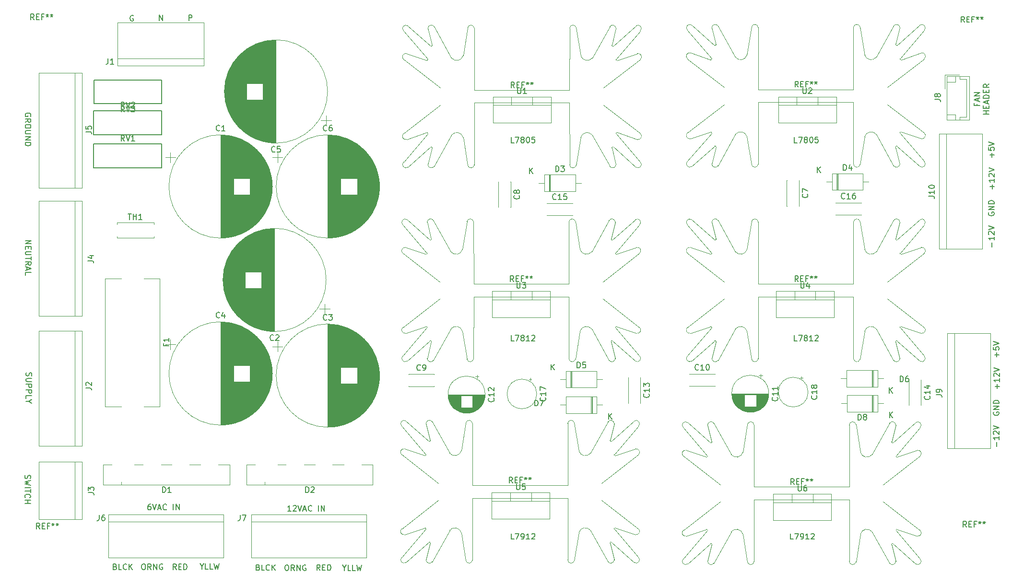
<source format=gbr>
%TF.GenerationSoftware,KiCad,Pcbnew,(5.1.10)-1*%
%TF.CreationDate,2022-01-02T13:32:58-05:00*%
%TF.ProjectId,Single Power Supply,53696e67-6c65-4205-906f-776572205375,rev?*%
%TF.SameCoordinates,Original*%
%TF.FileFunction,Legend,Top*%
%TF.FilePolarity,Positive*%
%FSLAX46Y46*%
G04 Gerber Fmt 4.6, Leading zero omitted, Abs format (unit mm)*
G04 Created by KiCad (PCBNEW (5.1.10)-1) date 2022-01-02 13:32:58*
%MOMM*%
%LPD*%
G01*
G04 APERTURE LIST*
%ADD10C,0.150000*%
%ADD11C,0.120000*%
G04 APERTURE END LIST*
D10*
X158404761Y-42952380D02*
X157928571Y-42952380D01*
X157928571Y-41952380D01*
X158642857Y-41952380D02*
X159309523Y-41952380D01*
X158880952Y-42952380D01*
X159833333Y-42380952D02*
X159738095Y-42333333D01*
X159690476Y-42285714D01*
X159642857Y-42190476D01*
X159642857Y-42142857D01*
X159690476Y-42047619D01*
X159738095Y-42000000D01*
X159833333Y-41952380D01*
X160023809Y-41952380D01*
X160119047Y-42000000D01*
X160166666Y-42047619D01*
X160214285Y-42142857D01*
X160214285Y-42190476D01*
X160166666Y-42285714D01*
X160119047Y-42333333D01*
X160023809Y-42380952D01*
X159833333Y-42380952D01*
X159738095Y-42428571D01*
X159690476Y-42476190D01*
X159642857Y-42571428D01*
X159642857Y-42761904D01*
X159690476Y-42857142D01*
X159738095Y-42904761D01*
X159833333Y-42952380D01*
X160023809Y-42952380D01*
X160119047Y-42904761D01*
X160166666Y-42857142D01*
X160214285Y-42761904D01*
X160214285Y-42571428D01*
X160166666Y-42476190D01*
X160119047Y-42428571D01*
X160023809Y-42380952D01*
X160833333Y-41952380D02*
X160928571Y-41952380D01*
X161023809Y-42000000D01*
X161071428Y-42047619D01*
X161119047Y-42142857D01*
X161166666Y-42333333D01*
X161166666Y-42571428D01*
X161119047Y-42761904D01*
X161071428Y-42857142D01*
X161023809Y-42904761D01*
X160928571Y-42952380D01*
X160833333Y-42952380D01*
X160738095Y-42904761D01*
X160690476Y-42857142D01*
X160642857Y-42761904D01*
X160595238Y-42571428D01*
X160595238Y-42333333D01*
X160642857Y-42142857D01*
X160690476Y-42047619D01*
X160738095Y-42000000D01*
X160833333Y-41952380D01*
X162071428Y-41952380D02*
X161595238Y-41952380D01*
X161547619Y-42428571D01*
X161595238Y-42380952D01*
X161690476Y-42333333D01*
X161928571Y-42333333D01*
X162023809Y-42380952D01*
X162071428Y-42428571D01*
X162119047Y-42523809D01*
X162119047Y-42761904D01*
X162071428Y-42857142D01*
X162023809Y-42904761D01*
X161928571Y-42952380D01*
X161690476Y-42952380D01*
X161595238Y-42904761D01*
X161547619Y-42857142D01*
X108404761Y-42952380D02*
X107928571Y-42952380D01*
X107928571Y-41952380D01*
X108642857Y-41952380D02*
X109309523Y-41952380D01*
X108880952Y-42952380D01*
X109833333Y-42380952D02*
X109738095Y-42333333D01*
X109690476Y-42285714D01*
X109642857Y-42190476D01*
X109642857Y-42142857D01*
X109690476Y-42047619D01*
X109738095Y-42000000D01*
X109833333Y-41952380D01*
X110023809Y-41952380D01*
X110119047Y-42000000D01*
X110166666Y-42047619D01*
X110214285Y-42142857D01*
X110214285Y-42190476D01*
X110166666Y-42285714D01*
X110119047Y-42333333D01*
X110023809Y-42380952D01*
X109833333Y-42380952D01*
X109738095Y-42428571D01*
X109690476Y-42476190D01*
X109642857Y-42571428D01*
X109642857Y-42761904D01*
X109690476Y-42857142D01*
X109738095Y-42904761D01*
X109833333Y-42952380D01*
X110023809Y-42952380D01*
X110119047Y-42904761D01*
X110166666Y-42857142D01*
X110214285Y-42761904D01*
X110214285Y-42571428D01*
X110166666Y-42476190D01*
X110119047Y-42428571D01*
X110023809Y-42380952D01*
X110833333Y-41952380D02*
X110928571Y-41952380D01*
X111023809Y-42000000D01*
X111071428Y-42047619D01*
X111119047Y-42142857D01*
X111166666Y-42333333D01*
X111166666Y-42571428D01*
X111119047Y-42761904D01*
X111071428Y-42857142D01*
X111023809Y-42904761D01*
X110928571Y-42952380D01*
X110833333Y-42952380D01*
X110738095Y-42904761D01*
X110690476Y-42857142D01*
X110642857Y-42761904D01*
X110595238Y-42571428D01*
X110595238Y-42333333D01*
X110642857Y-42142857D01*
X110690476Y-42047619D01*
X110738095Y-42000000D01*
X110833333Y-41952380D01*
X112071428Y-41952380D02*
X111595238Y-41952380D01*
X111547619Y-42428571D01*
X111595238Y-42380952D01*
X111690476Y-42333333D01*
X111928571Y-42333333D01*
X112023809Y-42380952D01*
X112071428Y-42428571D01*
X112119047Y-42523809D01*
X112119047Y-42761904D01*
X112071428Y-42857142D01*
X112023809Y-42904761D01*
X111928571Y-42952380D01*
X111690476Y-42952380D01*
X111595238Y-42904761D01*
X111547619Y-42857142D01*
X158404761Y-77952380D02*
X157928571Y-77952380D01*
X157928571Y-76952380D01*
X158642857Y-76952380D02*
X159309523Y-76952380D01*
X158880952Y-77952380D01*
X159833333Y-77380952D02*
X159738095Y-77333333D01*
X159690476Y-77285714D01*
X159642857Y-77190476D01*
X159642857Y-77142857D01*
X159690476Y-77047619D01*
X159738095Y-77000000D01*
X159833333Y-76952380D01*
X160023809Y-76952380D01*
X160119047Y-77000000D01*
X160166666Y-77047619D01*
X160214285Y-77142857D01*
X160214285Y-77190476D01*
X160166666Y-77285714D01*
X160119047Y-77333333D01*
X160023809Y-77380952D01*
X159833333Y-77380952D01*
X159738095Y-77428571D01*
X159690476Y-77476190D01*
X159642857Y-77571428D01*
X159642857Y-77761904D01*
X159690476Y-77857142D01*
X159738095Y-77904761D01*
X159833333Y-77952380D01*
X160023809Y-77952380D01*
X160119047Y-77904761D01*
X160166666Y-77857142D01*
X160214285Y-77761904D01*
X160214285Y-77571428D01*
X160166666Y-77476190D01*
X160119047Y-77428571D01*
X160023809Y-77380952D01*
X161166666Y-77952380D02*
X160595238Y-77952380D01*
X160880952Y-77952380D02*
X160880952Y-76952380D01*
X160785714Y-77095238D01*
X160690476Y-77190476D01*
X160595238Y-77238095D01*
X161547619Y-77047619D02*
X161595238Y-77000000D01*
X161690476Y-76952380D01*
X161928571Y-76952380D01*
X162023809Y-77000000D01*
X162071428Y-77047619D01*
X162119047Y-77142857D01*
X162119047Y-77238095D01*
X162071428Y-77380952D01*
X161500000Y-77952380D01*
X162119047Y-77952380D01*
X108404761Y-77952380D02*
X107928571Y-77952380D01*
X107928571Y-76952380D01*
X108642857Y-76952380D02*
X109309523Y-76952380D01*
X108880952Y-77952380D01*
X109833333Y-77380952D02*
X109738095Y-77333333D01*
X109690476Y-77285714D01*
X109642857Y-77190476D01*
X109642857Y-77142857D01*
X109690476Y-77047619D01*
X109738095Y-77000000D01*
X109833333Y-76952380D01*
X110023809Y-76952380D01*
X110119047Y-77000000D01*
X110166666Y-77047619D01*
X110214285Y-77142857D01*
X110214285Y-77190476D01*
X110166666Y-77285714D01*
X110119047Y-77333333D01*
X110023809Y-77380952D01*
X109833333Y-77380952D01*
X109738095Y-77428571D01*
X109690476Y-77476190D01*
X109642857Y-77571428D01*
X109642857Y-77761904D01*
X109690476Y-77857142D01*
X109738095Y-77904761D01*
X109833333Y-77952380D01*
X110023809Y-77952380D01*
X110119047Y-77904761D01*
X110166666Y-77857142D01*
X110214285Y-77761904D01*
X110214285Y-77571428D01*
X110166666Y-77476190D01*
X110119047Y-77428571D01*
X110023809Y-77380952D01*
X111166666Y-77952380D02*
X110595238Y-77952380D01*
X110880952Y-77952380D02*
X110880952Y-76952380D01*
X110785714Y-77095238D01*
X110690476Y-77190476D01*
X110595238Y-77238095D01*
X111547619Y-77047619D02*
X111595238Y-77000000D01*
X111690476Y-76952380D01*
X111928571Y-76952380D01*
X112023809Y-77000000D01*
X112071428Y-77047619D01*
X112119047Y-77142857D01*
X112119047Y-77238095D01*
X112071428Y-77380952D01*
X111500000Y-77952380D01*
X112119047Y-77952380D01*
X157718641Y-112952380D02*
X157242451Y-112952380D01*
X157242451Y-111952380D01*
X157956737Y-111952380D02*
X158623403Y-111952380D01*
X158194832Y-112952380D01*
X159051975Y-112952380D02*
X159242451Y-112952380D01*
X159337689Y-112904761D01*
X159385308Y-112857142D01*
X159480546Y-112714285D01*
X159528165Y-112523809D01*
X159528165Y-112142857D01*
X159480546Y-112047619D01*
X159432927Y-112000000D01*
X159337689Y-111952380D01*
X159147213Y-111952380D01*
X159051975Y-112000000D01*
X159004356Y-112047619D01*
X158956737Y-112142857D01*
X158956737Y-112380952D01*
X159004356Y-112476190D01*
X159051975Y-112523809D01*
X159147213Y-112571428D01*
X159337689Y-112571428D01*
X159432927Y-112523809D01*
X159480546Y-112476190D01*
X159528165Y-112380952D01*
X160480546Y-112952380D02*
X159909118Y-112952380D01*
X160194832Y-112952380D02*
X160194832Y-111952380D01*
X160099594Y-112095238D01*
X160004356Y-112190476D01*
X159909118Y-112238095D01*
X160861499Y-112047619D02*
X160909118Y-112000000D01*
X161004356Y-111952380D01*
X161242451Y-111952380D01*
X161337689Y-112000000D01*
X161385308Y-112047619D01*
X161432927Y-112142857D01*
X161432927Y-112238095D01*
X161385308Y-112380952D01*
X160813880Y-112952380D01*
X161432927Y-112952380D01*
X108404761Y-112952380D02*
X107928571Y-112952380D01*
X107928571Y-111952380D01*
X108642857Y-111952380D02*
X109309523Y-111952380D01*
X108880952Y-112952380D01*
X109738095Y-112952380D02*
X109928571Y-112952380D01*
X110023809Y-112904761D01*
X110071428Y-112857142D01*
X110166666Y-112714285D01*
X110214285Y-112523809D01*
X110214285Y-112142857D01*
X110166666Y-112047619D01*
X110119047Y-112000000D01*
X110023809Y-111952380D01*
X109833333Y-111952380D01*
X109738095Y-112000000D01*
X109690476Y-112047619D01*
X109642857Y-112142857D01*
X109642857Y-112380952D01*
X109690476Y-112476190D01*
X109738095Y-112523809D01*
X109833333Y-112571428D01*
X110023809Y-112571428D01*
X110119047Y-112523809D01*
X110166666Y-112476190D01*
X110214285Y-112380952D01*
X111166666Y-112952380D02*
X110595238Y-112952380D01*
X110880952Y-112952380D02*
X110880952Y-111952380D01*
X110785714Y-112095238D01*
X110690476Y-112190476D01*
X110595238Y-112238095D01*
X111547619Y-112047619D02*
X111595238Y-112000000D01*
X111690476Y-111952380D01*
X111928571Y-111952380D01*
X112023809Y-112000000D01*
X112071428Y-112047619D01*
X112119047Y-112142857D01*
X112119047Y-112238095D01*
X112071428Y-112380952D01*
X111500000Y-112952380D01*
X112119047Y-112952380D01*
X190111571Y-36085043D02*
X190111571Y-36418377D01*
X190635380Y-36418377D02*
X189635380Y-36418377D01*
X189635380Y-35942186D01*
X190349666Y-35608853D02*
X190349666Y-35132662D01*
X190635380Y-35704091D02*
X189635380Y-35370758D01*
X190635380Y-35037424D01*
X190635380Y-34704091D02*
X189635380Y-34704091D01*
X190635380Y-34132662D01*
X189635380Y-34132662D01*
X192285380Y-37894567D02*
X191285380Y-37894567D01*
X191761571Y-37894567D02*
X191761571Y-37323139D01*
X192285380Y-37323139D02*
X191285380Y-37323139D01*
X191761571Y-36846948D02*
X191761571Y-36513615D01*
X192285380Y-36370758D02*
X192285380Y-36846948D01*
X191285380Y-36846948D01*
X191285380Y-36370758D01*
X191999666Y-35989805D02*
X191999666Y-35513615D01*
X192285380Y-36085043D02*
X191285380Y-35751710D01*
X192285380Y-35418377D01*
X192285380Y-35085043D02*
X191285380Y-35085043D01*
X191285380Y-34846948D01*
X191333000Y-34704091D01*
X191428238Y-34608853D01*
X191523476Y-34561234D01*
X191713952Y-34513615D01*
X191856809Y-34513615D01*
X192047285Y-34561234D01*
X192142523Y-34608853D01*
X192237761Y-34704091D01*
X192285380Y-34846948D01*
X192285380Y-35085043D01*
X191761571Y-34085043D02*
X191761571Y-33751710D01*
X192285380Y-33608853D02*
X192285380Y-34085043D01*
X191285380Y-34085043D01*
X191285380Y-33608853D01*
X192285380Y-32608853D02*
X191809190Y-32942186D01*
X192285380Y-33180281D02*
X191285380Y-33180281D01*
X191285380Y-32799329D01*
X191333000Y-32704091D01*
X191380619Y-32656472D01*
X191475857Y-32608853D01*
X191618714Y-32608853D01*
X191713952Y-32656472D01*
X191761571Y-32704091D01*
X191809190Y-32799329D01*
X191809190Y-33180281D01*
X192847268Y-51093784D02*
X192847268Y-50331880D01*
X193228220Y-50712832D02*
X192466316Y-50712832D01*
X193228220Y-49331880D02*
X193228220Y-49903308D01*
X193228220Y-49617594D02*
X192228220Y-49617594D01*
X192371078Y-49712832D01*
X192466316Y-49808070D01*
X192513935Y-49903308D01*
X192323459Y-48950927D02*
X192275840Y-48903308D01*
X192228220Y-48808070D01*
X192228220Y-48569975D01*
X192275840Y-48474737D01*
X192323459Y-48427118D01*
X192418697Y-48379499D01*
X192513935Y-48379499D01*
X192656792Y-48427118D01*
X193228220Y-48998546D01*
X193228220Y-48379499D01*
X192228220Y-48093784D02*
X193228220Y-47760451D01*
X192228220Y-47427118D01*
X192219960Y-55265224D02*
X192172340Y-55360462D01*
X192172340Y-55503320D01*
X192219960Y-55646177D01*
X192315198Y-55741415D01*
X192410436Y-55789034D01*
X192600912Y-55836653D01*
X192743769Y-55836653D01*
X192934245Y-55789034D01*
X193029483Y-55741415D01*
X193124721Y-55646177D01*
X193172340Y-55503320D01*
X193172340Y-55408081D01*
X193124721Y-55265224D01*
X193077102Y-55217605D01*
X192743769Y-55217605D01*
X192743769Y-55408081D01*
X193172340Y-54789034D02*
X192172340Y-54789034D01*
X193172340Y-54217605D01*
X192172340Y-54217605D01*
X193172340Y-53741415D02*
X192172340Y-53741415D01*
X192172340Y-53503320D01*
X192219960Y-53360462D01*
X192315198Y-53265224D01*
X192410436Y-53217605D01*
X192600912Y-53169986D01*
X192743769Y-53169986D01*
X192934245Y-53217605D01*
X193029483Y-53265224D01*
X193124721Y-53360462D01*
X193172340Y-53503320D01*
X193172340Y-53741415D01*
X192791388Y-61319824D02*
X192791388Y-60557920D01*
X193172340Y-59557920D02*
X193172340Y-60129348D01*
X193172340Y-59843634D02*
X192172340Y-59843634D01*
X192315198Y-59938872D01*
X192410436Y-60034110D01*
X192458055Y-60129348D01*
X192267579Y-59176967D02*
X192219960Y-59129348D01*
X192172340Y-59034110D01*
X192172340Y-58796015D01*
X192219960Y-58700777D01*
X192267579Y-58653158D01*
X192362817Y-58605539D01*
X192458055Y-58605539D01*
X192600912Y-58653158D01*
X193172340Y-59224586D01*
X193172340Y-58605539D01*
X192172340Y-58319824D02*
X193172340Y-57986491D01*
X192172340Y-57653158D01*
X192791388Y-45502034D02*
X192791388Y-44740129D01*
X193172340Y-45121081D02*
X192410436Y-45121081D01*
X192172340Y-43787748D02*
X192172340Y-44263939D01*
X192648531Y-44311558D01*
X192600912Y-44263939D01*
X192553293Y-44168700D01*
X192553293Y-43930605D01*
X192600912Y-43835367D01*
X192648531Y-43787748D01*
X192743769Y-43740129D01*
X192981864Y-43740129D01*
X193077102Y-43787748D01*
X193124721Y-43835367D01*
X193172340Y-43930605D01*
X193172340Y-44168700D01*
X193124721Y-44263939D01*
X193077102Y-44311558D01*
X192172340Y-43454415D02*
X193172340Y-43121081D01*
X192172340Y-42787748D01*
X193654988Y-80752154D02*
X193654988Y-79990249D01*
X194035940Y-80371201D02*
X193274036Y-80371201D01*
X193035940Y-79037868D02*
X193035940Y-79514059D01*
X193512131Y-79561678D01*
X193464512Y-79514059D01*
X193416893Y-79418820D01*
X193416893Y-79180725D01*
X193464512Y-79085487D01*
X193512131Y-79037868D01*
X193607369Y-78990249D01*
X193845464Y-78990249D01*
X193940702Y-79037868D01*
X193988321Y-79085487D01*
X194035940Y-79180725D01*
X194035940Y-79418820D01*
X193988321Y-79514059D01*
X193940702Y-79561678D01*
X193035940Y-78704535D02*
X194035940Y-78371201D01*
X193035940Y-78037868D01*
X193083560Y-90515344D02*
X193035940Y-90610582D01*
X193035940Y-90753440D01*
X193083560Y-90896297D01*
X193178798Y-90991535D01*
X193274036Y-91039154D01*
X193464512Y-91086773D01*
X193607369Y-91086773D01*
X193797845Y-91039154D01*
X193893083Y-90991535D01*
X193988321Y-90896297D01*
X194035940Y-90753440D01*
X194035940Y-90658201D01*
X193988321Y-90515344D01*
X193940702Y-90467725D01*
X193607369Y-90467725D01*
X193607369Y-90658201D01*
X194035940Y-90039154D02*
X193035940Y-90039154D01*
X194035940Y-89467725D01*
X193035940Y-89467725D01*
X194035940Y-88991535D02*
X193035940Y-88991535D01*
X193035940Y-88753440D01*
X193083560Y-88610582D01*
X193178798Y-88515344D01*
X193274036Y-88467725D01*
X193464512Y-88420106D01*
X193607369Y-88420106D01*
X193797845Y-88467725D01*
X193893083Y-88515344D01*
X193988321Y-88610582D01*
X194035940Y-88753440D01*
X194035940Y-88991535D01*
X193710868Y-86343904D02*
X193710868Y-85582000D01*
X194091820Y-85962952D02*
X193329916Y-85962952D01*
X194091820Y-84582000D02*
X194091820Y-85153428D01*
X194091820Y-84867714D02*
X193091820Y-84867714D01*
X193234678Y-84962952D01*
X193329916Y-85058190D01*
X193377535Y-85153428D01*
X193187059Y-84201047D02*
X193139440Y-84153428D01*
X193091820Y-84058190D01*
X193091820Y-83820095D01*
X193139440Y-83724857D01*
X193187059Y-83677238D01*
X193282297Y-83629619D01*
X193377535Y-83629619D01*
X193520392Y-83677238D01*
X194091820Y-84248666D01*
X194091820Y-83629619D01*
X193091820Y-83343904D02*
X194091820Y-83010571D01*
X193091820Y-82677238D01*
X193654988Y-96569944D02*
X193654988Y-95808040D01*
X194035940Y-94808040D02*
X194035940Y-95379468D01*
X194035940Y-95093754D02*
X193035940Y-95093754D01*
X193178798Y-95188992D01*
X193274036Y-95284230D01*
X193321655Y-95379468D01*
X193131179Y-94427087D02*
X193083560Y-94379468D01*
X193035940Y-94284230D01*
X193035940Y-94046135D01*
X193083560Y-93950897D01*
X193131179Y-93903278D01*
X193226417Y-93855659D01*
X193321655Y-93855659D01*
X193464512Y-93903278D01*
X194035940Y-94474706D01*
X194035940Y-93855659D01*
X193035940Y-93569944D02*
X194035940Y-93236611D01*
X193035940Y-92903278D01*
X53290007Y-117745830D02*
X53290007Y-118222020D01*
X52956674Y-117222020D02*
X53290007Y-117745830D01*
X53623340Y-117222020D01*
X54432864Y-118222020D02*
X53956674Y-118222020D01*
X53956674Y-117222020D01*
X55242388Y-118222020D02*
X54766198Y-118222020D01*
X54766198Y-117222020D01*
X55480483Y-117222020D02*
X55718579Y-118222020D01*
X55909055Y-117507735D01*
X56099531Y-118222020D01*
X56337626Y-117222020D01*
X48800782Y-118338860D02*
X48467449Y-117862670D01*
X48229354Y-118338860D02*
X48229354Y-117338860D01*
X48610306Y-117338860D01*
X48705544Y-117386480D01*
X48753163Y-117434099D01*
X48800782Y-117529337D01*
X48800782Y-117672194D01*
X48753163Y-117767432D01*
X48705544Y-117815051D01*
X48610306Y-117862670D01*
X48229354Y-117862670D01*
X49229354Y-117815051D02*
X49562687Y-117815051D01*
X49705544Y-118338860D02*
X49229354Y-118338860D01*
X49229354Y-117338860D01*
X49705544Y-117338860D01*
X50134116Y-118338860D02*
X50134116Y-117338860D01*
X50372211Y-117338860D01*
X50515068Y-117386480D01*
X50610306Y-117481718D01*
X50657925Y-117576956D01*
X50705544Y-117767432D01*
X50705544Y-117910289D01*
X50657925Y-118100765D01*
X50610306Y-118196003D01*
X50515068Y-118291241D01*
X50372211Y-118338860D01*
X50134116Y-118338860D01*
X42937632Y-117338860D02*
X43128108Y-117338860D01*
X43223346Y-117386480D01*
X43318584Y-117481718D01*
X43366203Y-117672194D01*
X43366203Y-118005527D01*
X43318584Y-118196003D01*
X43223346Y-118291241D01*
X43128108Y-118338860D01*
X42937632Y-118338860D01*
X42842394Y-118291241D01*
X42747156Y-118196003D01*
X42699537Y-118005527D01*
X42699537Y-117672194D01*
X42747156Y-117481718D01*
X42842394Y-117386480D01*
X42937632Y-117338860D01*
X44366203Y-118338860D02*
X44032870Y-117862670D01*
X43794775Y-118338860D02*
X43794775Y-117338860D01*
X44175727Y-117338860D01*
X44270965Y-117386480D01*
X44318584Y-117434099D01*
X44366203Y-117529337D01*
X44366203Y-117672194D01*
X44318584Y-117767432D01*
X44270965Y-117815051D01*
X44175727Y-117862670D01*
X43794775Y-117862670D01*
X44794775Y-118338860D02*
X44794775Y-117338860D01*
X45366203Y-118338860D01*
X45366203Y-117338860D01*
X46366203Y-117386480D02*
X46270965Y-117338860D01*
X46128108Y-117338860D01*
X45985251Y-117386480D01*
X45890013Y-117481718D01*
X45842394Y-117576956D01*
X45794775Y-117767432D01*
X45794775Y-117910289D01*
X45842394Y-118100765D01*
X45890013Y-118196003D01*
X45985251Y-118291241D01*
X46128108Y-118338860D01*
X46223346Y-118338860D01*
X46366203Y-118291241D01*
X46413822Y-118243622D01*
X46413822Y-117910289D01*
X46223346Y-117910289D01*
X37996026Y-117815051D02*
X38138883Y-117862670D01*
X38186502Y-117910289D01*
X38234121Y-118005527D01*
X38234121Y-118148384D01*
X38186502Y-118243622D01*
X38138883Y-118291241D01*
X38043645Y-118338860D01*
X37662693Y-118338860D01*
X37662693Y-117338860D01*
X37996026Y-117338860D01*
X38091264Y-117386480D01*
X38138883Y-117434099D01*
X38186502Y-117529337D01*
X38186502Y-117624575D01*
X38138883Y-117719813D01*
X38091264Y-117767432D01*
X37996026Y-117815051D01*
X37662693Y-117815051D01*
X39138883Y-118338860D02*
X38662693Y-118338860D01*
X38662693Y-117338860D01*
X40043645Y-118243622D02*
X39996026Y-118291241D01*
X39853169Y-118338860D01*
X39757931Y-118338860D01*
X39615074Y-118291241D01*
X39519836Y-118196003D01*
X39472217Y-118100765D01*
X39424598Y-117910289D01*
X39424598Y-117767432D01*
X39472217Y-117576956D01*
X39519836Y-117481718D01*
X39615074Y-117386480D01*
X39757931Y-117338860D01*
X39853169Y-117338860D01*
X39996026Y-117386480D01*
X40043645Y-117434099D01*
X40472217Y-118338860D02*
X40472217Y-117338860D01*
X41043645Y-118338860D02*
X40615074Y-117767432D01*
X41043645Y-117338860D02*
X40472217Y-117910289D01*
X78451247Y-118035390D02*
X78451247Y-118511580D01*
X78117914Y-117511580D02*
X78451247Y-118035390D01*
X78784580Y-117511580D01*
X79594104Y-118511580D02*
X79117914Y-118511580D01*
X79117914Y-117511580D01*
X80403628Y-118511580D02*
X79927438Y-118511580D01*
X79927438Y-117511580D01*
X80641723Y-117511580D02*
X80879819Y-118511580D01*
X81070295Y-117797295D01*
X81260771Y-118511580D01*
X81498866Y-117511580D01*
X68215712Y-117511580D02*
X68406188Y-117511580D01*
X68501426Y-117559200D01*
X68596664Y-117654438D01*
X68644283Y-117844914D01*
X68644283Y-118178247D01*
X68596664Y-118368723D01*
X68501426Y-118463961D01*
X68406188Y-118511580D01*
X68215712Y-118511580D01*
X68120474Y-118463961D01*
X68025236Y-118368723D01*
X67977617Y-118178247D01*
X67977617Y-117844914D01*
X68025236Y-117654438D01*
X68120474Y-117559200D01*
X68215712Y-117511580D01*
X69644283Y-118511580D02*
X69310950Y-118035390D01*
X69072855Y-118511580D02*
X69072855Y-117511580D01*
X69453807Y-117511580D01*
X69549045Y-117559200D01*
X69596664Y-117606819D01*
X69644283Y-117702057D01*
X69644283Y-117844914D01*
X69596664Y-117940152D01*
X69549045Y-117987771D01*
X69453807Y-118035390D01*
X69072855Y-118035390D01*
X70072855Y-118511580D02*
X70072855Y-117511580D01*
X70644283Y-118511580D01*
X70644283Y-117511580D01*
X71644283Y-117559200D02*
X71549045Y-117511580D01*
X71406188Y-117511580D01*
X71263331Y-117559200D01*
X71168093Y-117654438D01*
X71120474Y-117749676D01*
X71072855Y-117940152D01*
X71072855Y-118083009D01*
X71120474Y-118273485D01*
X71168093Y-118368723D01*
X71263331Y-118463961D01*
X71406188Y-118511580D01*
X71501426Y-118511580D01*
X71644283Y-118463961D01*
X71691902Y-118416342D01*
X71691902Y-118083009D01*
X71501426Y-118083009D01*
X74190622Y-118455700D02*
X73857289Y-117979510D01*
X73619194Y-118455700D02*
X73619194Y-117455700D01*
X74000146Y-117455700D01*
X74095384Y-117503320D01*
X74143003Y-117550939D01*
X74190622Y-117646177D01*
X74190622Y-117789034D01*
X74143003Y-117884272D01*
X74095384Y-117931891D01*
X74000146Y-117979510D01*
X73619194Y-117979510D01*
X74619194Y-117931891D02*
X74952527Y-117931891D01*
X75095384Y-118455700D02*
X74619194Y-118455700D01*
X74619194Y-117455700D01*
X75095384Y-117455700D01*
X75523956Y-118455700D02*
X75523956Y-117455700D01*
X75762051Y-117455700D01*
X75904908Y-117503320D01*
X76000146Y-117598558D01*
X76047765Y-117693796D01*
X76095384Y-117884272D01*
X76095384Y-118027129D01*
X76047765Y-118217605D01*
X76000146Y-118312843D01*
X75904908Y-118408081D01*
X75762051Y-118455700D01*
X75523956Y-118455700D01*
X63218226Y-117931891D02*
X63361083Y-117979510D01*
X63408702Y-118027129D01*
X63456321Y-118122367D01*
X63456321Y-118265224D01*
X63408702Y-118360462D01*
X63361083Y-118408081D01*
X63265845Y-118455700D01*
X62884893Y-118455700D01*
X62884893Y-117455700D01*
X63218226Y-117455700D01*
X63313464Y-117503320D01*
X63361083Y-117550939D01*
X63408702Y-117646177D01*
X63408702Y-117741415D01*
X63361083Y-117836653D01*
X63313464Y-117884272D01*
X63218226Y-117931891D01*
X62884893Y-117931891D01*
X64361083Y-118455700D02*
X63884893Y-118455700D01*
X63884893Y-117455700D01*
X65265845Y-118360462D02*
X65218226Y-118408081D01*
X65075369Y-118455700D01*
X64980131Y-118455700D01*
X64837274Y-118408081D01*
X64742036Y-118312843D01*
X64694417Y-118217605D01*
X64646798Y-118027129D01*
X64646798Y-117884272D01*
X64694417Y-117693796D01*
X64742036Y-117598558D01*
X64837274Y-117503320D01*
X64980131Y-117455700D01*
X65075369Y-117455700D01*
X65218226Y-117503320D01*
X65265845Y-117550939D01*
X65694417Y-118455700D02*
X65694417Y-117455700D01*
X66265845Y-118455700D02*
X65837274Y-117884272D01*
X66265845Y-117455700D02*
X65694417Y-118027129D01*
X69039123Y-107995980D02*
X68467695Y-107995980D01*
X68753409Y-107995980D02*
X68753409Y-106995980D01*
X68658171Y-107138838D01*
X68562933Y-107234076D01*
X68467695Y-107281695D01*
X69420076Y-107091219D02*
X69467695Y-107043600D01*
X69562933Y-106995980D01*
X69801028Y-106995980D01*
X69896266Y-107043600D01*
X69943885Y-107091219D01*
X69991504Y-107186457D01*
X69991504Y-107281695D01*
X69943885Y-107424552D01*
X69372457Y-107995980D01*
X69991504Y-107995980D01*
X70277219Y-106995980D02*
X70610552Y-107995980D01*
X70943885Y-106995980D01*
X71229600Y-107710266D02*
X71705790Y-107710266D01*
X71134361Y-107995980D02*
X71467695Y-106995980D01*
X71801028Y-107995980D01*
X72705790Y-107900742D02*
X72658171Y-107948361D01*
X72515314Y-107995980D01*
X72420076Y-107995980D01*
X72277219Y-107948361D01*
X72181980Y-107853123D01*
X72134361Y-107757885D01*
X72086742Y-107567409D01*
X72086742Y-107424552D01*
X72134361Y-107234076D01*
X72181980Y-107138838D01*
X72277219Y-107043600D01*
X72420076Y-106995980D01*
X72515314Y-106995980D01*
X72658171Y-107043600D01*
X72705790Y-107091219D01*
X73896266Y-107995980D02*
X73896266Y-106995980D01*
X74372457Y-107995980D02*
X74372457Y-106995980D01*
X74943885Y-107995980D01*
X74943885Y-106995980D01*
X44258836Y-106777540D02*
X44068360Y-106777540D01*
X43973121Y-106825160D01*
X43925502Y-106872779D01*
X43830264Y-107015636D01*
X43782645Y-107206112D01*
X43782645Y-107587064D01*
X43830264Y-107682302D01*
X43877883Y-107729921D01*
X43973121Y-107777540D01*
X44163598Y-107777540D01*
X44258836Y-107729921D01*
X44306455Y-107682302D01*
X44354074Y-107587064D01*
X44354074Y-107348969D01*
X44306455Y-107253731D01*
X44258836Y-107206112D01*
X44163598Y-107158493D01*
X43973121Y-107158493D01*
X43877883Y-107206112D01*
X43830264Y-107253731D01*
X43782645Y-107348969D01*
X44639788Y-106777540D02*
X44973121Y-107777540D01*
X45306455Y-106777540D01*
X45592169Y-107491826D02*
X46068360Y-107491826D01*
X45496931Y-107777540D02*
X45830264Y-106777540D01*
X46163598Y-107777540D01*
X47068360Y-107682302D02*
X47020740Y-107729921D01*
X46877883Y-107777540D01*
X46782645Y-107777540D01*
X46639788Y-107729921D01*
X46544550Y-107634683D01*
X46496931Y-107539445D01*
X46449312Y-107348969D01*
X46449312Y-107206112D01*
X46496931Y-107015636D01*
X46544550Y-106920398D01*
X46639788Y-106825160D01*
X46782645Y-106777540D01*
X46877883Y-106777540D01*
X47020740Y-106825160D01*
X47068360Y-106872779D01*
X48258836Y-107777540D02*
X48258836Y-106777540D01*
X48735026Y-107777540D02*
X48735026Y-106777540D01*
X49306455Y-107777540D01*
X49306455Y-106777540D01*
X22109798Y-101675560D02*
X22062179Y-101818417D01*
X22062179Y-102056512D01*
X22109798Y-102151750D01*
X22157417Y-102199369D01*
X22252655Y-102246988D01*
X22347893Y-102246988D01*
X22443131Y-102199369D01*
X22490750Y-102151750D01*
X22538369Y-102056512D01*
X22585988Y-101866036D01*
X22633607Y-101770798D01*
X22681226Y-101723179D01*
X22776464Y-101675560D01*
X22871702Y-101675560D01*
X22966940Y-101723179D01*
X23014560Y-101770798D01*
X23062179Y-101866036D01*
X23062179Y-102104131D01*
X23014560Y-102246988D01*
X23062179Y-102580321D02*
X22062179Y-102818417D01*
X22776464Y-103008893D01*
X22062179Y-103199369D01*
X23062179Y-103437464D01*
X22062179Y-103818417D02*
X23062179Y-103818417D01*
X23062179Y-104151750D02*
X23062179Y-104723179D01*
X22062179Y-104437464D02*
X23062179Y-104437464D01*
X22157417Y-105627940D02*
X22109798Y-105580321D01*
X22062179Y-105437464D01*
X22062179Y-105342226D01*
X22109798Y-105199369D01*
X22205036Y-105104131D01*
X22300274Y-105056512D01*
X22490750Y-105008893D01*
X22633607Y-105008893D01*
X22824083Y-105056512D01*
X22919321Y-105104131D01*
X23014560Y-105199369D01*
X23062179Y-105342226D01*
X23062179Y-105437464D01*
X23014560Y-105580321D01*
X22966940Y-105627940D01*
X22062179Y-106056512D02*
X23062179Y-106056512D01*
X22585988Y-106056512D02*
X22585988Y-106627940D01*
X22062179Y-106627940D02*
X23062179Y-106627940D01*
X23085680Y-38299996D02*
X23133299Y-38204758D01*
X23133299Y-38061900D01*
X23085680Y-37919043D01*
X22990441Y-37823805D01*
X22895203Y-37776186D01*
X22704727Y-37728567D01*
X22561870Y-37728567D01*
X22371394Y-37776186D01*
X22276156Y-37823805D01*
X22180918Y-37919043D01*
X22133299Y-38061900D01*
X22133299Y-38157139D01*
X22180918Y-38299996D01*
X22228537Y-38347615D01*
X22561870Y-38347615D01*
X22561870Y-38157139D01*
X22133299Y-39347615D02*
X22609489Y-39014281D01*
X22133299Y-38776186D02*
X23133299Y-38776186D01*
X23133299Y-39157139D01*
X23085680Y-39252377D01*
X23038060Y-39299996D01*
X22942822Y-39347615D01*
X22799965Y-39347615D01*
X22704727Y-39299996D01*
X22657108Y-39252377D01*
X22609489Y-39157139D01*
X22609489Y-38776186D01*
X23133299Y-39966662D02*
X23133299Y-40157139D01*
X23085680Y-40252377D01*
X22990441Y-40347615D01*
X22799965Y-40395234D01*
X22466632Y-40395234D01*
X22276156Y-40347615D01*
X22180918Y-40252377D01*
X22133299Y-40157139D01*
X22133299Y-39966662D01*
X22180918Y-39871424D01*
X22276156Y-39776186D01*
X22466632Y-39728567D01*
X22799965Y-39728567D01*
X22990441Y-39776186D01*
X23085680Y-39871424D01*
X23133299Y-39966662D01*
X23133299Y-40823805D02*
X22323775Y-40823805D01*
X22228537Y-40871424D01*
X22180918Y-40919043D01*
X22133299Y-41014281D01*
X22133299Y-41204758D01*
X22180918Y-41299996D01*
X22228537Y-41347615D01*
X22323775Y-41395234D01*
X23133299Y-41395234D01*
X22133299Y-41871424D02*
X23133299Y-41871424D01*
X22133299Y-42442853D01*
X23133299Y-42442853D01*
X22133299Y-42919043D02*
X23133299Y-42919043D01*
X23133299Y-43157139D01*
X23085680Y-43299996D01*
X22990441Y-43395234D01*
X22895203Y-43442853D01*
X22704727Y-43490472D01*
X22561870Y-43490472D01*
X22371394Y-43442853D01*
X22276156Y-43395234D01*
X22180918Y-43299996D01*
X22133299Y-43157139D01*
X22133299Y-42919043D01*
X22179019Y-60219009D02*
X23179019Y-60219009D01*
X22179019Y-60790438D01*
X23179019Y-60790438D01*
X22702828Y-61266628D02*
X22702828Y-61599961D01*
X22179019Y-61742819D02*
X22179019Y-61266628D01*
X23179019Y-61266628D01*
X23179019Y-61742819D01*
X23179019Y-62171390D02*
X22369495Y-62171390D01*
X22274257Y-62219009D01*
X22226638Y-62266628D01*
X22179019Y-62361866D01*
X22179019Y-62552342D01*
X22226638Y-62647580D01*
X22274257Y-62695200D01*
X22369495Y-62742819D01*
X23179019Y-62742819D01*
X23179019Y-63076152D02*
X23179019Y-63647580D01*
X22179019Y-63361866D02*
X23179019Y-63361866D01*
X22179019Y-64552342D02*
X22655209Y-64219009D01*
X22179019Y-63980914D02*
X23179019Y-63980914D01*
X23179019Y-64361866D01*
X23131400Y-64457104D01*
X23083780Y-64504723D01*
X22988542Y-64552342D01*
X22845685Y-64552342D01*
X22750447Y-64504723D01*
X22702828Y-64457104D01*
X22655209Y-64361866D01*
X22655209Y-63980914D01*
X22464733Y-64933295D02*
X22464733Y-65409485D01*
X22179019Y-64838057D02*
X23179019Y-65171390D01*
X22179019Y-65504723D01*
X22179019Y-66314247D02*
X22179019Y-65838057D01*
X23179019Y-65838057D01*
X22343478Y-83564742D02*
X22295859Y-83707600D01*
X22295859Y-83945695D01*
X22343478Y-84040933D01*
X22391097Y-84088552D01*
X22486335Y-84136171D01*
X22581573Y-84136171D01*
X22676811Y-84088552D01*
X22724430Y-84040933D01*
X22772049Y-83945695D01*
X22819668Y-83755219D01*
X22867287Y-83659980D01*
X22914906Y-83612361D01*
X23010144Y-83564742D01*
X23105382Y-83564742D01*
X23200620Y-83612361D01*
X23248240Y-83659980D01*
X23295859Y-83755219D01*
X23295859Y-83993314D01*
X23248240Y-84136171D01*
X23295859Y-84564742D02*
X22486335Y-84564742D01*
X22391097Y-84612361D01*
X22343478Y-84659980D01*
X22295859Y-84755219D01*
X22295859Y-84945695D01*
X22343478Y-85040933D01*
X22391097Y-85088552D01*
X22486335Y-85136171D01*
X23295859Y-85136171D01*
X22295859Y-85612361D02*
X23295859Y-85612361D01*
X23295859Y-85993314D01*
X23248240Y-86088552D01*
X23200620Y-86136171D01*
X23105382Y-86183790D01*
X22962525Y-86183790D01*
X22867287Y-86136171D01*
X22819668Y-86088552D01*
X22772049Y-85993314D01*
X22772049Y-85612361D01*
X22295859Y-86612361D02*
X23295859Y-86612361D01*
X23295859Y-86993314D01*
X23248240Y-87088552D01*
X23200620Y-87136171D01*
X23105382Y-87183790D01*
X22962525Y-87183790D01*
X22867287Y-87136171D01*
X22819668Y-87088552D01*
X22772049Y-86993314D01*
X22772049Y-86612361D01*
X22295859Y-88088552D02*
X22295859Y-87612361D01*
X23295859Y-87612361D01*
X22772049Y-88612361D02*
X22295859Y-88612361D01*
X23295859Y-88279028D02*
X22772049Y-88612361D01*
X23295859Y-88945695D01*
X41206704Y-20515960D02*
X41111466Y-20468340D01*
X40968609Y-20468340D01*
X40825752Y-20515960D01*
X40730514Y-20611198D01*
X40682895Y-20706436D01*
X40635276Y-20896912D01*
X40635276Y-21039769D01*
X40682895Y-21230245D01*
X40730514Y-21325483D01*
X40825752Y-21420721D01*
X40968609Y-21468340D01*
X41063847Y-21468340D01*
X41206704Y-21420721D01*
X41254323Y-21373102D01*
X41254323Y-21039769D01*
X41063847Y-21039769D01*
X45784805Y-21402300D02*
X45784805Y-20402300D01*
X46356234Y-21402300D01*
X46356234Y-20402300D01*
X51005455Y-21402300D02*
X51005455Y-20402300D01*
X51386407Y-20402300D01*
X51481645Y-20449920D01*
X51529264Y-20497539D01*
X51576883Y-20592777D01*
X51576883Y-20735634D01*
X51529264Y-20830872D01*
X51481645Y-20878491D01*
X51386407Y-20926110D01*
X51005455Y-20926110D01*
D11*
%TO.C,REF\u002A\u002A*%
X130379240Y-111109420D02*
X123869240Y-106099420D01*
X126299240Y-110949420D02*
X129859240Y-112169420D01*
X130379240Y-116149420D02*
X126129240Y-111169420D01*
X125599240Y-113479420D02*
X129629240Y-117069420D01*
X126099240Y-116619420D02*
X125349240Y-113629420D01*
X121919240Y-111379420D02*
X125009240Y-116949420D01*
X119069240Y-116739420D02*
X119879240Y-111779420D01*
X117889240Y-105689420D02*
X109489240Y-105689420D01*
X117899240Y-116649420D02*
X117889240Y-105689420D01*
X119069240Y-92419420D02*
X119879240Y-97379420D01*
X117899240Y-92509420D02*
X117889240Y-103469420D01*
X121919240Y-97779420D02*
X125009240Y-92209420D01*
X126099240Y-92539420D02*
X125349240Y-95529420D01*
X125599240Y-95679420D02*
X129629240Y-92089420D01*
X130379240Y-93009420D02*
X126129240Y-97989420D01*
X126299240Y-98209420D02*
X129859240Y-96989420D01*
X130379240Y-98049420D02*
X123869240Y-103059420D01*
X117889240Y-103469420D02*
X109489240Y-103469420D01*
X101079240Y-116649420D02*
X101089240Y-105689420D01*
X99909240Y-116739420D02*
X99099240Y-111779420D01*
X97059240Y-111379420D02*
X93969240Y-116949420D01*
X101079240Y-92509420D02*
X101089240Y-103469420D01*
X99909240Y-92419420D02*
X99099240Y-97379420D01*
X97059240Y-97779420D02*
X93969240Y-92209420D01*
X92679240Y-110949420D02*
X89119240Y-112169420D01*
X88599240Y-111109420D02*
X95109240Y-106099420D01*
X92879240Y-92539420D02*
X93629240Y-95529420D01*
X93379240Y-95679420D02*
X89349240Y-92089420D01*
X93379240Y-113479420D02*
X89349240Y-117069420D01*
X92879240Y-116619420D02*
X93629240Y-113629420D01*
X88599240Y-116149420D02*
X92849240Y-111169420D01*
X88599240Y-93009420D02*
X92849240Y-97989420D01*
X92679240Y-98209420D02*
X89119240Y-96989420D01*
X88599240Y-98049420D02*
X95109240Y-103059420D01*
X101089240Y-103469420D02*
X109489240Y-103469420D01*
X101089240Y-105689420D02*
X109489240Y-105689420D01*
X119867965Y-111817843D02*
G75*
G02*
X121919240Y-111389420I1131275J-291577D01*
G01*
X119067607Y-116717705D02*
G75*
G02*
X117899240Y-116619420I-578367J118285D01*
G01*
X126096494Y-116610134D02*
G75*
G02*
X124999240Y-116939420I-607254J30714D01*
G01*
X130372808Y-116149415D02*
G75*
G02*
X129609240Y-117049420I-393568J-440005D01*
G01*
X130371250Y-111108497D02*
G75*
G02*
X129849240Y-112169420I-382010J-470923D01*
G01*
X125351886Y-113652452D02*
G75*
G02*
X125599240Y-113469420I137354J73032D01*
G01*
X126130245Y-111172264D02*
G75*
G02*
X126299240Y-110949420I108995J92844D01*
G01*
X119067735Y-92441761D02*
G75*
G03*
X117899240Y-92539420I-578495J-117659D01*
G01*
X119867729Y-97340082D02*
G75*
G03*
X121919240Y-97769420I1131511J290662D01*
G01*
X125351979Y-95506214D02*
G75*
G03*
X125599240Y-95689420I137261J-73206D01*
G01*
X126130246Y-97986574D02*
G75*
G03*
X126299240Y-98209420I108994J-92846D01*
G01*
X130370486Y-98050962D02*
G75*
G03*
X129849240Y-96989420I-381246J471542D01*
G01*
X126096536Y-92549554D02*
G75*
G03*
X124999240Y-92219420I-607296J-29866D01*
G01*
X130372601Y-93009610D02*
G75*
G03*
X129609240Y-92109420I-393361J440190D01*
G01*
X99110751Y-111818758D02*
G75*
G03*
X97059240Y-111389420I-1131511J-290662D01*
G01*
X99910745Y-116717079D02*
G75*
G03*
X101079240Y-116619420I578495J117659D01*
G01*
X99910873Y-92441135D02*
G75*
G02*
X101079240Y-92539420I578367J-118285D01*
G01*
X99110515Y-97340997D02*
G75*
G02*
X97059240Y-97769420I-1131275J291577D01*
G01*
X88607994Y-111107878D02*
G75*
G03*
X89129240Y-112169420I381246J-471542D01*
G01*
X92848234Y-111172266D02*
G75*
G03*
X92679240Y-110949420I-108994J92846D01*
G01*
X92881986Y-92548706D02*
G75*
G02*
X93979240Y-92219420I607254J-30714D01*
G01*
X93626594Y-95506388D02*
G75*
G02*
X93379240Y-95689420I-137354J-73032D01*
G01*
X88605672Y-93009425D02*
G75*
G02*
X89369240Y-92109420I393568J440005D01*
G01*
X93626501Y-113652626D02*
G75*
G03*
X93379240Y-113469420I-137261J73206D01*
G01*
X92881944Y-116609286D02*
G75*
G03*
X93979240Y-116939420I607296J29866D01*
G01*
X88605879Y-116149230D02*
G75*
G03*
X89369240Y-117049420I393361J-440190D01*
G01*
X92848235Y-97986576D02*
G75*
G02*
X92679240Y-98209420I-108995J-92844D01*
G01*
X88607230Y-98050343D02*
G75*
G02*
X89129240Y-96989420I382010J470923D01*
G01*
%TO.C,J7*%
X82397600Y-116205000D02*
X82397600Y-108585000D01*
X62077600Y-108585000D02*
X62077600Y-116205000D01*
X62077600Y-109855000D02*
X82397600Y-109855000D01*
X82397600Y-116205000D02*
X62077600Y-116205000D01*
X82397600Y-108585000D02*
X62077600Y-108585000D01*
%TO.C,REF\u002A\u002A*%
X150797040Y-105943420D02*
X159197040Y-105943420D01*
X150797040Y-103723420D02*
X159197040Y-103723420D01*
X138307040Y-98303420D02*
X144817040Y-103313420D01*
X142387040Y-98463420D02*
X138827040Y-97243420D01*
X138307040Y-93263420D02*
X142557040Y-98243420D01*
X138307040Y-116403420D02*
X142557040Y-111423420D01*
X142587040Y-116873420D02*
X143337040Y-113883420D01*
X143087040Y-113733420D02*
X139057040Y-117323420D01*
X143087040Y-95933420D02*
X139057040Y-92343420D01*
X142587040Y-92793420D02*
X143337040Y-95783420D01*
X138307040Y-111363420D02*
X144817040Y-106353420D01*
X142387040Y-111203420D02*
X138827040Y-112423420D01*
X146767040Y-98033420D02*
X143677040Y-92463420D01*
X149617040Y-92673420D02*
X148807040Y-97633420D01*
X150787040Y-92763420D02*
X150797040Y-103723420D01*
X146767040Y-111633420D02*
X143677040Y-117203420D01*
X149617040Y-116993420D02*
X148807040Y-112033420D01*
X150787040Y-116903420D02*
X150797040Y-105943420D01*
X167597040Y-103723420D02*
X159197040Y-103723420D01*
X180087040Y-98303420D02*
X173577040Y-103313420D01*
X176007040Y-98463420D02*
X179567040Y-97243420D01*
X180087040Y-93263420D02*
X175837040Y-98243420D01*
X175307040Y-95933420D02*
X179337040Y-92343420D01*
X175807040Y-92793420D02*
X175057040Y-95783420D01*
X171627040Y-98033420D02*
X174717040Y-92463420D01*
X167607040Y-92763420D02*
X167597040Y-103723420D01*
X168777040Y-92673420D02*
X169587040Y-97633420D01*
X167607040Y-116903420D02*
X167597040Y-105943420D01*
X167597040Y-105943420D02*
X159197040Y-105943420D01*
X168777040Y-116993420D02*
X169587040Y-112033420D01*
X171627040Y-111633420D02*
X174717040Y-117203420D01*
X175807040Y-116873420D02*
X175057040Y-113883420D01*
X175307040Y-113733420D02*
X179337040Y-117323420D01*
X180087040Y-116403420D02*
X175837040Y-111423420D01*
X176007040Y-111203420D02*
X179567040Y-112423420D01*
X180087040Y-111363420D02*
X173577040Y-106353420D01*
X138315030Y-98304343D02*
G75*
G02*
X138837040Y-97243420I382010J470923D01*
G01*
X142556035Y-98240576D02*
G75*
G02*
X142387040Y-98463420I-108995J-92844D01*
G01*
X138313679Y-116403230D02*
G75*
G03*
X139077040Y-117303420I393361J-440190D01*
G01*
X142589744Y-116863286D02*
G75*
G03*
X143687040Y-117193420I607296J29866D01*
G01*
X143334301Y-113906626D02*
G75*
G03*
X143087040Y-113723420I-137261J73206D01*
G01*
X138313472Y-93263425D02*
G75*
G02*
X139077040Y-92363420I393568J440005D01*
G01*
X143334394Y-95760388D02*
G75*
G02*
X143087040Y-95943420I-137354J-73032D01*
G01*
X142589786Y-92802706D02*
G75*
G02*
X143687040Y-92473420I607254J-30714D01*
G01*
X142556034Y-111426266D02*
G75*
G03*
X142387040Y-111203420I-108994J92846D01*
G01*
X138315794Y-111361878D02*
G75*
G03*
X138837040Y-112423420I381246J-471542D01*
G01*
X148818315Y-97594997D02*
G75*
G02*
X146767040Y-98023420I-1131275J291577D01*
G01*
X149618673Y-92695135D02*
G75*
G02*
X150787040Y-92793420I578367J-118285D01*
G01*
X149618545Y-116971079D02*
G75*
G03*
X150787040Y-116873420I578495J117659D01*
G01*
X148818551Y-112072758D02*
G75*
G03*
X146767040Y-111643420I-1131511J-290662D01*
G01*
X180080401Y-93263610D02*
G75*
G03*
X179317040Y-92363420I-393361J440190D01*
G01*
X175804336Y-92803554D02*
G75*
G03*
X174707040Y-92473420I-607296J-29866D01*
G01*
X180078286Y-98304962D02*
G75*
G03*
X179557040Y-97243420I-381246J471542D01*
G01*
X175838046Y-98240574D02*
G75*
G03*
X176007040Y-98463420I108994J-92846D01*
G01*
X175059779Y-95760214D02*
G75*
G03*
X175307040Y-95943420I137261J-73206D01*
G01*
X169575529Y-97594082D02*
G75*
G03*
X171627040Y-98023420I1131511J290662D01*
G01*
X168775535Y-92695761D02*
G75*
G03*
X167607040Y-92793420I-578495J-117659D01*
G01*
X175838045Y-111426264D02*
G75*
G02*
X176007040Y-111203420I108995J92844D01*
G01*
X175059686Y-113906452D02*
G75*
G02*
X175307040Y-113723420I137354J73032D01*
G01*
X180079050Y-111362497D02*
G75*
G02*
X179557040Y-112423420I-382010J-470923D01*
G01*
X180080608Y-116403415D02*
G75*
G02*
X179317040Y-117303420I-393568J-440005D01*
G01*
X175804294Y-116864134D02*
G75*
G02*
X174707040Y-117193420I-607254J30714D01*
G01*
X168775407Y-116971705D02*
G75*
G02*
X167607040Y-116873420I-578367J118285D01*
G01*
X169575765Y-112071843D02*
G75*
G02*
X171627040Y-111643420I1131275J-291577D01*
G01*
X180823640Y-75549420D02*
X174313640Y-70539420D01*
X176743640Y-75389420D02*
X180303640Y-76609420D01*
X180823640Y-80589420D02*
X176573640Y-75609420D01*
X176043640Y-77919420D02*
X180073640Y-81509420D01*
X176543640Y-81059420D02*
X175793640Y-78069420D01*
X172363640Y-75819420D02*
X175453640Y-81389420D01*
X169513640Y-81179420D02*
X170323640Y-76219420D01*
X168333640Y-70129420D02*
X159933640Y-70129420D01*
X168343640Y-81089420D02*
X168333640Y-70129420D01*
X169513640Y-56859420D02*
X170323640Y-61819420D01*
X168343640Y-56949420D02*
X168333640Y-67909420D01*
X172363640Y-62219420D02*
X175453640Y-56649420D01*
X176543640Y-56979420D02*
X175793640Y-59969420D01*
X176043640Y-60119420D02*
X180073640Y-56529420D01*
X180823640Y-57449420D02*
X176573640Y-62429420D01*
X176743640Y-62649420D02*
X180303640Y-61429420D01*
X180823640Y-62489420D02*
X174313640Y-67499420D01*
X168333640Y-67909420D02*
X159933640Y-67909420D01*
X151523640Y-81089420D02*
X151533640Y-70129420D01*
X150353640Y-81179420D02*
X149543640Y-76219420D01*
X147503640Y-75819420D02*
X144413640Y-81389420D01*
X151523640Y-56949420D02*
X151533640Y-67909420D01*
X150353640Y-56859420D02*
X149543640Y-61819420D01*
X147503640Y-62219420D02*
X144413640Y-56649420D01*
X143123640Y-75389420D02*
X139563640Y-76609420D01*
X139043640Y-75549420D02*
X145553640Y-70539420D01*
X143323640Y-56979420D02*
X144073640Y-59969420D01*
X143823640Y-60119420D02*
X139793640Y-56529420D01*
X143823640Y-77919420D02*
X139793640Y-81509420D01*
X143323640Y-81059420D02*
X144073640Y-78069420D01*
X139043640Y-80589420D02*
X143293640Y-75609420D01*
X139043640Y-57449420D02*
X143293640Y-62429420D01*
X143123640Y-62649420D02*
X139563640Y-61429420D01*
X139043640Y-62489420D02*
X145553640Y-67499420D01*
X151533640Y-67909420D02*
X159933640Y-67909420D01*
X151533640Y-70129420D02*
X159933640Y-70129420D01*
X170312365Y-76257843D02*
G75*
G02*
X172363640Y-75829420I1131275J-291577D01*
G01*
X169512007Y-81157705D02*
G75*
G02*
X168343640Y-81059420I-578367J118285D01*
G01*
X176540894Y-81050134D02*
G75*
G02*
X175443640Y-81379420I-607254J30714D01*
G01*
X180817208Y-80589415D02*
G75*
G02*
X180053640Y-81489420I-393568J-440005D01*
G01*
X180815650Y-75548497D02*
G75*
G02*
X180293640Y-76609420I-382010J-470923D01*
G01*
X175796286Y-78092452D02*
G75*
G02*
X176043640Y-77909420I137354J73032D01*
G01*
X176574645Y-75612264D02*
G75*
G02*
X176743640Y-75389420I108995J92844D01*
G01*
X169512135Y-56881761D02*
G75*
G03*
X168343640Y-56979420I-578495J-117659D01*
G01*
X170312129Y-61780082D02*
G75*
G03*
X172363640Y-62209420I1131511J290662D01*
G01*
X175796379Y-59946214D02*
G75*
G03*
X176043640Y-60129420I137261J-73206D01*
G01*
X176574646Y-62426574D02*
G75*
G03*
X176743640Y-62649420I108994J-92846D01*
G01*
X180814886Y-62490962D02*
G75*
G03*
X180293640Y-61429420I-381246J471542D01*
G01*
X176540936Y-56989554D02*
G75*
G03*
X175443640Y-56659420I-607296J-29866D01*
G01*
X180817001Y-57449610D02*
G75*
G03*
X180053640Y-56549420I-393361J440190D01*
G01*
X149555151Y-76258758D02*
G75*
G03*
X147503640Y-75829420I-1131511J-290662D01*
G01*
X150355145Y-81157079D02*
G75*
G03*
X151523640Y-81059420I578495J117659D01*
G01*
X150355273Y-56881135D02*
G75*
G02*
X151523640Y-56979420I578367J-118285D01*
G01*
X149554915Y-61780997D02*
G75*
G02*
X147503640Y-62209420I-1131275J291577D01*
G01*
X139052394Y-75547878D02*
G75*
G03*
X139573640Y-76609420I381246J-471542D01*
G01*
X143292634Y-75612266D02*
G75*
G03*
X143123640Y-75389420I-108994J92846D01*
G01*
X143326386Y-56988706D02*
G75*
G02*
X144423640Y-56659420I607254J-30714D01*
G01*
X144070994Y-59946388D02*
G75*
G02*
X143823640Y-60129420I-137354J-73032D01*
G01*
X139050072Y-57449425D02*
G75*
G02*
X139813640Y-56549420I393568J440005D01*
G01*
X144070901Y-78092626D02*
G75*
G03*
X143823640Y-77909420I-137261J73206D01*
G01*
X143326344Y-81049286D02*
G75*
G03*
X144423640Y-81379420I607296J29866D01*
G01*
X139050279Y-80589230D02*
G75*
G03*
X139813640Y-81489420I393361J-440190D01*
G01*
X143292635Y-62426576D02*
G75*
G02*
X143123640Y-62649420I-108995J-92844D01*
G01*
X139051630Y-62490343D02*
G75*
G02*
X139573640Y-61429420I382010J470923D01*
G01*
X101292440Y-70129420D02*
X109692440Y-70129420D01*
X101292440Y-67909420D02*
X109692440Y-67909420D01*
X88802440Y-62489420D02*
X95312440Y-67499420D01*
X92882440Y-62649420D02*
X89322440Y-61429420D01*
X88802440Y-57449420D02*
X93052440Y-62429420D01*
X88802440Y-80589420D02*
X93052440Y-75609420D01*
X93082440Y-81059420D02*
X93832440Y-78069420D01*
X93582440Y-77919420D02*
X89552440Y-81509420D01*
X93582440Y-60119420D02*
X89552440Y-56529420D01*
X93082440Y-56979420D02*
X93832440Y-59969420D01*
X88802440Y-75549420D02*
X95312440Y-70539420D01*
X92882440Y-75389420D02*
X89322440Y-76609420D01*
X97262440Y-62219420D02*
X94172440Y-56649420D01*
X100112440Y-56859420D02*
X99302440Y-61819420D01*
X101282440Y-56949420D02*
X101292440Y-67909420D01*
X97262440Y-75819420D02*
X94172440Y-81389420D01*
X100112440Y-81179420D02*
X99302440Y-76219420D01*
X101282440Y-81089420D02*
X101292440Y-70129420D01*
X118092440Y-67909420D02*
X109692440Y-67909420D01*
X130582440Y-62489420D02*
X124072440Y-67499420D01*
X126502440Y-62649420D02*
X130062440Y-61429420D01*
X130582440Y-57449420D02*
X126332440Y-62429420D01*
X125802440Y-60119420D02*
X129832440Y-56529420D01*
X126302440Y-56979420D02*
X125552440Y-59969420D01*
X122122440Y-62219420D02*
X125212440Y-56649420D01*
X118102440Y-56949420D02*
X118092440Y-67909420D01*
X119272440Y-56859420D02*
X120082440Y-61819420D01*
X118102440Y-81089420D02*
X118092440Y-70129420D01*
X118092440Y-70129420D02*
X109692440Y-70129420D01*
X119272440Y-81179420D02*
X120082440Y-76219420D01*
X122122440Y-75819420D02*
X125212440Y-81389420D01*
X126302440Y-81059420D02*
X125552440Y-78069420D01*
X125802440Y-77919420D02*
X129832440Y-81509420D01*
X130582440Y-80589420D02*
X126332440Y-75609420D01*
X126502440Y-75389420D02*
X130062440Y-76609420D01*
X130582440Y-75549420D02*
X124072440Y-70539420D01*
X88810430Y-62490343D02*
G75*
G02*
X89332440Y-61429420I382010J470923D01*
G01*
X93051435Y-62426576D02*
G75*
G02*
X92882440Y-62649420I-108995J-92844D01*
G01*
X88809079Y-80589230D02*
G75*
G03*
X89572440Y-81489420I393361J-440190D01*
G01*
X93085144Y-81049286D02*
G75*
G03*
X94182440Y-81379420I607296J29866D01*
G01*
X93829701Y-78092626D02*
G75*
G03*
X93582440Y-77909420I-137261J73206D01*
G01*
X88808872Y-57449425D02*
G75*
G02*
X89572440Y-56549420I393568J440005D01*
G01*
X93829794Y-59946388D02*
G75*
G02*
X93582440Y-60129420I-137354J-73032D01*
G01*
X93085186Y-56988706D02*
G75*
G02*
X94182440Y-56659420I607254J-30714D01*
G01*
X93051434Y-75612266D02*
G75*
G03*
X92882440Y-75389420I-108994J92846D01*
G01*
X88811194Y-75547878D02*
G75*
G03*
X89332440Y-76609420I381246J-471542D01*
G01*
X99313715Y-61780997D02*
G75*
G02*
X97262440Y-62209420I-1131275J291577D01*
G01*
X100114073Y-56881135D02*
G75*
G02*
X101282440Y-56979420I578367J-118285D01*
G01*
X100113945Y-81157079D02*
G75*
G03*
X101282440Y-81059420I578495J117659D01*
G01*
X99313951Y-76258758D02*
G75*
G03*
X97262440Y-75829420I-1131511J-290662D01*
G01*
X130575801Y-57449610D02*
G75*
G03*
X129812440Y-56549420I-393361J440190D01*
G01*
X126299736Y-56989554D02*
G75*
G03*
X125202440Y-56659420I-607296J-29866D01*
G01*
X130573686Y-62490962D02*
G75*
G03*
X130052440Y-61429420I-381246J471542D01*
G01*
X126333446Y-62426574D02*
G75*
G03*
X126502440Y-62649420I108994J-92846D01*
G01*
X125555179Y-59946214D02*
G75*
G03*
X125802440Y-60129420I137261J-73206D01*
G01*
X120070929Y-61780082D02*
G75*
G03*
X122122440Y-62209420I1131511J290662D01*
G01*
X119270935Y-56881761D02*
G75*
G03*
X118102440Y-56979420I-578495J-117659D01*
G01*
X126333445Y-75612264D02*
G75*
G02*
X126502440Y-75389420I108995J92844D01*
G01*
X125555086Y-78092452D02*
G75*
G02*
X125802440Y-77909420I137354J73032D01*
G01*
X130574450Y-75548497D02*
G75*
G02*
X130052440Y-76609420I-382010J-470923D01*
G01*
X130576008Y-80589415D02*
G75*
G02*
X129812440Y-81489420I-393568J-440005D01*
G01*
X126299694Y-81050134D02*
G75*
G02*
X125202440Y-81379420I-607254J30714D01*
G01*
X119270807Y-81157705D02*
G75*
G02*
X118102440Y-81059420I-578367J118285D01*
G01*
X120071165Y-76257843D02*
G75*
G02*
X122122440Y-75829420I1131275J-291577D01*
G01*
X180823640Y-41195920D02*
X174313640Y-36185920D01*
X176743640Y-41035920D02*
X180303640Y-42255920D01*
X180823640Y-46235920D02*
X176573640Y-41255920D01*
X176043640Y-43565920D02*
X180073640Y-47155920D01*
X176543640Y-46705920D02*
X175793640Y-43715920D01*
X172363640Y-41465920D02*
X175453640Y-47035920D01*
X169513640Y-46825920D02*
X170323640Y-41865920D01*
X168333640Y-35775920D02*
X159933640Y-35775920D01*
X168343640Y-46735920D02*
X168333640Y-35775920D01*
X169513640Y-22505920D02*
X170323640Y-27465920D01*
X168343640Y-22595920D02*
X168333640Y-33555920D01*
X172363640Y-27865920D02*
X175453640Y-22295920D01*
X176543640Y-22625920D02*
X175793640Y-25615920D01*
X176043640Y-25765920D02*
X180073640Y-22175920D01*
X180823640Y-23095920D02*
X176573640Y-28075920D01*
X176743640Y-28295920D02*
X180303640Y-27075920D01*
X180823640Y-28135920D02*
X174313640Y-33145920D01*
X168333640Y-33555920D02*
X159933640Y-33555920D01*
X151523640Y-46735920D02*
X151533640Y-35775920D01*
X150353640Y-46825920D02*
X149543640Y-41865920D01*
X147503640Y-41465920D02*
X144413640Y-47035920D01*
X151523640Y-22595920D02*
X151533640Y-33555920D01*
X150353640Y-22505920D02*
X149543640Y-27465920D01*
X147503640Y-27865920D02*
X144413640Y-22295920D01*
X143123640Y-41035920D02*
X139563640Y-42255920D01*
X139043640Y-41195920D02*
X145553640Y-36185920D01*
X143323640Y-22625920D02*
X144073640Y-25615920D01*
X143823640Y-25765920D02*
X139793640Y-22175920D01*
X143823640Y-43565920D02*
X139793640Y-47155920D01*
X143323640Y-46705920D02*
X144073640Y-43715920D01*
X139043640Y-46235920D02*
X143293640Y-41255920D01*
X139043640Y-23095920D02*
X143293640Y-28075920D01*
X143123640Y-28295920D02*
X139563640Y-27075920D01*
X139043640Y-28135920D02*
X145553640Y-33145920D01*
X151533640Y-33555920D02*
X159933640Y-33555920D01*
X151533640Y-35775920D02*
X159933640Y-35775920D01*
X170312365Y-41904343D02*
G75*
G02*
X172363640Y-41475920I1131275J-291577D01*
G01*
X169512007Y-46804205D02*
G75*
G02*
X168343640Y-46705920I-578367J118285D01*
G01*
X176540894Y-46696634D02*
G75*
G02*
X175443640Y-47025920I-607254J30714D01*
G01*
X180817208Y-46235915D02*
G75*
G02*
X180053640Y-47135920I-393568J-440005D01*
G01*
X180815650Y-41194997D02*
G75*
G02*
X180293640Y-42255920I-382010J-470923D01*
G01*
X175796286Y-43738952D02*
G75*
G02*
X176043640Y-43555920I137354J73032D01*
G01*
X176574645Y-41258764D02*
G75*
G02*
X176743640Y-41035920I108995J92844D01*
G01*
X169512135Y-22528261D02*
G75*
G03*
X168343640Y-22625920I-578495J-117659D01*
G01*
X170312129Y-27426582D02*
G75*
G03*
X172363640Y-27855920I1131511J290662D01*
G01*
X175796379Y-25592714D02*
G75*
G03*
X176043640Y-25775920I137261J-73206D01*
G01*
X176574646Y-28073074D02*
G75*
G03*
X176743640Y-28295920I108994J-92846D01*
G01*
X180814886Y-28137462D02*
G75*
G03*
X180293640Y-27075920I-381246J471542D01*
G01*
X176540936Y-22636054D02*
G75*
G03*
X175443640Y-22305920I-607296J-29866D01*
G01*
X180817001Y-23096110D02*
G75*
G03*
X180053640Y-22195920I-393361J440190D01*
G01*
X149555151Y-41905258D02*
G75*
G03*
X147503640Y-41475920I-1131511J-290662D01*
G01*
X150355145Y-46803579D02*
G75*
G03*
X151523640Y-46705920I578495J117659D01*
G01*
X150355273Y-22527635D02*
G75*
G02*
X151523640Y-22625920I578367J-118285D01*
G01*
X149554915Y-27427497D02*
G75*
G02*
X147503640Y-27855920I-1131275J291577D01*
G01*
X139052394Y-41194378D02*
G75*
G03*
X139573640Y-42255920I381246J-471542D01*
G01*
X143292634Y-41258766D02*
G75*
G03*
X143123640Y-41035920I-108994J92846D01*
G01*
X143326386Y-22635206D02*
G75*
G02*
X144423640Y-22305920I607254J-30714D01*
G01*
X144070994Y-25592888D02*
G75*
G02*
X143823640Y-25775920I-137354J-73032D01*
G01*
X139050072Y-23095925D02*
G75*
G02*
X139813640Y-22195920I393568J440005D01*
G01*
X144070901Y-43739126D02*
G75*
G03*
X143823640Y-43555920I-137261J73206D01*
G01*
X143326344Y-46695786D02*
G75*
G03*
X144423640Y-47025920I607296J29866D01*
G01*
X139050279Y-46235730D02*
G75*
G03*
X139813640Y-47135920I393361J-440190D01*
G01*
X143292635Y-28073076D02*
G75*
G02*
X143123640Y-28295920I-108995J-92844D01*
G01*
X139051630Y-28136843D02*
G75*
G02*
X139573640Y-27075920I382010J470923D01*
G01*
X101419440Y-35902920D02*
X109819440Y-35902920D01*
X101419440Y-33682920D02*
X109819440Y-33682920D01*
X88929440Y-28262920D02*
X95439440Y-33272920D01*
X93009440Y-28422920D02*
X89449440Y-27202920D01*
X88929440Y-23222920D02*
X93179440Y-28202920D01*
X88929440Y-46362920D02*
X93179440Y-41382920D01*
X93209440Y-46832920D02*
X93959440Y-43842920D01*
X93709440Y-43692920D02*
X89679440Y-47282920D01*
X93709440Y-25892920D02*
X89679440Y-22302920D01*
X93209440Y-22752920D02*
X93959440Y-25742920D01*
X88929440Y-41322920D02*
X95439440Y-36312920D01*
X93009440Y-41162920D02*
X89449440Y-42382920D01*
X97389440Y-27992920D02*
X94299440Y-22422920D01*
X100239440Y-22632920D02*
X99429440Y-27592920D01*
X101409440Y-22722920D02*
X101419440Y-33682920D01*
X97389440Y-41592920D02*
X94299440Y-47162920D01*
X100239440Y-46952920D02*
X99429440Y-41992920D01*
X101409440Y-46862920D02*
X101419440Y-35902920D01*
X118219440Y-33682920D02*
X109819440Y-33682920D01*
X130709440Y-28262920D02*
X124199440Y-33272920D01*
X126629440Y-28422920D02*
X130189440Y-27202920D01*
X130709440Y-23222920D02*
X126459440Y-28202920D01*
X125929440Y-25892920D02*
X129959440Y-22302920D01*
X126429440Y-22752920D02*
X125679440Y-25742920D01*
X122249440Y-27992920D02*
X125339440Y-22422920D01*
X118229440Y-22722920D02*
X118219440Y-33682920D01*
X119399440Y-22632920D02*
X120209440Y-27592920D01*
X118229440Y-46862920D02*
X118219440Y-35902920D01*
X118219440Y-35902920D02*
X109819440Y-35902920D01*
X119399440Y-46952920D02*
X120209440Y-41992920D01*
X122249440Y-41592920D02*
X125339440Y-47162920D01*
X126429440Y-46832920D02*
X125679440Y-43842920D01*
X125929440Y-43692920D02*
X129959440Y-47282920D01*
X130709440Y-46362920D02*
X126459440Y-41382920D01*
X126629440Y-41162920D02*
X130189440Y-42382920D01*
X130709440Y-41322920D02*
X124199440Y-36312920D01*
X88937430Y-28263843D02*
G75*
G02*
X89459440Y-27202920I382010J470923D01*
G01*
X93178435Y-28200076D02*
G75*
G02*
X93009440Y-28422920I-108995J-92844D01*
G01*
X88936079Y-46362730D02*
G75*
G03*
X89699440Y-47262920I393361J-440190D01*
G01*
X93212144Y-46822786D02*
G75*
G03*
X94309440Y-47152920I607296J29866D01*
G01*
X93956701Y-43866126D02*
G75*
G03*
X93709440Y-43682920I-137261J73206D01*
G01*
X88935872Y-23222925D02*
G75*
G02*
X89699440Y-22322920I393568J440005D01*
G01*
X93956794Y-25719888D02*
G75*
G02*
X93709440Y-25902920I-137354J-73032D01*
G01*
X93212186Y-22762206D02*
G75*
G02*
X94309440Y-22432920I607254J-30714D01*
G01*
X93178434Y-41385766D02*
G75*
G03*
X93009440Y-41162920I-108994J92846D01*
G01*
X88938194Y-41321378D02*
G75*
G03*
X89459440Y-42382920I381246J-471542D01*
G01*
X99440715Y-27554497D02*
G75*
G02*
X97389440Y-27982920I-1131275J291577D01*
G01*
X100241073Y-22654635D02*
G75*
G02*
X101409440Y-22752920I578367J-118285D01*
G01*
X100240945Y-46930579D02*
G75*
G03*
X101409440Y-46832920I578495J117659D01*
G01*
X99440951Y-42032258D02*
G75*
G03*
X97389440Y-41602920I-1131511J-290662D01*
G01*
X130702801Y-23223110D02*
G75*
G03*
X129939440Y-22322920I-393361J440190D01*
G01*
X126426736Y-22763054D02*
G75*
G03*
X125329440Y-22432920I-607296J-29866D01*
G01*
X130700686Y-28264462D02*
G75*
G03*
X130179440Y-27202920I-381246J471542D01*
G01*
X126460446Y-28200074D02*
G75*
G03*
X126629440Y-28422920I108994J-92846D01*
G01*
X125682179Y-25719714D02*
G75*
G03*
X125929440Y-25902920I137261J-73206D01*
G01*
X120197929Y-27553582D02*
G75*
G03*
X122249440Y-27982920I1131511J290662D01*
G01*
X119397935Y-22655261D02*
G75*
G03*
X118229440Y-22752920I-578495J-117659D01*
G01*
X126460445Y-41385764D02*
G75*
G02*
X126629440Y-41162920I108995J92844D01*
G01*
X125682086Y-43865952D02*
G75*
G02*
X125929440Y-43682920I137354J73032D01*
G01*
X130701450Y-41321997D02*
G75*
G02*
X130179440Y-42382920I-382010J-470923D01*
G01*
X130703008Y-46362915D02*
G75*
G02*
X129939440Y-47262920I-393568J-440005D01*
G01*
X126426694Y-46823634D02*
G75*
G02*
X125329440Y-47152920I-607254J30714D01*
G01*
X119397807Y-46931205D02*
G75*
G02*
X118229440Y-46832920I-578367J118285D01*
G01*
X120198165Y-42031343D02*
G75*
G02*
X122249440Y-41602920I1131275J-291577D01*
G01*
%TO.C,C1*%
X47763200Y-44652920D02*
X47763200Y-46452920D01*
X46863200Y-45552920D02*
X48663200Y-45552920D01*
X65742640Y-50627920D02*
X65742640Y-50707920D01*
X65702640Y-49853920D02*
X65702640Y-51481920D01*
X65662640Y-49501920D02*
X65662640Y-51833920D01*
X65622640Y-49232920D02*
X65622640Y-52102920D01*
X65582640Y-49006920D02*
X65582640Y-52328920D01*
X65542640Y-48807920D02*
X65542640Y-52527920D01*
X65502640Y-48628920D02*
X65502640Y-52706920D01*
X65462640Y-48464920D02*
X65462640Y-52870920D01*
X65422640Y-48312920D02*
X65422640Y-53022920D01*
X65382640Y-48169920D02*
X65382640Y-53165920D01*
X65342640Y-48035920D02*
X65342640Y-53299920D01*
X65302640Y-47908920D02*
X65302640Y-53426920D01*
X65262640Y-47787920D02*
X65262640Y-53547920D01*
X65222640Y-47671920D02*
X65222640Y-53663920D01*
X65182640Y-47560920D02*
X65182640Y-53774920D01*
X65142640Y-47453920D02*
X65142640Y-53881920D01*
X65102640Y-47350920D02*
X65102640Y-53984920D01*
X65062640Y-47251920D02*
X65062640Y-54083920D01*
X65022640Y-47155920D02*
X65022640Y-54179920D01*
X64982640Y-47062920D02*
X64982640Y-54272920D01*
X64942640Y-46971920D02*
X64942640Y-54363920D01*
X64902640Y-46883920D02*
X64902640Y-54451920D01*
X64862640Y-46798920D02*
X64862640Y-54536920D01*
X64822640Y-46715920D02*
X64822640Y-54619920D01*
X64783640Y-46634920D02*
X64783640Y-54700920D01*
X64743640Y-46554920D02*
X64743640Y-54780920D01*
X64703640Y-46477920D02*
X64703640Y-54857920D01*
X64663640Y-46402920D02*
X64663640Y-54932920D01*
X64623640Y-46328920D02*
X64623640Y-55006920D01*
X64583640Y-46255920D02*
X64583640Y-55079920D01*
X64543640Y-46185920D02*
X64543640Y-55149920D01*
X64503640Y-46115920D02*
X64503640Y-55219920D01*
X64463640Y-46047920D02*
X64463640Y-55287920D01*
X64423640Y-45981920D02*
X64423640Y-55353920D01*
X64383640Y-45915920D02*
X64383640Y-55419920D01*
X64343640Y-45851920D02*
X64343640Y-55483920D01*
X64303640Y-45788920D02*
X64303640Y-55546920D01*
X64263640Y-45726920D02*
X64263640Y-55608920D01*
X64223640Y-45665920D02*
X64223640Y-55669920D01*
X64183640Y-45605920D02*
X64183640Y-55729920D01*
X64143640Y-45547920D02*
X64143640Y-55787920D01*
X64103640Y-45489920D02*
X64103640Y-55845920D01*
X64063640Y-45432920D02*
X64063640Y-55902920D01*
X64023640Y-45376920D02*
X64023640Y-55958920D01*
X63983640Y-45321920D02*
X63983640Y-56013920D01*
X63943640Y-45267920D02*
X63943640Y-56067920D01*
X63903640Y-45213920D02*
X63903640Y-56121920D01*
X63863640Y-45161920D02*
X63863640Y-56173920D01*
X63823640Y-45109920D02*
X63823640Y-56225920D01*
X63783640Y-45058920D02*
X63783640Y-56276920D01*
X63743640Y-45007920D02*
X63743640Y-56327920D01*
X63703640Y-44958920D02*
X63703640Y-56376920D01*
X63663640Y-44909920D02*
X63663640Y-56425920D01*
X63623640Y-44861920D02*
X63623640Y-56473920D01*
X63583640Y-44813920D02*
X63583640Y-56521920D01*
X63543640Y-44766920D02*
X63543640Y-56568920D01*
X63503640Y-44720920D02*
X63503640Y-56614920D01*
X63463640Y-44674920D02*
X63463640Y-56660920D01*
X63423640Y-44629920D02*
X63423640Y-56705920D01*
X63383640Y-44585920D02*
X63383640Y-56749920D01*
X63343640Y-44541920D02*
X63343640Y-56793920D01*
X63303640Y-44497920D02*
X63303640Y-56837920D01*
X63263640Y-44455920D02*
X63263640Y-56879920D01*
X63223640Y-44413920D02*
X63223640Y-56921920D01*
X63183640Y-44371920D02*
X63183640Y-56963920D01*
X63143640Y-44330920D02*
X63143640Y-57004920D01*
X63103640Y-44289920D02*
X63103640Y-57045920D01*
X63063640Y-44249920D02*
X63063640Y-57085920D01*
X63023640Y-44209920D02*
X63023640Y-57125920D01*
X62983640Y-44170920D02*
X62983640Y-57164920D01*
X62943640Y-44131920D02*
X62943640Y-57203920D01*
X62903640Y-44093920D02*
X62903640Y-57241920D01*
X62863640Y-44055920D02*
X62863640Y-57279920D01*
X62823640Y-44018920D02*
X62823640Y-57316920D01*
X62783640Y-43981920D02*
X62783640Y-57353920D01*
X62743640Y-43945920D02*
X62743640Y-57389920D01*
X62703640Y-43909920D02*
X62703640Y-57425920D01*
X62663640Y-43873920D02*
X62663640Y-57461920D01*
X62623640Y-43838920D02*
X62623640Y-57496920D01*
X62583640Y-43803920D02*
X62583640Y-57531920D01*
X62543640Y-43769920D02*
X62543640Y-57565920D01*
X62503640Y-43735920D02*
X62503640Y-57599920D01*
X62463640Y-43702920D02*
X62463640Y-57632920D01*
X62423640Y-43668920D02*
X62423640Y-57666920D01*
X62383640Y-43636920D02*
X62383640Y-57698920D01*
X62343640Y-43603920D02*
X62343640Y-57731920D01*
X62303640Y-43571920D02*
X62303640Y-57763920D01*
X62263640Y-43540920D02*
X62263640Y-57794920D01*
X62223640Y-43508920D02*
X62223640Y-57826920D01*
X62183640Y-43477920D02*
X62183640Y-57857920D01*
X62143640Y-43447920D02*
X62143640Y-57887920D01*
X62103640Y-43417920D02*
X62103640Y-57917920D01*
X62063640Y-43387920D02*
X62063640Y-57947920D01*
X62023640Y-43357920D02*
X62023640Y-57977920D01*
X61983640Y-43328920D02*
X61983640Y-58006920D01*
X61943640Y-43299920D02*
X61943640Y-58035920D01*
X61903640Y-43270920D02*
X61903640Y-58064920D01*
X61863640Y-43242920D02*
X61863640Y-58092920D01*
X61823640Y-43214920D02*
X61823640Y-58120920D01*
X61783640Y-52107920D02*
X61783640Y-58147920D01*
X61783640Y-43187920D02*
X61783640Y-49227920D01*
X61743640Y-52107920D02*
X61743640Y-58175920D01*
X61743640Y-43159920D02*
X61743640Y-49227920D01*
X61703640Y-52107920D02*
X61703640Y-58202920D01*
X61703640Y-43132920D02*
X61703640Y-49227920D01*
X61663640Y-52107920D02*
X61663640Y-58228920D01*
X61663640Y-43106920D02*
X61663640Y-49227920D01*
X61623640Y-52107920D02*
X61623640Y-58255920D01*
X61623640Y-43079920D02*
X61623640Y-49227920D01*
X61583640Y-52107920D02*
X61583640Y-58281920D01*
X61583640Y-43053920D02*
X61583640Y-49227920D01*
X61543640Y-52107920D02*
X61543640Y-58307920D01*
X61543640Y-43027920D02*
X61543640Y-49227920D01*
X61503640Y-52107920D02*
X61503640Y-58332920D01*
X61503640Y-43002920D02*
X61503640Y-49227920D01*
X61463640Y-52107920D02*
X61463640Y-58357920D01*
X61463640Y-42977920D02*
X61463640Y-49227920D01*
X61423640Y-52107920D02*
X61423640Y-58382920D01*
X61423640Y-42952920D02*
X61423640Y-49227920D01*
X61383640Y-52107920D02*
X61383640Y-58407920D01*
X61383640Y-42927920D02*
X61383640Y-49227920D01*
X61343640Y-52107920D02*
X61343640Y-58431920D01*
X61343640Y-42903920D02*
X61343640Y-49227920D01*
X61303640Y-52107920D02*
X61303640Y-58455920D01*
X61303640Y-42879920D02*
X61303640Y-49227920D01*
X61263640Y-52107920D02*
X61263640Y-58479920D01*
X61263640Y-42855920D02*
X61263640Y-49227920D01*
X61223640Y-52107920D02*
X61223640Y-58502920D01*
X61223640Y-42832920D02*
X61223640Y-49227920D01*
X61183640Y-52107920D02*
X61183640Y-58526920D01*
X61183640Y-42808920D02*
X61183640Y-49227920D01*
X61143640Y-52107920D02*
X61143640Y-58549920D01*
X61143640Y-42785920D02*
X61143640Y-49227920D01*
X61103640Y-52107920D02*
X61103640Y-58571920D01*
X61103640Y-42763920D02*
X61103640Y-49227920D01*
X61063640Y-52107920D02*
X61063640Y-58594920D01*
X61063640Y-42740920D02*
X61063640Y-49227920D01*
X61023640Y-52107920D02*
X61023640Y-58616920D01*
X61023640Y-42718920D02*
X61023640Y-49227920D01*
X60983640Y-52107920D02*
X60983640Y-58638920D01*
X60983640Y-42696920D02*
X60983640Y-49227920D01*
X60943640Y-52107920D02*
X60943640Y-58659920D01*
X60943640Y-42675920D02*
X60943640Y-49227920D01*
X60903640Y-52107920D02*
X60903640Y-58681920D01*
X60903640Y-42653920D02*
X60903640Y-49227920D01*
X60863640Y-52107920D02*
X60863640Y-58702920D01*
X60863640Y-42632920D02*
X60863640Y-49227920D01*
X60823640Y-52107920D02*
X60823640Y-58723920D01*
X60823640Y-42611920D02*
X60823640Y-49227920D01*
X60783640Y-52107920D02*
X60783640Y-58743920D01*
X60783640Y-42591920D02*
X60783640Y-49227920D01*
X60743640Y-52107920D02*
X60743640Y-58764920D01*
X60743640Y-42570920D02*
X60743640Y-49227920D01*
X60703640Y-52107920D02*
X60703640Y-58784920D01*
X60703640Y-42550920D02*
X60703640Y-49227920D01*
X60663640Y-52107920D02*
X60663640Y-58804920D01*
X60663640Y-42530920D02*
X60663640Y-49227920D01*
X60623640Y-52107920D02*
X60623640Y-58823920D01*
X60623640Y-42511920D02*
X60623640Y-49227920D01*
X60583640Y-52107920D02*
X60583640Y-58843920D01*
X60583640Y-42491920D02*
X60583640Y-49227920D01*
X60543640Y-52107920D02*
X60543640Y-58862920D01*
X60543640Y-42472920D02*
X60543640Y-49227920D01*
X60503640Y-52107920D02*
X60503640Y-58881920D01*
X60503640Y-42453920D02*
X60503640Y-49227920D01*
X60463640Y-52107920D02*
X60463640Y-58900920D01*
X60463640Y-42434920D02*
X60463640Y-49227920D01*
X60423640Y-52107920D02*
X60423640Y-58918920D01*
X60423640Y-42416920D02*
X60423640Y-49227920D01*
X60383640Y-52107920D02*
X60383640Y-58936920D01*
X60383640Y-42398920D02*
X60383640Y-49227920D01*
X60343640Y-52107920D02*
X60343640Y-58954920D01*
X60343640Y-42380920D02*
X60343640Y-49227920D01*
X60303640Y-52107920D02*
X60303640Y-58972920D01*
X60303640Y-42362920D02*
X60303640Y-49227920D01*
X60263640Y-52107920D02*
X60263640Y-58990920D01*
X60263640Y-42344920D02*
X60263640Y-49227920D01*
X60223640Y-52107920D02*
X60223640Y-59007920D01*
X60223640Y-42327920D02*
X60223640Y-49227920D01*
X60183640Y-52107920D02*
X60183640Y-59024920D01*
X60183640Y-42310920D02*
X60183640Y-49227920D01*
X60143640Y-52107920D02*
X60143640Y-59041920D01*
X60143640Y-42293920D02*
X60143640Y-49227920D01*
X60103640Y-52107920D02*
X60103640Y-59057920D01*
X60103640Y-42277920D02*
X60103640Y-49227920D01*
X60063640Y-52107920D02*
X60063640Y-59074920D01*
X60063640Y-42260920D02*
X60063640Y-49227920D01*
X60023640Y-52107920D02*
X60023640Y-59090920D01*
X60023640Y-42244920D02*
X60023640Y-49227920D01*
X59983640Y-52107920D02*
X59983640Y-59106920D01*
X59983640Y-42228920D02*
X59983640Y-49227920D01*
X59943640Y-52107920D02*
X59943640Y-59122920D01*
X59943640Y-42212920D02*
X59943640Y-49227920D01*
X59903640Y-52107920D02*
X59903640Y-59137920D01*
X59903640Y-42197920D02*
X59903640Y-49227920D01*
X59863640Y-52107920D02*
X59863640Y-59153920D01*
X59863640Y-42181920D02*
X59863640Y-49227920D01*
X59823640Y-52107920D02*
X59823640Y-59168920D01*
X59823640Y-42166920D02*
X59823640Y-49227920D01*
X59783640Y-52107920D02*
X59783640Y-59183920D01*
X59783640Y-42151920D02*
X59783640Y-49227920D01*
X59743640Y-52107920D02*
X59743640Y-59197920D01*
X59743640Y-42137920D02*
X59743640Y-49227920D01*
X59703640Y-52107920D02*
X59703640Y-59212920D01*
X59703640Y-42122920D02*
X59703640Y-49227920D01*
X59663640Y-52107920D02*
X59663640Y-59226920D01*
X59663640Y-42108920D02*
X59663640Y-49227920D01*
X59623640Y-52107920D02*
X59623640Y-59240920D01*
X59623640Y-42094920D02*
X59623640Y-49227920D01*
X59583640Y-52107920D02*
X59583640Y-59254920D01*
X59583640Y-42080920D02*
X59583640Y-49227920D01*
X59543640Y-52107920D02*
X59543640Y-59267920D01*
X59543640Y-42067920D02*
X59543640Y-49227920D01*
X59503640Y-52107920D02*
X59503640Y-59281920D01*
X59503640Y-42053920D02*
X59503640Y-49227920D01*
X59463640Y-52107920D02*
X59463640Y-59294920D01*
X59463640Y-42040920D02*
X59463640Y-49227920D01*
X59423640Y-52107920D02*
X59423640Y-59307920D01*
X59423640Y-42027920D02*
X59423640Y-49227920D01*
X59383640Y-52107920D02*
X59383640Y-59320920D01*
X59383640Y-42014920D02*
X59383640Y-49227920D01*
X59343640Y-52107920D02*
X59343640Y-59332920D01*
X59343640Y-42002920D02*
X59343640Y-49227920D01*
X59303640Y-52107920D02*
X59303640Y-59345920D01*
X59303640Y-41989920D02*
X59303640Y-49227920D01*
X59263640Y-52107920D02*
X59263640Y-59357920D01*
X59263640Y-41977920D02*
X59263640Y-49227920D01*
X59223640Y-52107920D02*
X59223640Y-59369920D01*
X59223640Y-41965920D02*
X59223640Y-49227920D01*
X59183640Y-52107920D02*
X59183640Y-59381920D01*
X59183640Y-41953920D02*
X59183640Y-49227920D01*
X59143640Y-52107920D02*
X59143640Y-59392920D01*
X59143640Y-41942920D02*
X59143640Y-49227920D01*
X59103640Y-52107920D02*
X59103640Y-59404920D01*
X59103640Y-41930920D02*
X59103640Y-49227920D01*
X59063640Y-52107920D02*
X59063640Y-59415920D01*
X59063640Y-41919920D02*
X59063640Y-49227920D01*
X59023640Y-52107920D02*
X59023640Y-59426920D01*
X59023640Y-41908920D02*
X59023640Y-49227920D01*
X58983640Y-52107920D02*
X58983640Y-59437920D01*
X58983640Y-41897920D02*
X58983640Y-49227920D01*
X58943640Y-52107920D02*
X58943640Y-59447920D01*
X58943640Y-41887920D02*
X58943640Y-49227920D01*
X58903640Y-41876920D02*
X58903640Y-59458920D01*
X58863640Y-41866920D02*
X58863640Y-59468920D01*
X58823640Y-41856920D02*
X58823640Y-59478920D01*
X58783640Y-41846920D02*
X58783640Y-59488920D01*
X58743640Y-41836920D02*
X58743640Y-59498920D01*
X58703640Y-41827920D02*
X58703640Y-59507920D01*
X58663640Y-41818920D02*
X58663640Y-59516920D01*
X58623640Y-41809920D02*
X58623640Y-59525920D01*
X58583640Y-41800920D02*
X58583640Y-59534920D01*
X58543640Y-41791920D02*
X58543640Y-59543920D01*
X58503640Y-41782920D02*
X58503640Y-59552920D01*
X58463640Y-41774920D02*
X58463640Y-59560920D01*
X58423640Y-41766920D02*
X58423640Y-59568920D01*
X58383640Y-41758920D02*
X58383640Y-59576920D01*
X58343640Y-41750920D02*
X58343640Y-59584920D01*
X58303640Y-41743920D02*
X58303640Y-59591920D01*
X58263640Y-41735920D02*
X58263640Y-59599920D01*
X58223640Y-41728920D02*
X58223640Y-59606920D01*
X58183640Y-41721920D02*
X58183640Y-59613920D01*
X58143640Y-41714920D02*
X58143640Y-59620920D01*
X58103640Y-41707920D02*
X58103640Y-59627920D01*
X58063640Y-41701920D02*
X58063640Y-59633920D01*
X58023640Y-41695920D02*
X58023640Y-59639920D01*
X57983640Y-41688920D02*
X57983640Y-59646920D01*
X57943640Y-41683920D02*
X57943640Y-59651920D01*
X57903640Y-41677920D02*
X57903640Y-59657920D01*
X57863640Y-41671920D02*
X57863640Y-59663920D01*
X57823640Y-41666920D02*
X57823640Y-59668920D01*
X57783640Y-41661920D02*
X57783640Y-59673920D01*
X57743640Y-41656920D02*
X57743640Y-59678920D01*
X57703640Y-41651920D02*
X57703640Y-59683920D01*
X57663640Y-41646920D02*
X57663640Y-59688920D01*
X57623640Y-41641920D02*
X57623640Y-59693920D01*
X57583640Y-41637920D02*
X57583640Y-59697920D01*
X57543640Y-41633920D02*
X57543640Y-59701920D01*
X57503640Y-41629920D02*
X57503640Y-59705920D01*
X57463640Y-41625920D02*
X57463640Y-59709920D01*
X57423640Y-41622920D02*
X57423640Y-59712920D01*
X57383640Y-41618920D02*
X57383640Y-59716920D01*
X57343640Y-41615920D02*
X57343640Y-59719920D01*
X57302640Y-41612920D02*
X57302640Y-59722920D01*
X57262640Y-41609920D02*
X57262640Y-59725920D01*
X57222640Y-41606920D02*
X57222640Y-59728920D01*
X57182640Y-41604920D02*
X57182640Y-59730920D01*
X57142640Y-41601920D02*
X57142640Y-59733920D01*
X57102640Y-41599920D02*
X57102640Y-59735920D01*
X57062640Y-41597920D02*
X57062640Y-59737920D01*
X57022640Y-41595920D02*
X57022640Y-59739920D01*
X56982640Y-41594920D02*
X56982640Y-59740920D01*
X56942640Y-41592920D02*
X56942640Y-59742920D01*
X56902640Y-41591920D02*
X56902640Y-59743920D01*
X56862640Y-41590920D02*
X56862640Y-59744920D01*
X56822640Y-41589920D02*
X56822640Y-59745920D01*
X56782640Y-41588920D02*
X56782640Y-59746920D01*
X56742640Y-41587920D02*
X56742640Y-59747920D01*
X56702640Y-41587920D02*
X56702640Y-59747920D01*
X56662640Y-41587920D02*
X56662640Y-59747920D01*
X56622640Y-41586920D02*
X56622640Y-59748920D01*
X65742640Y-50667920D02*
G75*
G03*
X65742640Y-50667920I-9120000J0D01*
G01*
%TO.C,C2*%
X75000080Y-73192920D02*
X75000080Y-71392920D01*
X75900080Y-72292920D02*
X74100080Y-72292920D01*
X57020640Y-67217920D02*
X57020640Y-67137920D01*
X57060640Y-67991920D02*
X57060640Y-66363920D01*
X57100640Y-68343920D02*
X57100640Y-66011920D01*
X57140640Y-68612920D02*
X57140640Y-65742920D01*
X57180640Y-68838920D02*
X57180640Y-65516920D01*
X57220640Y-69037920D02*
X57220640Y-65317920D01*
X57260640Y-69216920D02*
X57260640Y-65138920D01*
X57300640Y-69380920D02*
X57300640Y-64974920D01*
X57340640Y-69532920D02*
X57340640Y-64822920D01*
X57380640Y-69675920D02*
X57380640Y-64679920D01*
X57420640Y-69809920D02*
X57420640Y-64545920D01*
X57460640Y-69936920D02*
X57460640Y-64418920D01*
X57500640Y-70057920D02*
X57500640Y-64297920D01*
X57540640Y-70173920D02*
X57540640Y-64181920D01*
X57580640Y-70284920D02*
X57580640Y-64070920D01*
X57620640Y-70391920D02*
X57620640Y-63963920D01*
X57660640Y-70494920D02*
X57660640Y-63860920D01*
X57700640Y-70593920D02*
X57700640Y-63761920D01*
X57740640Y-70689920D02*
X57740640Y-63665920D01*
X57780640Y-70782920D02*
X57780640Y-63572920D01*
X57820640Y-70873920D02*
X57820640Y-63481920D01*
X57860640Y-70961920D02*
X57860640Y-63393920D01*
X57900640Y-71046920D02*
X57900640Y-63308920D01*
X57940640Y-71129920D02*
X57940640Y-63225920D01*
X57979640Y-71210920D02*
X57979640Y-63144920D01*
X58019640Y-71290920D02*
X58019640Y-63064920D01*
X58059640Y-71367920D02*
X58059640Y-62987920D01*
X58099640Y-71442920D02*
X58099640Y-62912920D01*
X58139640Y-71516920D02*
X58139640Y-62838920D01*
X58179640Y-71589920D02*
X58179640Y-62765920D01*
X58219640Y-71659920D02*
X58219640Y-62695920D01*
X58259640Y-71729920D02*
X58259640Y-62625920D01*
X58299640Y-71797920D02*
X58299640Y-62557920D01*
X58339640Y-71863920D02*
X58339640Y-62491920D01*
X58379640Y-71929920D02*
X58379640Y-62425920D01*
X58419640Y-71993920D02*
X58419640Y-62361920D01*
X58459640Y-72056920D02*
X58459640Y-62298920D01*
X58499640Y-72118920D02*
X58499640Y-62236920D01*
X58539640Y-72179920D02*
X58539640Y-62175920D01*
X58579640Y-72239920D02*
X58579640Y-62115920D01*
X58619640Y-72297920D02*
X58619640Y-62057920D01*
X58659640Y-72355920D02*
X58659640Y-61999920D01*
X58699640Y-72412920D02*
X58699640Y-61942920D01*
X58739640Y-72468920D02*
X58739640Y-61886920D01*
X58779640Y-72523920D02*
X58779640Y-61831920D01*
X58819640Y-72577920D02*
X58819640Y-61777920D01*
X58859640Y-72631920D02*
X58859640Y-61723920D01*
X58899640Y-72683920D02*
X58899640Y-61671920D01*
X58939640Y-72735920D02*
X58939640Y-61619920D01*
X58979640Y-72786920D02*
X58979640Y-61568920D01*
X59019640Y-72837920D02*
X59019640Y-61517920D01*
X59059640Y-72886920D02*
X59059640Y-61468920D01*
X59099640Y-72935920D02*
X59099640Y-61419920D01*
X59139640Y-72983920D02*
X59139640Y-61371920D01*
X59179640Y-73031920D02*
X59179640Y-61323920D01*
X59219640Y-73078920D02*
X59219640Y-61276920D01*
X59259640Y-73124920D02*
X59259640Y-61230920D01*
X59299640Y-73170920D02*
X59299640Y-61184920D01*
X59339640Y-73215920D02*
X59339640Y-61139920D01*
X59379640Y-73259920D02*
X59379640Y-61095920D01*
X59419640Y-73303920D02*
X59419640Y-61051920D01*
X59459640Y-73347920D02*
X59459640Y-61007920D01*
X59499640Y-73389920D02*
X59499640Y-60965920D01*
X59539640Y-73431920D02*
X59539640Y-60923920D01*
X59579640Y-73473920D02*
X59579640Y-60881920D01*
X59619640Y-73514920D02*
X59619640Y-60840920D01*
X59659640Y-73555920D02*
X59659640Y-60799920D01*
X59699640Y-73595920D02*
X59699640Y-60759920D01*
X59739640Y-73635920D02*
X59739640Y-60719920D01*
X59779640Y-73674920D02*
X59779640Y-60680920D01*
X59819640Y-73713920D02*
X59819640Y-60641920D01*
X59859640Y-73751920D02*
X59859640Y-60603920D01*
X59899640Y-73789920D02*
X59899640Y-60565920D01*
X59939640Y-73826920D02*
X59939640Y-60528920D01*
X59979640Y-73863920D02*
X59979640Y-60491920D01*
X60019640Y-73899920D02*
X60019640Y-60455920D01*
X60059640Y-73935920D02*
X60059640Y-60419920D01*
X60099640Y-73971920D02*
X60099640Y-60383920D01*
X60139640Y-74006920D02*
X60139640Y-60348920D01*
X60179640Y-74041920D02*
X60179640Y-60313920D01*
X60219640Y-74075920D02*
X60219640Y-60279920D01*
X60259640Y-74109920D02*
X60259640Y-60245920D01*
X60299640Y-74142920D02*
X60299640Y-60212920D01*
X60339640Y-74176920D02*
X60339640Y-60178920D01*
X60379640Y-74208920D02*
X60379640Y-60146920D01*
X60419640Y-74241920D02*
X60419640Y-60113920D01*
X60459640Y-74273920D02*
X60459640Y-60081920D01*
X60499640Y-74304920D02*
X60499640Y-60050920D01*
X60539640Y-74336920D02*
X60539640Y-60018920D01*
X60579640Y-74367920D02*
X60579640Y-59987920D01*
X60619640Y-74397920D02*
X60619640Y-59957920D01*
X60659640Y-74427920D02*
X60659640Y-59927920D01*
X60699640Y-74457920D02*
X60699640Y-59897920D01*
X60739640Y-74487920D02*
X60739640Y-59867920D01*
X60779640Y-74516920D02*
X60779640Y-59838920D01*
X60819640Y-74545920D02*
X60819640Y-59809920D01*
X60859640Y-74574920D02*
X60859640Y-59780920D01*
X60899640Y-74602920D02*
X60899640Y-59752920D01*
X60939640Y-74630920D02*
X60939640Y-59724920D01*
X60979640Y-65737920D02*
X60979640Y-59697920D01*
X60979640Y-74657920D02*
X60979640Y-68617920D01*
X61019640Y-65737920D02*
X61019640Y-59669920D01*
X61019640Y-74685920D02*
X61019640Y-68617920D01*
X61059640Y-65737920D02*
X61059640Y-59642920D01*
X61059640Y-74712920D02*
X61059640Y-68617920D01*
X61099640Y-65737920D02*
X61099640Y-59616920D01*
X61099640Y-74738920D02*
X61099640Y-68617920D01*
X61139640Y-65737920D02*
X61139640Y-59589920D01*
X61139640Y-74765920D02*
X61139640Y-68617920D01*
X61179640Y-65737920D02*
X61179640Y-59563920D01*
X61179640Y-74791920D02*
X61179640Y-68617920D01*
X61219640Y-65737920D02*
X61219640Y-59537920D01*
X61219640Y-74817920D02*
X61219640Y-68617920D01*
X61259640Y-65737920D02*
X61259640Y-59512920D01*
X61259640Y-74842920D02*
X61259640Y-68617920D01*
X61299640Y-65737920D02*
X61299640Y-59487920D01*
X61299640Y-74867920D02*
X61299640Y-68617920D01*
X61339640Y-65737920D02*
X61339640Y-59462920D01*
X61339640Y-74892920D02*
X61339640Y-68617920D01*
X61379640Y-65737920D02*
X61379640Y-59437920D01*
X61379640Y-74917920D02*
X61379640Y-68617920D01*
X61419640Y-65737920D02*
X61419640Y-59413920D01*
X61419640Y-74941920D02*
X61419640Y-68617920D01*
X61459640Y-65737920D02*
X61459640Y-59389920D01*
X61459640Y-74965920D02*
X61459640Y-68617920D01*
X61499640Y-65737920D02*
X61499640Y-59365920D01*
X61499640Y-74989920D02*
X61499640Y-68617920D01*
X61539640Y-65737920D02*
X61539640Y-59342920D01*
X61539640Y-75012920D02*
X61539640Y-68617920D01*
X61579640Y-65737920D02*
X61579640Y-59318920D01*
X61579640Y-75036920D02*
X61579640Y-68617920D01*
X61619640Y-65737920D02*
X61619640Y-59295920D01*
X61619640Y-75059920D02*
X61619640Y-68617920D01*
X61659640Y-65737920D02*
X61659640Y-59273920D01*
X61659640Y-75081920D02*
X61659640Y-68617920D01*
X61699640Y-65737920D02*
X61699640Y-59250920D01*
X61699640Y-75104920D02*
X61699640Y-68617920D01*
X61739640Y-65737920D02*
X61739640Y-59228920D01*
X61739640Y-75126920D02*
X61739640Y-68617920D01*
X61779640Y-65737920D02*
X61779640Y-59206920D01*
X61779640Y-75148920D02*
X61779640Y-68617920D01*
X61819640Y-65737920D02*
X61819640Y-59185920D01*
X61819640Y-75169920D02*
X61819640Y-68617920D01*
X61859640Y-65737920D02*
X61859640Y-59163920D01*
X61859640Y-75191920D02*
X61859640Y-68617920D01*
X61899640Y-65737920D02*
X61899640Y-59142920D01*
X61899640Y-75212920D02*
X61899640Y-68617920D01*
X61939640Y-65737920D02*
X61939640Y-59121920D01*
X61939640Y-75233920D02*
X61939640Y-68617920D01*
X61979640Y-65737920D02*
X61979640Y-59101920D01*
X61979640Y-75253920D02*
X61979640Y-68617920D01*
X62019640Y-65737920D02*
X62019640Y-59080920D01*
X62019640Y-75274920D02*
X62019640Y-68617920D01*
X62059640Y-65737920D02*
X62059640Y-59060920D01*
X62059640Y-75294920D02*
X62059640Y-68617920D01*
X62099640Y-65737920D02*
X62099640Y-59040920D01*
X62099640Y-75314920D02*
X62099640Y-68617920D01*
X62139640Y-65737920D02*
X62139640Y-59021920D01*
X62139640Y-75333920D02*
X62139640Y-68617920D01*
X62179640Y-65737920D02*
X62179640Y-59001920D01*
X62179640Y-75353920D02*
X62179640Y-68617920D01*
X62219640Y-65737920D02*
X62219640Y-58982920D01*
X62219640Y-75372920D02*
X62219640Y-68617920D01*
X62259640Y-65737920D02*
X62259640Y-58963920D01*
X62259640Y-75391920D02*
X62259640Y-68617920D01*
X62299640Y-65737920D02*
X62299640Y-58944920D01*
X62299640Y-75410920D02*
X62299640Y-68617920D01*
X62339640Y-65737920D02*
X62339640Y-58926920D01*
X62339640Y-75428920D02*
X62339640Y-68617920D01*
X62379640Y-65737920D02*
X62379640Y-58908920D01*
X62379640Y-75446920D02*
X62379640Y-68617920D01*
X62419640Y-65737920D02*
X62419640Y-58890920D01*
X62419640Y-75464920D02*
X62419640Y-68617920D01*
X62459640Y-65737920D02*
X62459640Y-58872920D01*
X62459640Y-75482920D02*
X62459640Y-68617920D01*
X62499640Y-65737920D02*
X62499640Y-58854920D01*
X62499640Y-75500920D02*
X62499640Y-68617920D01*
X62539640Y-65737920D02*
X62539640Y-58837920D01*
X62539640Y-75517920D02*
X62539640Y-68617920D01*
X62579640Y-65737920D02*
X62579640Y-58820920D01*
X62579640Y-75534920D02*
X62579640Y-68617920D01*
X62619640Y-65737920D02*
X62619640Y-58803920D01*
X62619640Y-75551920D02*
X62619640Y-68617920D01*
X62659640Y-65737920D02*
X62659640Y-58787920D01*
X62659640Y-75567920D02*
X62659640Y-68617920D01*
X62699640Y-65737920D02*
X62699640Y-58770920D01*
X62699640Y-75584920D02*
X62699640Y-68617920D01*
X62739640Y-65737920D02*
X62739640Y-58754920D01*
X62739640Y-75600920D02*
X62739640Y-68617920D01*
X62779640Y-65737920D02*
X62779640Y-58738920D01*
X62779640Y-75616920D02*
X62779640Y-68617920D01*
X62819640Y-65737920D02*
X62819640Y-58722920D01*
X62819640Y-75632920D02*
X62819640Y-68617920D01*
X62859640Y-65737920D02*
X62859640Y-58707920D01*
X62859640Y-75647920D02*
X62859640Y-68617920D01*
X62899640Y-65737920D02*
X62899640Y-58691920D01*
X62899640Y-75663920D02*
X62899640Y-68617920D01*
X62939640Y-65737920D02*
X62939640Y-58676920D01*
X62939640Y-75678920D02*
X62939640Y-68617920D01*
X62979640Y-65737920D02*
X62979640Y-58661920D01*
X62979640Y-75693920D02*
X62979640Y-68617920D01*
X63019640Y-65737920D02*
X63019640Y-58647920D01*
X63019640Y-75707920D02*
X63019640Y-68617920D01*
X63059640Y-65737920D02*
X63059640Y-58632920D01*
X63059640Y-75722920D02*
X63059640Y-68617920D01*
X63099640Y-65737920D02*
X63099640Y-58618920D01*
X63099640Y-75736920D02*
X63099640Y-68617920D01*
X63139640Y-65737920D02*
X63139640Y-58604920D01*
X63139640Y-75750920D02*
X63139640Y-68617920D01*
X63179640Y-65737920D02*
X63179640Y-58590920D01*
X63179640Y-75764920D02*
X63179640Y-68617920D01*
X63219640Y-65737920D02*
X63219640Y-58577920D01*
X63219640Y-75777920D02*
X63219640Y-68617920D01*
X63259640Y-65737920D02*
X63259640Y-58563920D01*
X63259640Y-75791920D02*
X63259640Y-68617920D01*
X63299640Y-65737920D02*
X63299640Y-58550920D01*
X63299640Y-75804920D02*
X63299640Y-68617920D01*
X63339640Y-65737920D02*
X63339640Y-58537920D01*
X63339640Y-75817920D02*
X63339640Y-68617920D01*
X63379640Y-65737920D02*
X63379640Y-58524920D01*
X63379640Y-75830920D02*
X63379640Y-68617920D01*
X63419640Y-65737920D02*
X63419640Y-58512920D01*
X63419640Y-75842920D02*
X63419640Y-68617920D01*
X63459640Y-65737920D02*
X63459640Y-58499920D01*
X63459640Y-75855920D02*
X63459640Y-68617920D01*
X63499640Y-65737920D02*
X63499640Y-58487920D01*
X63499640Y-75867920D02*
X63499640Y-68617920D01*
X63539640Y-65737920D02*
X63539640Y-58475920D01*
X63539640Y-75879920D02*
X63539640Y-68617920D01*
X63579640Y-65737920D02*
X63579640Y-58463920D01*
X63579640Y-75891920D02*
X63579640Y-68617920D01*
X63619640Y-65737920D02*
X63619640Y-58452920D01*
X63619640Y-75902920D02*
X63619640Y-68617920D01*
X63659640Y-65737920D02*
X63659640Y-58440920D01*
X63659640Y-75914920D02*
X63659640Y-68617920D01*
X63699640Y-65737920D02*
X63699640Y-58429920D01*
X63699640Y-75925920D02*
X63699640Y-68617920D01*
X63739640Y-65737920D02*
X63739640Y-58418920D01*
X63739640Y-75936920D02*
X63739640Y-68617920D01*
X63779640Y-65737920D02*
X63779640Y-58407920D01*
X63779640Y-75947920D02*
X63779640Y-68617920D01*
X63819640Y-65737920D02*
X63819640Y-58397920D01*
X63819640Y-75957920D02*
X63819640Y-68617920D01*
X63859640Y-75968920D02*
X63859640Y-58386920D01*
X63899640Y-75978920D02*
X63899640Y-58376920D01*
X63939640Y-75988920D02*
X63939640Y-58366920D01*
X63979640Y-75998920D02*
X63979640Y-58356920D01*
X64019640Y-76008920D02*
X64019640Y-58346920D01*
X64059640Y-76017920D02*
X64059640Y-58337920D01*
X64099640Y-76026920D02*
X64099640Y-58328920D01*
X64139640Y-76035920D02*
X64139640Y-58319920D01*
X64179640Y-76044920D02*
X64179640Y-58310920D01*
X64219640Y-76053920D02*
X64219640Y-58301920D01*
X64259640Y-76062920D02*
X64259640Y-58292920D01*
X64299640Y-76070920D02*
X64299640Y-58284920D01*
X64339640Y-76078920D02*
X64339640Y-58276920D01*
X64379640Y-76086920D02*
X64379640Y-58268920D01*
X64419640Y-76094920D02*
X64419640Y-58260920D01*
X64459640Y-76101920D02*
X64459640Y-58253920D01*
X64499640Y-76109920D02*
X64499640Y-58245920D01*
X64539640Y-76116920D02*
X64539640Y-58238920D01*
X64579640Y-76123920D02*
X64579640Y-58231920D01*
X64619640Y-76130920D02*
X64619640Y-58224920D01*
X64659640Y-76137920D02*
X64659640Y-58217920D01*
X64699640Y-76143920D02*
X64699640Y-58211920D01*
X64739640Y-76149920D02*
X64739640Y-58205920D01*
X64779640Y-76156920D02*
X64779640Y-58198920D01*
X64819640Y-76161920D02*
X64819640Y-58193920D01*
X64859640Y-76167920D02*
X64859640Y-58187920D01*
X64899640Y-76173920D02*
X64899640Y-58181920D01*
X64939640Y-76178920D02*
X64939640Y-58176920D01*
X64979640Y-76183920D02*
X64979640Y-58171920D01*
X65019640Y-76188920D02*
X65019640Y-58166920D01*
X65059640Y-76193920D02*
X65059640Y-58161920D01*
X65099640Y-76198920D02*
X65099640Y-58156920D01*
X65139640Y-76203920D02*
X65139640Y-58151920D01*
X65179640Y-76207920D02*
X65179640Y-58147920D01*
X65219640Y-76211920D02*
X65219640Y-58143920D01*
X65259640Y-76215920D02*
X65259640Y-58139920D01*
X65299640Y-76219920D02*
X65299640Y-58135920D01*
X65339640Y-76222920D02*
X65339640Y-58132920D01*
X65379640Y-76226920D02*
X65379640Y-58128920D01*
X65419640Y-76229920D02*
X65419640Y-58125920D01*
X65460640Y-76232920D02*
X65460640Y-58122920D01*
X65500640Y-76235920D02*
X65500640Y-58119920D01*
X65540640Y-76238920D02*
X65540640Y-58116920D01*
X65580640Y-76240920D02*
X65580640Y-58114920D01*
X65620640Y-76243920D02*
X65620640Y-58111920D01*
X65660640Y-76245920D02*
X65660640Y-58109920D01*
X65700640Y-76247920D02*
X65700640Y-58107920D01*
X65740640Y-76249920D02*
X65740640Y-58105920D01*
X65780640Y-76250920D02*
X65780640Y-58104920D01*
X65820640Y-76252920D02*
X65820640Y-58102920D01*
X65860640Y-76253920D02*
X65860640Y-58101920D01*
X65900640Y-76254920D02*
X65900640Y-58100920D01*
X65940640Y-76255920D02*
X65940640Y-58099920D01*
X65980640Y-76256920D02*
X65980640Y-58098920D01*
X66020640Y-76257920D02*
X66020640Y-58097920D01*
X66060640Y-76257920D02*
X66060640Y-58097920D01*
X66100640Y-76257920D02*
X66100640Y-58097920D01*
X66140640Y-76258920D02*
X66140640Y-58096920D01*
X75260640Y-67177920D02*
G75*
G03*
X75260640Y-67177920I-9120000J0D01*
G01*
%TO.C,C3*%
X66686200Y-78053920D02*
X66686200Y-79853920D01*
X65786200Y-78953920D02*
X67586200Y-78953920D01*
X84665640Y-84028920D02*
X84665640Y-84108920D01*
X84625640Y-83254920D02*
X84625640Y-84882920D01*
X84585640Y-82902920D02*
X84585640Y-85234920D01*
X84545640Y-82633920D02*
X84545640Y-85503920D01*
X84505640Y-82407920D02*
X84505640Y-85729920D01*
X84465640Y-82208920D02*
X84465640Y-85928920D01*
X84425640Y-82029920D02*
X84425640Y-86107920D01*
X84385640Y-81865920D02*
X84385640Y-86271920D01*
X84345640Y-81713920D02*
X84345640Y-86423920D01*
X84305640Y-81570920D02*
X84305640Y-86566920D01*
X84265640Y-81436920D02*
X84265640Y-86700920D01*
X84225640Y-81309920D02*
X84225640Y-86827920D01*
X84185640Y-81188920D02*
X84185640Y-86948920D01*
X84145640Y-81072920D02*
X84145640Y-87064920D01*
X84105640Y-80961920D02*
X84105640Y-87175920D01*
X84065640Y-80854920D02*
X84065640Y-87282920D01*
X84025640Y-80751920D02*
X84025640Y-87385920D01*
X83985640Y-80652920D02*
X83985640Y-87484920D01*
X83945640Y-80556920D02*
X83945640Y-87580920D01*
X83905640Y-80463920D02*
X83905640Y-87673920D01*
X83865640Y-80372920D02*
X83865640Y-87764920D01*
X83825640Y-80284920D02*
X83825640Y-87852920D01*
X83785640Y-80199920D02*
X83785640Y-87937920D01*
X83745640Y-80116920D02*
X83745640Y-88020920D01*
X83706640Y-80035920D02*
X83706640Y-88101920D01*
X83666640Y-79955920D02*
X83666640Y-88181920D01*
X83626640Y-79878920D02*
X83626640Y-88258920D01*
X83586640Y-79803920D02*
X83586640Y-88333920D01*
X83546640Y-79729920D02*
X83546640Y-88407920D01*
X83506640Y-79656920D02*
X83506640Y-88480920D01*
X83466640Y-79586920D02*
X83466640Y-88550920D01*
X83426640Y-79516920D02*
X83426640Y-88620920D01*
X83386640Y-79448920D02*
X83386640Y-88688920D01*
X83346640Y-79382920D02*
X83346640Y-88754920D01*
X83306640Y-79316920D02*
X83306640Y-88820920D01*
X83266640Y-79252920D02*
X83266640Y-88884920D01*
X83226640Y-79189920D02*
X83226640Y-88947920D01*
X83186640Y-79127920D02*
X83186640Y-89009920D01*
X83146640Y-79066920D02*
X83146640Y-89070920D01*
X83106640Y-79006920D02*
X83106640Y-89130920D01*
X83066640Y-78948920D02*
X83066640Y-89188920D01*
X83026640Y-78890920D02*
X83026640Y-89246920D01*
X82986640Y-78833920D02*
X82986640Y-89303920D01*
X82946640Y-78777920D02*
X82946640Y-89359920D01*
X82906640Y-78722920D02*
X82906640Y-89414920D01*
X82866640Y-78668920D02*
X82866640Y-89468920D01*
X82826640Y-78614920D02*
X82826640Y-89522920D01*
X82786640Y-78562920D02*
X82786640Y-89574920D01*
X82746640Y-78510920D02*
X82746640Y-89626920D01*
X82706640Y-78459920D02*
X82706640Y-89677920D01*
X82666640Y-78408920D02*
X82666640Y-89728920D01*
X82626640Y-78359920D02*
X82626640Y-89777920D01*
X82586640Y-78310920D02*
X82586640Y-89826920D01*
X82546640Y-78262920D02*
X82546640Y-89874920D01*
X82506640Y-78214920D02*
X82506640Y-89922920D01*
X82466640Y-78167920D02*
X82466640Y-89969920D01*
X82426640Y-78121920D02*
X82426640Y-90015920D01*
X82386640Y-78075920D02*
X82386640Y-90061920D01*
X82346640Y-78030920D02*
X82346640Y-90106920D01*
X82306640Y-77986920D02*
X82306640Y-90150920D01*
X82266640Y-77942920D02*
X82266640Y-90194920D01*
X82226640Y-77898920D02*
X82226640Y-90238920D01*
X82186640Y-77856920D02*
X82186640Y-90280920D01*
X82146640Y-77814920D02*
X82146640Y-90322920D01*
X82106640Y-77772920D02*
X82106640Y-90364920D01*
X82066640Y-77731920D02*
X82066640Y-90405920D01*
X82026640Y-77690920D02*
X82026640Y-90446920D01*
X81986640Y-77650920D02*
X81986640Y-90486920D01*
X81946640Y-77610920D02*
X81946640Y-90526920D01*
X81906640Y-77571920D02*
X81906640Y-90565920D01*
X81866640Y-77532920D02*
X81866640Y-90604920D01*
X81826640Y-77494920D02*
X81826640Y-90642920D01*
X81786640Y-77456920D02*
X81786640Y-90680920D01*
X81746640Y-77419920D02*
X81746640Y-90717920D01*
X81706640Y-77382920D02*
X81706640Y-90754920D01*
X81666640Y-77346920D02*
X81666640Y-90790920D01*
X81626640Y-77310920D02*
X81626640Y-90826920D01*
X81586640Y-77274920D02*
X81586640Y-90862920D01*
X81546640Y-77239920D02*
X81546640Y-90897920D01*
X81506640Y-77204920D02*
X81506640Y-90932920D01*
X81466640Y-77170920D02*
X81466640Y-90966920D01*
X81426640Y-77136920D02*
X81426640Y-91000920D01*
X81386640Y-77103920D02*
X81386640Y-91033920D01*
X81346640Y-77069920D02*
X81346640Y-91067920D01*
X81306640Y-77037920D02*
X81306640Y-91099920D01*
X81266640Y-77004920D02*
X81266640Y-91132920D01*
X81226640Y-76972920D02*
X81226640Y-91164920D01*
X81186640Y-76941920D02*
X81186640Y-91195920D01*
X81146640Y-76909920D02*
X81146640Y-91227920D01*
X81106640Y-76878920D02*
X81106640Y-91258920D01*
X81066640Y-76848920D02*
X81066640Y-91288920D01*
X81026640Y-76818920D02*
X81026640Y-91318920D01*
X80986640Y-76788920D02*
X80986640Y-91348920D01*
X80946640Y-76758920D02*
X80946640Y-91378920D01*
X80906640Y-76729920D02*
X80906640Y-91407920D01*
X80866640Y-76700920D02*
X80866640Y-91436920D01*
X80826640Y-76671920D02*
X80826640Y-91465920D01*
X80786640Y-76643920D02*
X80786640Y-91493920D01*
X80746640Y-76615920D02*
X80746640Y-91521920D01*
X80706640Y-85508920D02*
X80706640Y-91548920D01*
X80706640Y-76588920D02*
X80706640Y-82628920D01*
X80666640Y-85508920D02*
X80666640Y-91576920D01*
X80666640Y-76560920D02*
X80666640Y-82628920D01*
X80626640Y-85508920D02*
X80626640Y-91603920D01*
X80626640Y-76533920D02*
X80626640Y-82628920D01*
X80586640Y-85508920D02*
X80586640Y-91629920D01*
X80586640Y-76507920D02*
X80586640Y-82628920D01*
X80546640Y-85508920D02*
X80546640Y-91656920D01*
X80546640Y-76480920D02*
X80546640Y-82628920D01*
X80506640Y-85508920D02*
X80506640Y-91682920D01*
X80506640Y-76454920D02*
X80506640Y-82628920D01*
X80466640Y-85508920D02*
X80466640Y-91708920D01*
X80466640Y-76428920D02*
X80466640Y-82628920D01*
X80426640Y-85508920D02*
X80426640Y-91733920D01*
X80426640Y-76403920D02*
X80426640Y-82628920D01*
X80386640Y-85508920D02*
X80386640Y-91758920D01*
X80386640Y-76378920D02*
X80386640Y-82628920D01*
X80346640Y-85508920D02*
X80346640Y-91783920D01*
X80346640Y-76353920D02*
X80346640Y-82628920D01*
X80306640Y-85508920D02*
X80306640Y-91808920D01*
X80306640Y-76328920D02*
X80306640Y-82628920D01*
X80266640Y-85508920D02*
X80266640Y-91832920D01*
X80266640Y-76304920D02*
X80266640Y-82628920D01*
X80226640Y-85508920D02*
X80226640Y-91856920D01*
X80226640Y-76280920D02*
X80226640Y-82628920D01*
X80186640Y-85508920D02*
X80186640Y-91880920D01*
X80186640Y-76256920D02*
X80186640Y-82628920D01*
X80146640Y-85508920D02*
X80146640Y-91903920D01*
X80146640Y-76233920D02*
X80146640Y-82628920D01*
X80106640Y-85508920D02*
X80106640Y-91927920D01*
X80106640Y-76209920D02*
X80106640Y-82628920D01*
X80066640Y-85508920D02*
X80066640Y-91950920D01*
X80066640Y-76186920D02*
X80066640Y-82628920D01*
X80026640Y-85508920D02*
X80026640Y-91972920D01*
X80026640Y-76164920D02*
X80026640Y-82628920D01*
X79986640Y-85508920D02*
X79986640Y-91995920D01*
X79986640Y-76141920D02*
X79986640Y-82628920D01*
X79946640Y-85508920D02*
X79946640Y-92017920D01*
X79946640Y-76119920D02*
X79946640Y-82628920D01*
X79906640Y-85508920D02*
X79906640Y-92039920D01*
X79906640Y-76097920D02*
X79906640Y-82628920D01*
X79866640Y-85508920D02*
X79866640Y-92060920D01*
X79866640Y-76076920D02*
X79866640Y-82628920D01*
X79826640Y-85508920D02*
X79826640Y-92082920D01*
X79826640Y-76054920D02*
X79826640Y-82628920D01*
X79786640Y-85508920D02*
X79786640Y-92103920D01*
X79786640Y-76033920D02*
X79786640Y-82628920D01*
X79746640Y-85508920D02*
X79746640Y-92124920D01*
X79746640Y-76012920D02*
X79746640Y-82628920D01*
X79706640Y-85508920D02*
X79706640Y-92144920D01*
X79706640Y-75992920D02*
X79706640Y-82628920D01*
X79666640Y-85508920D02*
X79666640Y-92165920D01*
X79666640Y-75971920D02*
X79666640Y-82628920D01*
X79626640Y-85508920D02*
X79626640Y-92185920D01*
X79626640Y-75951920D02*
X79626640Y-82628920D01*
X79586640Y-85508920D02*
X79586640Y-92205920D01*
X79586640Y-75931920D02*
X79586640Y-82628920D01*
X79546640Y-85508920D02*
X79546640Y-92224920D01*
X79546640Y-75912920D02*
X79546640Y-82628920D01*
X79506640Y-85508920D02*
X79506640Y-92244920D01*
X79506640Y-75892920D02*
X79506640Y-82628920D01*
X79466640Y-85508920D02*
X79466640Y-92263920D01*
X79466640Y-75873920D02*
X79466640Y-82628920D01*
X79426640Y-85508920D02*
X79426640Y-92282920D01*
X79426640Y-75854920D02*
X79426640Y-82628920D01*
X79386640Y-85508920D02*
X79386640Y-92301920D01*
X79386640Y-75835920D02*
X79386640Y-82628920D01*
X79346640Y-85508920D02*
X79346640Y-92319920D01*
X79346640Y-75817920D02*
X79346640Y-82628920D01*
X79306640Y-85508920D02*
X79306640Y-92337920D01*
X79306640Y-75799920D02*
X79306640Y-82628920D01*
X79266640Y-85508920D02*
X79266640Y-92355920D01*
X79266640Y-75781920D02*
X79266640Y-82628920D01*
X79226640Y-85508920D02*
X79226640Y-92373920D01*
X79226640Y-75763920D02*
X79226640Y-82628920D01*
X79186640Y-85508920D02*
X79186640Y-92391920D01*
X79186640Y-75745920D02*
X79186640Y-82628920D01*
X79146640Y-85508920D02*
X79146640Y-92408920D01*
X79146640Y-75728920D02*
X79146640Y-82628920D01*
X79106640Y-85508920D02*
X79106640Y-92425920D01*
X79106640Y-75711920D02*
X79106640Y-82628920D01*
X79066640Y-85508920D02*
X79066640Y-92442920D01*
X79066640Y-75694920D02*
X79066640Y-82628920D01*
X79026640Y-85508920D02*
X79026640Y-92458920D01*
X79026640Y-75678920D02*
X79026640Y-82628920D01*
X78986640Y-85508920D02*
X78986640Y-92475920D01*
X78986640Y-75661920D02*
X78986640Y-82628920D01*
X78946640Y-85508920D02*
X78946640Y-92491920D01*
X78946640Y-75645920D02*
X78946640Y-82628920D01*
X78906640Y-85508920D02*
X78906640Y-92507920D01*
X78906640Y-75629920D02*
X78906640Y-82628920D01*
X78866640Y-85508920D02*
X78866640Y-92523920D01*
X78866640Y-75613920D02*
X78866640Y-82628920D01*
X78826640Y-85508920D02*
X78826640Y-92538920D01*
X78826640Y-75598920D02*
X78826640Y-82628920D01*
X78786640Y-85508920D02*
X78786640Y-92554920D01*
X78786640Y-75582920D02*
X78786640Y-82628920D01*
X78746640Y-85508920D02*
X78746640Y-92569920D01*
X78746640Y-75567920D02*
X78746640Y-82628920D01*
X78706640Y-85508920D02*
X78706640Y-92584920D01*
X78706640Y-75552920D02*
X78706640Y-82628920D01*
X78666640Y-85508920D02*
X78666640Y-92598920D01*
X78666640Y-75538920D02*
X78666640Y-82628920D01*
X78626640Y-85508920D02*
X78626640Y-92613920D01*
X78626640Y-75523920D02*
X78626640Y-82628920D01*
X78586640Y-85508920D02*
X78586640Y-92627920D01*
X78586640Y-75509920D02*
X78586640Y-82628920D01*
X78546640Y-85508920D02*
X78546640Y-92641920D01*
X78546640Y-75495920D02*
X78546640Y-82628920D01*
X78506640Y-85508920D02*
X78506640Y-92655920D01*
X78506640Y-75481920D02*
X78506640Y-82628920D01*
X78466640Y-85508920D02*
X78466640Y-92668920D01*
X78466640Y-75468920D02*
X78466640Y-82628920D01*
X78426640Y-85508920D02*
X78426640Y-92682920D01*
X78426640Y-75454920D02*
X78426640Y-82628920D01*
X78386640Y-85508920D02*
X78386640Y-92695920D01*
X78386640Y-75441920D02*
X78386640Y-82628920D01*
X78346640Y-85508920D02*
X78346640Y-92708920D01*
X78346640Y-75428920D02*
X78346640Y-82628920D01*
X78306640Y-85508920D02*
X78306640Y-92721920D01*
X78306640Y-75415920D02*
X78306640Y-82628920D01*
X78266640Y-85508920D02*
X78266640Y-92733920D01*
X78266640Y-75403920D02*
X78266640Y-82628920D01*
X78226640Y-85508920D02*
X78226640Y-92746920D01*
X78226640Y-75390920D02*
X78226640Y-82628920D01*
X78186640Y-85508920D02*
X78186640Y-92758920D01*
X78186640Y-75378920D02*
X78186640Y-82628920D01*
X78146640Y-85508920D02*
X78146640Y-92770920D01*
X78146640Y-75366920D02*
X78146640Y-82628920D01*
X78106640Y-85508920D02*
X78106640Y-92782920D01*
X78106640Y-75354920D02*
X78106640Y-82628920D01*
X78066640Y-85508920D02*
X78066640Y-92793920D01*
X78066640Y-75343920D02*
X78066640Y-82628920D01*
X78026640Y-85508920D02*
X78026640Y-92805920D01*
X78026640Y-75331920D02*
X78026640Y-82628920D01*
X77986640Y-85508920D02*
X77986640Y-92816920D01*
X77986640Y-75320920D02*
X77986640Y-82628920D01*
X77946640Y-85508920D02*
X77946640Y-92827920D01*
X77946640Y-75309920D02*
X77946640Y-82628920D01*
X77906640Y-85508920D02*
X77906640Y-92838920D01*
X77906640Y-75298920D02*
X77906640Y-82628920D01*
X77866640Y-85508920D02*
X77866640Y-92848920D01*
X77866640Y-75288920D02*
X77866640Y-82628920D01*
X77826640Y-75277920D02*
X77826640Y-92859920D01*
X77786640Y-75267920D02*
X77786640Y-92869920D01*
X77746640Y-75257920D02*
X77746640Y-92879920D01*
X77706640Y-75247920D02*
X77706640Y-92889920D01*
X77666640Y-75237920D02*
X77666640Y-92899920D01*
X77626640Y-75228920D02*
X77626640Y-92908920D01*
X77586640Y-75219920D02*
X77586640Y-92917920D01*
X77546640Y-75210920D02*
X77546640Y-92926920D01*
X77506640Y-75201920D02*
X77506640Y-92935920D01*
X77466640Y-75192920D02*
X77466640Y-92944920D01*
X77426640Y-75183920D02*
X77426640Y-92953920D01*
X77386640Y-75175920D02*
X77386640Y-92961920D01*
X77346640Y-75167920D02*
X77346640Y-92969920D01*
X77306640Y-75159920D02*
X77306640Y-92977920D01*
X77266640Y-75151920D02*
X77266640Y-92985920D01*
X77226640Y-75144920D02*
X77226640Y-92992920D01*
X77186640Y-75136920D02*
X77186640Y-93000920D01*
X77146640Y-75129920D02*
X77146640Y-93007920D01*
X77106640Y-75122920D02*
X77106640Y-93014920D01*
X77066640Y-75115920D02*
X77066640Y-93021920D01*
X77026640Y-75108920D02*
X77026640Y-93028920D01*
X76986640Y-75102920D02*
X76986640Y-93034920D01*
X76946640Y-75096920D02*
X76946640Y-93040920D01*
X76906640Y-75089920D02*
X76906640Y-93047920D01*
X76866640Y-75084920D02*
X76866640Y-93052920D01*
X76826640Y-75078920D02*
X76826640Y-93058920D01*
X76786640Y-75072920D02*
X76786640Y-93064920D01*
X76746640Y-75067920D02*
X76746640Y-93069920D01*
X76706640Y-75062920D02*
X76706640Y-93074920D01*
X76666640Y-75057920D02*
X76666640Y-93079920D01*
X76626640Y-75052920D02*
X76626640Y-93084920D01*
X76586640Y-75047920D02*
X76586640Y-93089920D01*
X76546640Y-75042920D02*
X76546640Y-93094920D01*
X76506640Y-75038920D02*
X76506640Y-93098920D01*
X76466640Y-75034920D02*
X76466640Y-93102920D01*
X76426640Y-75030920D02*
X76426640Y-93106920D01*
X76386640Y-75026920D02*
X76386640Y-93110920D01*
X76346640Y-75023920D02*
X76346640Y-93113920D01*
X76306640Y-75019920D02*
X76306640Y-93117920D01*
X76266640Y-75016920D02*
X76266640Y-93120920D01*
X76225640Y-75013920D02*
X76225640Y-93123920D01*
X76185640Y-75010920D02*
X76185640Y-93126920D01*
X76145640Y-75007920D02*
X76145640Y-93129920D01*
X76105640Y-75005920D02*
X76105640Y-93131920D01*
X76065640Y-75002920D02*
X76065640Y-93134920D01*
X76025640Y-75000920D02*
X76025640Y-93136920D01*
X75985640Y-74998920D02*
X75985640Y-93138920D01*
X75945640Y-74996920D02*
X75945640Y-93140920D01*
X75905640Y-74995920D02*
X75905640Y-93141920D01*
X75865640Y-74993920D02*
X75865640Y-93143920D01*
X75825640Y-74992920D02*
X75825640Y-93144920D01*
X75785640Y-74991920D02*
X75785640Y-93145920D01*
X75745640Y-74990920D02*
X75745640Y-93146920D01*
X75705640Y-74989920D02*
X75705640Y-93147920D01*
X75665640Y-74988920D02*
X75665640Y-93148920D01*
X75625640Y-74988920D02*
X75625640Y-93148920D01*
X75585640Y-74988920D02*
X75585640Y-93148920D01*
X75545640Y-74987920D02*
X75545640Y-93149920D01*
X84665640Y-84068920D02*
G75*
G03*
X84665640Y-84068920I-9120000J0D01*
G01*
%TO.C,C4*%
X65742640Y-83687920D02*
G75*
G03*
X65742640Y-83687920I-9120000J0D01*
G01*
X56622640Y-74606920D02*
X56622640Y-92768920D01*
X56662640Y-74607920D02*
X56662640Y-92767920D01*
X56702640Y-74607920D02*
X56702640Y-92767920D01*
X56742640Y-74607920D02*
X56742640Y-92767920D01*
X56782640Y-74608920D02*
X56782640Y-92766920D01*
X56822640Y-74609920D02*
X56822640Y-92765920D01*
X56862640Y-74610920D02*
X56862640Y-92764920D01*
X56902640Y-74611920D02*
X56902640Y-92763920D01*
X56942640Y-74612920D02*
X56942640Y-92762920D01*
X56982640Y-74614920D02*
X56982640Y-92760920D01*
X57022640Y-74615920D02*
X57022640Y-92759920D01*
X57062640Y-74617920D02*
X57062640Y-92757920D01*
X57102640Y-74619920D02*
X57102640Y-92755920D01*
X57142640Y-74621920D02*
X57142640Y-92753920D01*
X57182640Y-74624920D02*
X57182640Y-92750920D01*
X57222640Y-74626920D02*
X57222640Y-92748920D01*
X57262640Y-74629920D02*
X57262640Y-92745920D01*
X57302640Y-74632920D02*
X57302640Y-92742920D01*
X57343640Y-74635920D02*
X57343640Y-92739920D01*
X57383640Y-74638920D02*
X57383640Y-92736920D01*
X57423640Y-74642920D02*
X57423640Y-92732920D01*
X57463640Y-74645920D02*
X57463640Y-92729920D01*
X57503640Y-74649920D02*
X57503640Y-92725920D01*
X57543640Y-74653920D02*
X57543640Y-92721920D01*
X57583640Y-74657920D02*
X57583640Y-92717920D01*
X57623640Y-74661920D02*
X57623640Y-92713920D01*
X57663640Y-74666920D02*
X57663640Y-92708920D01*
X57703640Y-74671920D02*
X57703640Y-92703920D01*
X57743640Y-74676920D02*
X57743640Y-92698920D01*
X57783640Y-74681920D02*
X57783640Y-92693920D01*
X57823640Y-74686920D02*
X57823640Y-92688920D01*
X57863640Y-74691920D02*
X57863640Y-92683920D01*
X57903640Y-74697920D02*
X57903640Y-92677920D01*
X57943640Y-74703920D02*
X57943640Y-92671920D01*
X57983640Y-74708920D02*
X57983640Y-92666920D01*
X58023640Y-74715920D02*
X58023640Y-92659920D01*
X58063640Y-74721920D02*
X58063640Y-92653920D01*
X58103640Y-74727920D02*
X58103640Y-92647920D01*
X58143640Y-74734920D02*
X58143640Y-92640920D01*
X58183640Y-74741920D02*
X58183640Y-92633920D01*
X58223640Y-74748920D02*
X58223640Y-92626920D01*
X58263640Y-74755920D02*
X58263640Y-92619920D01*
X58303640Y-74763920D02*
X58303640Y-92611920D01*
X58343640Y-74770920D02*
X58343640Y-92604920D01*
X58383640Y-74778920D02*
X58383640Y-92596920D01*
X58423640Y-74786920D02*
X58423640Y-92588920D01*
X58463640Y-74794920D02*
X58463640Y-92580920D01*
X58503640Y-74802920D02*
X58503640Y-92572920D01*
X58543640Y-74811920D02*
X58543640Y-92563920D01*
X58583640Y-74820920D02*
X58583640Y-92554920D01*
X58623640Y-74829920D02*
X58623640Y-92545920D01*
X58663640Y-74838920D02*
X58663640Y-92536920D01*
X58703640Y-74847920D02*
X58703640Y-92527920D01*
X58743640Y-74856920D02*
X58743640Y-92518920D01*
X58783640Y-74866920D02*
X58783640Y-92508920D01*
X58823640Y-74876920D02*
X58823640Y-92498920D01*
X58863640Y-74886920D02*
X58863640Y-92488920D01*
X58903640Y-74896920D02*
X58903640Y-92478920D01*
X58943640Y-74907920D02*
X58943640Y-82247920D01*
X58943640Y-85127920D02*
X58943640Y-92467920D01*
X58983640Y-74917920D02*
X58983640Y-82247920D01*
X58983640Y-85127920D02*
X58983640Y-92457920D01*
X59023640Y-74928920D02*
X59023640Y-82247920D01*
X59023640Y-85127920D02*
X59023640Y-92446920D01*
X59063640Y-74939920D02*
X59063640Y-82247920D01*
X59063640Y-85127920D02*
X59063640Y-92435920D01*
X59103640Y-74950920D02*
X59103640Y-82247920D01*
X59103640Y-85127920D02*
X59103640Y-92424920D01*
X59143640Y-74962920D02*
X59143640Y-82247920D01*
X59143640Y-85127920D02*
X59143640Y-92412920D01*
X59183640Y-74973920D02*
X59183640Y-82247920D01*
X59183640Y-85127920D02*
X59183640Y-92401920D01*
X59223640Y-74985920D02*
X59223640Y-82247920D01*
X59223640Y-85127920D02*
X59223640Y-92389920D01*
X59263640Y-74997920D02*
X59263640Y-82247920D01*
X59263640Y-85127920D02*
X59263640Y-92377920D01*
X59303640Y-75009920D02*
X59303640Y-82247920D01*
X59303640Y-85127920D02*
X59303640Y-92365920D01*
X59343640Y-75022920D02*
X59343640Y-82247920D01*
X59343640Y-85127920D02*
X59343640Y-92352920D01*
X59383640Y-75034920D02*
X59383640Y-82247920D01*
X59383640Y-85127920D02*
X59383640Y-92340920D01*
X59423640Y-75047920D02*
X59423640Y-82247920D01*
X59423640Y-85127920D02*
X59423640Y-92327920D01*
X59463640Y-75060920D02*
X59463640Y-82247920D01*
X59463640Y-85127920D02*
X59463640Y-92314920D01*
X59503640Y-75073920D02*
X59503640Y-82247920D01*
X59503640Y-85127920D02*
X59503640Y-92301920D01*
X59543640Y-75087920D02*
X59543640Y-82247920D01*
X59543640Y-85127920D02*
X59543640Y-92287920D01*
X59583640Y-75100920D02*
X59583640Y-82247920D01*
X59583640Y-85127920D02*
X59583640Y-92274920D01*
X59623640Y-75114920D02*
X59623640Y-82247920D01*
X59623640Y-85127920D02*
X59623640Y-92260920D01*
X59663640Y-75128920D02*
X59663640Y-82247920D01*
X59663640Y-85127920D02*
X59663640Y-92246920D01*
X59703640Y-75142920D02*
X59703640Y-82247920D01*
X59703640Y-85127920D02*
X59703640Y-92232920D01*
X59743640Y-75157920D02*
X59743640Y-82247920D01*
X59743640Y-85127920D02*
X59743640Y-92217920D01*
X59783640Y-75171920D02*
X59783640Y-82247920D01*
X59783640Y-85127920D02*
X59783640Y-92203920D01*
X59823640Y-75186920D02*
X59823640Y-82247920D01*
X59823640Y-85127920D02*
X59823640Y-92188920D01*
X59863640Y-75201920D02*
X59863640Y-82247920D01*
X59863640Y-85127920D02*
X59863640Y-92173920D01*
X59903640Y-75217920D02*
X59903640Y-82247920D01*
X59903640Y-85127920D02*
X59903640Y-92157920D01*
X59943640Y-75232920D02*
X59943640Y-82247920D01*
X59943640Y-85127920D02*
X59943640Y-92142920D01*
X59983640Y-75248920D02*
X59983640Y-82247920D01*
X59983640Y-85127920D02*
X59983640Y-92126920D01*
X60023640Y-75264920D02*
X60023640Y-82247920D01*
X60023640Y-85127920D02*
X60023640Y-92110920D01*
X60063640Y-75280920D02*
X60063640Y-82247920D01*
X60063640Y-85127920D02*
X60063640Y-92094920D01*
X60103640Y-75297920D02*
X60103640Y-82247920D01*
X60103640Y-85127920D02*
X60103640Y-92077920D01*
X60143640Y-75313920D02*
X60143640Y-82247920D01*
X60143640Y-85127920D02*
X60143640Y-92061920D01*
X60183640Y-75330920D02*
X60183640Y-82247920D01*
X60183640Y-85127920D02*
X60183640Y-92044920D01*
X60223640Y-75347920D02*
X60223640Y-82247920D01*
X60223640Y-85127920D02*
X60223640Y-92027920D01*
X60263640Y-75364920D02*
X60263640Y-82247920D01*
X60263640Y-85127920D02*
X60263640Y-92010920D01*
X60303640Y-75382920D02*
X60303640Y-82247920D01*
X60303640Y-85127920D02*
X60303640Y-91992920D01*
X60343640Y-75400920D02*
X60343640Y-82247920D01*
X60343640Y-85127920D02*
X60343640Y-91974920D01*
X60383640Y-75418920D02*
X60383640Y-82247920D01*
X60383640Y-85127920D02*
X60383640Y-91956920D01*
X60423640Y-75436920D02*
X60423640Y-82247920D01*
X60423640Y-85127920D02*
X60423640Y-91938920D01*
X60463640Y-75454920D02*
X60463640Y-82247920D01*
X60463640Y-85127920D02*
X60463640Y-91920920D01*
X60503640Y-75473920D02*
X60503640Y-82247920D01*
X60503640Y-85127920D02*
X60503640Y-91901920D01*
X60543640Y-75492920D02*
X60543640Y-82247920D01*
X60543640Y-85127920D02*
X60543640Y-91882920D01*
X60583640Y-75511920D02*
X60583640Y-82247920D01*
X60583640Y-85127920D02*
X60583640Y-91863920D01*
X60623640Y-75531920D02*
X60623640Y-82247920D01*
X60623640Y-85127920D02*
X60623640Y-91843920D01*
X60663640Y-75550920D02*
X60663640Y-82247920D01*
X60663640Y-85127920D02*
X60663640Y-91824920D01*
X60703640Y-75570920D02*
X60703640Y-82247920D01*
X60703640Y-85127920D02*
X60703640Y-91804920D01*
X60743640Y-75590920D02*
X60743640Y-82247920D01*
X60743640Y-85127920D02*
X60743640Y-91784920D01*
X60783640Y-75611920D02*
X60783640Y-82247920D01*
X60783640Y-85127920D02*
X60783640Y-91763920D01*
X60823640Y-75631920D02*
X60823640Y-82247920D01*
X60823640Y-85127920D02*
X60823640Y-91743920D01*
X60863640Y-75652920D02*
X60863640Y-82247920D01*
X60863640Y-85127920D02*
X60863640Y-91722920D01*
X60903640Y-75673920D02*
X60903640Y-82247920D01*
X60903640Y-85127920D02*
X60903640Y-91701920D01*
X60943640Y-75695920D02*
X60943640Y-82247920D01*
X60943640Y-85127920D02*
X60943640Y-91679920D01*
X60983640Y-75716920D02*
X60983640Y-82247920D01*
X60983640Y-85127920D02*
X60983640Y-91658920D01*
X61023640Y-75738920D02*
X61023640Y-82247920D01*
X61023640Y-85127920D02*
X61023640Y-91636920D01*
X61063640Y-75760920D02*
X61063640Y-82247920D01*
X61063640Y-85127920D02*
X61063640Y-91614920D01*
X61103640Y-75783920D02*
X61103640Y-82247920D01*
X61103640Y-85127920D02*
X61103640Y-91591920D01*
X61143640Y-75805920D02*
X61143640Y-82247920D01*
X61143640Y-85127920D02*
X61143640Y-91569920D01*
X61183640Y-75828920D02*
X61183640Y-82247920D01*
X61183640Y-85127920D02*
X61183640Y-91546920D01*
X61223640Y-75852920D02*
X61223640Y-82247920D01*
X61223640Y-85127920D02*
X61223640Y-91522920D01*
X61263640Y-75875920D02*
X61263640Y-82247920D01*
X61263640Y-85127920D02*
X61263640Y-91499920D01*
X61303640Y-75899920D02*
X61303640Y-82247920D01*
X61303640Y-85127920D02*
X61303640Y-91475920D01*
X61343640Y-75923920D02*
X61343640Y-82247920D01*
X61343640Y-85127920D02*
X61343640Y-91451920D01*
X61383640Y-75947920D02*
X61383640Y-82247920D01*
X61383640Y-85127920D02*
X61383640Y-91427920D01*
X61423640Y-75972920D02*
X61423640Y-82247920D01*
X61423640Y-85127920D02*
X61423640Y-91402920D01*
X61463640Y-75997920D02*
X61463640Y-82247920D01*
X61463640Y-85127920D02*
X61463640Y-91377920D01*
X61503640Y-76022920D02*
X61503640Y-82247920D01*
X61503640Y-85127920D02*
X61503640Y-91352920D01*
X61543640Y-76047920D02*
X61543640Y-82247920D01*
X61543640Y-85127920D02*
X61543640Y-91327920D01*
X61583640Y-76073920D02*
X61583640Y-82247920D01*
X61583640Y-85127920D02*
X61583640Y-91301920D01*
X61623640Y-76099920D02*
X61623640Y-82247920D01*
X61623640Y-85127920D02*
X61623640Y-91275920D01*
X61663640Y-76126920D02*
X61663640Y-82247920D01*
X61663640Y-85127920D02*
X61663640Y-91248920D01*
X61703640Y-76152920D02*
X61703640Y-82247920D01*
X61703640Y-85127920D02*
X61703640Y-91222920D01*
X61743640Y-76179920D02*
X61743640Y-82247920D01*
X61743640Y-85127920D02*
X61743640Y-91195920D01*
X61783640Y-76207920D02*
X61783640Y-82247920D01*
X61783640Y-85127920D02*
X61783640Y-91167920D01*
X61823640Y-76234920D02*
X61823640Y-91140920D01*
X61863640Y-76262920D02*
X61863640Y-91112920D01*
X61903640Y-76290920D02*
X61903640Y-91084920D01*
X61943640Y-76319920D02*
X61943640Y-91055920D01*
X61983640Y-76348920D02*
X61983640Y-91026920D01*
X62023640Y-76377920D02*
X62023640Y-90997920D01*
X62063640Y-76407920D02*
X62063640Y-90967920D01*
X62103640Y-76437920D02*
X62103640Y-90937920D01*
X62143640Y-76467920D02*
X62143640Y-90907920D01*
X62183640Y-76497920D02*
X62183640Y-90877920D01*
X62223640Y-76528920D02*
X62223640Y-90846920D01*
X62263640Y-76560920D02*
X62263640Y-90814920D01*
X62303640Y-76591920D02*
X62303640Y-90783920D01*
X62343640Y-76623920D02*
X62343640Y-90751920D01*
X62383640Y-76656920D02*
X62383640Y-90718920D01*
X62423640Y-76688920D02*
X62423640Y-90686920D01*
X62463640Y-76722920D02*
X62463640Y-90652920D01*
X62503640Y-76755920D02*
X62503640Y-90619920D01*
X62543640Y-76789920D02*
X62543640Y-90585920D01*
X62583640Y-76823920D02*
X62583640Y-90551920D01*
X62623640Y-76858920D02*
X62623640Y-90516920D01*
X62663640Y-76893920D02*
X62663640Y-90481920D01*
X62703640Y-76929920D02*
X62703640Y-90445920D01*
X62743640Y-76965920D02*
X62743640Y-90409920D01*
X62783640Y-77001920D02*
X62783640Y-90373920D01*
X62823640Y-77038920D02*
X62823640Y-90336920D01*
X62863640Y-77075920D02*
X62863640Y-90299920D01*
X62903640Y-77113920D02*
X62903640Y-90261920D01*
X62943640Y-77151920D02*
X62943640Y-90223920D01*
X62983640Y-77190920D02*
X62983640Y-90184920D01*
X63023640Y-77229920D02*
X63023640Y-90145920D01*
X63063640Y-77269920D02*
X63063640Y-90105920D01*
X63103640Y-77309920D02*
X63103640Y-90065920D01*
X63143640Y-77350920D02*
X63143640Y-90024920D01*
X63183640Y-77391920D02*
X63183640Y-89983920D01*
X63223640Y-77433920D02*
X63223640Y-89941920D01*
X63263640Y-77475920D02*
X63263640Y-89899920D01*
X63303640Y-77517920D02*
X63303640Y-89857920D01*
X63343640Y-77561920D02*
X63343640Y-89813920D01*
X63383640Y-77605920D02*
X63383640Y-89769920D01*
X63423640Y-77649920D02*
X63423640Y-89725920D01*
X63463640Y-77694920D02*
X63463640Y-89680920D01*
X63503640Y-77740920D02*
X63503640Y-89634920D01*
X63543640Y-77786920D02*
X63543640Y-89588920D01*
X63583640Y-77833920D02*
X63583640Y-89541920D01*
X63623640Y-77881920D02*
X63623640Y-89493920D01*
X63663640Y-77929920D02*
X63663640Y-89445920D01*
X63703640Y-77978920D02*
X63703640Y-89396920D01*
X63743640Y-78027920D02*
X63743640Y-89347920D01*
X63783640Y-78078920D02*
X63783640Y-89296920D01*
X63823640Y-78129920D02*
X63823640Y-89245920D01*
X63863640Y-78181920D02*
X63863640Y-89193920D01*
X63903640Y-78233920D02*
X63903640Y-89141920D01*
X63943640Y-78287920D02*
X63943640Y-89087920D01*
X63983640Y-78341920D02*
X63983640Y-89033920D01*
X64023640Y-78396920D02*
X64023640Y-88978920D01*
X64063640Y-78452920D02*
X64063640Y-88922920D01*
X64103640Y-78509920D02*
X64103640Y-88865920D01*
X64143640Y-78567920D02*
X64143640Y-88807920D01*
X64183640Y-78625920D02*
X64183640Y-88749920D01*
X64223640Y-78685920D02*
X64223640Y-88689920D01*
X64263640Y-78746920D02*
X64263640Y-88628920D01*
X64303640Y-78808920D02*
X64303640Y-88566920D01*
X64343640Y-78871920D02*
X64343640Y-88503920D01*
X64383640Y-78935920D02*
X64383640Y-88439920D01*
X64423640Y-79001920D02*
X64423640Y-88373920D01*
X64463640Y-79067920D02*
X64463640Y-88307920D01*
X64503640Y-79135920D02*
X64503640Y-88239920D01*
X64543640Y-79205920D02*
X64543640Y-88169920D01*
X64583640Y-79275920D02*
X64583640Y-88099920D01*
X64623640Y-79348920D02*
X64623640Y-88026920D01*
X64663640Y-79422920D02*
X64663640Y-87952920D01*
X64703640Y-79497920D02*
X64703640Y-87877920D01*
X64743640Y-79574920D02*
X64743640Y-87800920D01*
X64783640Y-79654920D02*
X64783640Y-87720920D01*
X64822640Y-79735920D02*
X64822640Y-87639920D01*
X64862640Y-79818920D02*
X64862640Y-87556920D01*
X64902640Y-79903920D02*
X64902640Y-87471920D01*
X64942640Y-79991920D02*
X64942640Y-87383920D01*
X64982640Y-80082920D02*
X64982640Y-87292920D01*
X65022640Y-80175920D02*
X65022640Y-87199920D01*
X65062640Y-80271920D02*
X65062640Y-87103920D01*
X65102640Y-80370920D02*
X65102640Y-87004920D01*
X65142640Y-80473920D02*
X65142640Y-86901920D01*
X65182640Y-80580920D02*
X65182640Y-86794920D01*
X65222640Y-80691920D02*
X65222640Y-86683920D01*
X65262640Y-80807920D02*
X65262640Y-86567920D01*
X65302640Y-80928920D02*
X65302640Y-86446920D01*
X65342640Y-81055920D02*
X65342640Y-86319920D01*
X65382640Y-81189920D02*
X65382640Y-86185920D01*
X65422640Y-81332920D02*
X65422640Y-86042920D01*
X65462640Y-81484920D02*
X65462640Y-85890920D01*
X65502640Y-81648920D02*
X65502640Y-85726920D01*
X65542640Y-81827920D02*
X65542640Y-85547920D01*
X65582640Y-82026920D02*
X65582640Y-85348920D01*
X65622640Y-82252920D02*
X65622640Y-85122920D01*
X65662640Y-82521920D02*
X65662640Y-84853920D01*
X65702640Y-82873920D02*
X65702640Y-84501920D01*
X65742640Y-83647920D02*
X65742640Y-83727920D01*
X46863200Y-78572920D02*
X48663200Y-78572920D01*
X47763200Y-77672920D02*
X47763200Y-79472920D01*
%TO.C,C5*%
X75514640Y-33903920D02*
G75*
G03*
X75514640Y-33903920I-9120000J0D01*
G01*
X66394640Y-42984920D02*
X66394640Y-24822920D01*
X66354640Y-42983920D02*
X66354640Y-24823920D01*
X66314640Y-42983920D02*
X66314640Y-24823920D01*
X66274640Y-42983920D02*
X66274640Y-24823920D01*
X66234640Y-42982920D02*
X66234640Y-24824920D01*
X66194640Y-42981920D02*
X66194640Y-24825920D01*
X66154640Y-42980920D02*
X66154640Y-24826920D01*
X66114640Y-42979920D02*
X66114640Y-24827920D01*
X66074640Y-42978920D02*
X66074640Y-24828920D01*
X66034640Y-42976920D02*
X66034640Y-24830920D01*
X65994640Y-42975920D02*
X65994640Y-24831920D01*
X65954640Y-42973920D02*
X65954640Y-24833920D01*
X65914640Y-42971920D02*
X65914640Y-24835920D01*
X65874640Y-42969920D02*
X65874640Y-24837920D01*
X65834640Y-42966920D02*
X65834640Y-24840920D01*
X65794640Y-42964920D02*
X65794640Y-24842920D01*
X65754640Y-42961920D02*
X65754640Y-24845920D01*
X65714640Y-42958920D02*
X65714640Y-24848920D01*
X65673640Y-42955920D02*
X65673640Y-24851920D01*
X65633640Y-42952920D02*
X65633640Y-24854920D01*
X65593640Y-42948920D02*
X65593640Y-24858920D01*
X65553640Y-42945920D02*
X65553640Y-24861920D01*
X65513640Y-42941920D02*
X65513640Y-24865920D01*
X65473640Y-42937920D02*
X65473640Y-24869920D01*
X65433640Y-42933920D02*
X65433640Y-24873920D01*
X65393640Y-42929920D02*
X65393640Y-24877920D01*
X65353640Y-42924920D02*
X65353640Y-24882920D01*
X65313640Y-42919920D02*
X65313640Y-24887920D01*
X65273640Y-42914920D02*
X65273640Y-24892920D01*
X65233640Y-42909920D02*
X65233640Y-24897920D01*
X65193640Y-42904920D02*
X65193640Y-24902920D01*
X65153640Y-42899920D02*
X65153640Y-24907920D01*
X65113640Y-42893920D02*
X65113640Y-24913920D01*
X65073640Y-42887920D02*
X65073640Y-24919920D01*
X65033640Y-42882920D02*
X65033640Y-24924920D01*
X64993640Y-42875920D02*
X64993640Y-24931920D01*
X64953640Y-42869920D02*
X64953640Y-24937920D01*
X64913640Y-42863920D02*
X64913640Y-24943920D01*
X64873640Y-42856920D02*
X64873640Y-24950920D01*
X64833640Y-42849920D02*
X64833640Y-24957920D01*
X64793640Y-42842920D02*
X64793640Y-24964920D01*
X64753640Y-42835920D02*
X64753640Y-24971920D01*
X64713640Y-42827920D02*
X64713640Y-24979920D01*
X64673640Y-42820920D02*
X64673640Y-24986920D01*
X64633640Y-42812920D02*
X64633640Y-24994920D01*
X64593640Y-42804920D02*
X64593640Y-25002920D01*
X64553640Y-42796920D02*
X64553640Y-25010920D01*
X64513640Y-42788920D02*
X64513640Y-25018920D01*
X64473640Y-42779920D02*
X64473640Y-25027920D01*
X64433640Y-42770920D02*
X64433640Y-25036920D01*
X64393640Y-42761920D02*
X64393640Y-25045920D01*
X64353640Y-42752920D02*
X64353640Y-25054920D01*
X64313640Y-42743920D02*
X64313640Y-25063920D01*
X64273640Y-42734920D02*
X64273640Y-25072920D01*
X64233640Y-42724920D02*
X64233640Y-25082920D01*
X64193640Y-42714920D02*
X64193640Y-25092920D01*
X64153640Y-42704920D02*
X64153640Y-25102920D01*
X64113640Y-42694920D02*
X64113640Y-25112920D01*
X64073640Y-42683920D02*
X64073640Y-35343920D01*
X64073640Y-32463920D02*
X64073640Y-25123920D01*
X64033640Y-42673920D02*
X64033640Y-35343920D01*
X64033640Y-32463920D02*
X64033640Y-25133920D01*
X63993640Y-42662920D02*
X63993640Y-35343920D01*
X63993640Y-32463920D02*
X63993640Y-25144920D01*
X63953640Y-42651920D02*
X63953640Y-35343920D01*
X63953640Y-32463920D02*
X63953640Y-25155920D01*
X63913640Y-42640920D02*
X63913640Y-35343920D01*
X63913640Y-32463920D02*
X63913640Y-25166920D01*
X63873640Y-42628920D02*
X63873640Y-35343920D01*
X63873640Y-32463920D02*
X63873640Y-25178920D01*
X63833640Y-42617920D02*
X63833640Y-35343920D01*
X63833640Y-32463920D02*
X63833640Y-25189920D01*
X63793640Y-42605920D02*
X63793640Y-35343920D01*
X63793640Y-32463920D02*
X63793640Y-25201920D01*
X63753640Y-42593920D02*
X63753640Y-35343920D01*
X63753640Y-32463920D02*
X63753640Y-25213920D01*
X63713640Y-42581920D02*
X63713640Y-35343920D01*
X63713640Y-32463920D02*
X63713640Y-25225920D01*
X63673640Y-42568920D02*
X63673640Y-35343920D01*
X63673640Y-32463920D02*
X63673640Y-25238920D01*
X63633640Y-42556920D02*
X63633640Y-35343920D01*
X63633640Y-32463920D02*
X63633640Y-25250920D01*
X63593640Y-42543920D02*
X63593640Y-35343920D01*
X63593640Y-32463920D02*
X63593640Y-25263920D01*
X63553640Y-42530920D02*
X63553640Y-35343920D01*
X63553640Y-32463920D02*
X63553640Y-25276920D01*
X63513640Y-42517920D02*
X63513640Y-35343920D01*
X63513640Y-32463920D02*
X63513640Y-25289920D01*
X63473640Y-42503920D02*
X63473640Y-35343920D01*
X63473640Y-32463920D02*
X63473640Y-25303920D01*
X63433640Y-42490920D02*
X63433640Y-35343920D01*
X63433640Y-32463920D02*
X63433640Y-25316920D01*
X63393640Y-42476920D02*
X63393640Y-35343920D01*
X63393640Y-32463920D02*
X63393640Y-25330920D01*
X63353640Y-42462920D02*
X63353640Y-35343920D01*
X63353640Y-32463920D02*
X63353640Y-25344920D01*
X63313640Y-42448920D02*
X63313640Y-35343920D01*
X63313640Y-32463920D02*
X63313640Y-25358920D01*
X63273640Y-42433920D02*
X63273640Y-35343920D01*
X63273640Y-32463920D02*
X63273640Y-25373920D01*
X63233640Y-42419920D02*
X63233640Y-35343920D01*
X63233640Y-32463920D02*
X63233640Y-25387920D01*
X63193640Y-42404920D02*
X63193640Y-35343920D01*
X63193640Y-32463920D02*
X63193640Y-25402920D01*
X63153640Y-42389920D02*
X63153640Y-35343920D01*
X63153640Y-32463920D02*
X63153640Y-25417920D01*
X63113640Y-42373920D02*
X63113640Y-35343920D01*
X63113640Y-32463920D02*
X63113640Y-25433920D01*
X63073640Y-42358920D02*
X63073640Y-35343920D01*
X63073640Y-32463920D02*
X63073640Y-25448920D01*
X63033640Y-42342920D02*
X63033640Y-35343920D01*
X63033640Y-32463920D02*
X63033640Y-25464920D01*
X62993640Y-42326920D02*
X62993640Y-35343920D01*
X62993640Y-32463920D02*
X62993640Y-25480920D01*
X62953640Y-42310920D02*
X62953640Y-35343920D01*
X62953640Y-32463920D02*
X62953640Y-25496920D01*
X62913640Y-42293920D02*
X62913640Y-35343920D01*
X62913640Y-32463920D02*
X62913640Y-25513920D01*
X62873640Y-42277920D02*
X62873640Y-35343920D01*
X62873640Y-32463920D02*
X62873640Y-25529920D01*
X62833640Y-42260920D02*
X62833640Y-35343920D01*
X62833640Y-32463920D02*
X62833640Y-25546920D01*
X62793640Y-42243920D02*
X62793640Y-35343920D01*
X62793640Y-32463920D02*
X62793640Y-25563920D01*
X62753640Y-42226920D02*
X62753640Y-35343920D01*
X62753640Y-32463920D02*
X62753640Y-25580920D01*
X62713640Y-42208920D02*
X62713640Y-35343920D01*
X62713640Y-32463920D02*
X62713640Y-25598920D01*
X62673640Y-42190920D02*
X62673640Y-35343920D01*
X62673640Y-32463920D02*
X62673640Y-25616920D01*
X62633640Y-42172920D02*
X62633640Y-35343920D01*
X62633640Y-32463920D02*
X62633640Y-25634920D01*
X62593640Y-42154920D02*
X62593640Y-35343920D01*
X62593640Y-32463920D02*
X62593640Y-25652920D01*
X62553640Y-42136920D02*
X62553640Y-35343920D01*
X62553640Y-32463920D02*
X62553640Y-25670920D01*
X62513640Y-42117920D02*
X62513640Y-35343920D01*
X62513640Y-32463920D02*
X62513640Y-25689920D01*
X62473640Y-42098920D02*
X62473640Y-35343920D01*
X62473640Y-32463920D02*
X62473640Y-25708920D01*
X62433640Y-42079920D02*
X62433640Y-35343920D01*
X62433640Y-32463920D02*
X62433640Y-25727920D01*
X62393640Y-42059920D02*
X62393640Y-35343920D01*
X62393640Y-32463920D02*
X62393640Y-25747920D01*
X62353640Y-42040920D02*
X62353640Y-35343920D01*
X62353640Y-32463920D02*
X62353640Y-25766920D01*
X62313640Y-42020920D02*
X62313640Y-35343920D01*
X62313640Y-32463920D02*
X62313640Y-25786920D01*
X62273640Y-42000920D02*
X62273640Y-35343920D01*
X62273640Y-32463920D02*
X62273640Y-25806920D01*
X62233640Y-41979920D02*
X62233640Y-35343920D01*
X62233640Y-32463920D02*
X62233640Y-25827920D01*
X62193640Y-41959920D02*
X62193640Y-35343920D01*
X62193640Y-32463920D02*
X62193640Y-25847920D01*
X62153640Y-41938920D02*
X62153640Y-35343920D01*
X62153640Y-32463920D02*
X62153640Y-25868920D01*
X62113640Y-41917920D02*
X62113640Y-35343920D01*
X62113640Y-32463920D02*
X62113640Y-25889920D01*
X62073640Y-41895920D02*
X62073640Y-35343920D01*
X62073640Y-32463920D02*
X62073640Y-25911920D01*
X62033640Y-41874920D02*
X62033640Y-35343920D01*
X62033640Y-32463920D02*
X62033640Y-25932920D01*
X61993640Y-41852920D02*
X61993640Y-35343920D01*
X61993640Y-32463920D02*
X61993640Y-25954920D01*
X61953640Y-41830920D02*
X61953640Y-35343920D01*
X61953640Y-32463920D02*
X61953640Y-25976920D01*
X61913640Y-41807920D02*
X61913640Y-35343920D01*
X61913640Y-32463920D02*
X61913640Y-25999920D01*
X61873640Y-41785920D02*
X61873640Y-35343920D01*
X61873640Y-32463920D02*
X61873640Y-26021920D01*
X61833640Y-41762920D02*
X61833640Y-35343920D01*
X61833640Y-32463920D02*
X61833640Y-26044920D01*
X61793640Y-41738920D02*
X61793640Y-35343920D01*
X61793640Y-32463920D02*
X61793640Y-26068920D01*
X61753640Y-41715920D02*
X61753640Y-35343920D01*
X61753640Y-32463920D02*
X61753640Y-26091920D01*
X61713640Y-41691920D02*
X61713640Y-35343920D01*
X61713640Y-32463920D02*
X61713640Y-26115920D01*
X61673640Y-41667920D02*
X61673640Y-35343920D01*
X61673640Y-32463920D02*
X61673640Y-26139920D01*
X61633640Y-41643920D02*
X61633640Y-35343920D01*
X61633640Y-32463920D02*
X61633640Y-26163920D01*
X61593640Y-41618920D02*
X61593640Y-35343920D01*
X61593640Y-32463920D02*
X61593640Y-26188920D01*
X61553640Y-41593920D02*
X61553640Y-35343920D01*
X61553640Y-32463920D02*
X61553640Y-26213920D01*
X61513640Y-41568920D02*
X61513640Y-35343920D01*
X61513640Y-32463920D02*
X61513640Y-26238920D01*
X61473640Y-41543920D02*
X61473640Y-35343920D01*
X61473640Y-32463920D02*
X61473640Y-26263920D01*
X61433640Y-41517920D02*
X61433640Y-35343920D01*
X61433640Y-32463920D02*
X61433640Y-26289920D01*
X61393640Y-41491920D02*
X61393640Y-35343920D01*
X61393640Y-32463920D02*
X61393640Y-26315920D01*
X61353640Y-41464920D02*
X61353640Y-35343920D01*
X61353640Y-32463920D02*
X61353640Y-26342920D01*
X61313640Y-41438920D02*
X61313640Y-35343920D01*
X61313640Y-32463920D02*
X61313640Y-26368920D01*
X61273640Y-41411920D02*
X61273640Y-35343920D01*
X61273640Y-32463920D02*
X61273640Y-26395920D01*
X61233640Y-41383920D02*
X61233640Y-35343920D01*
X61233640Y-32463920D02*
X61233640Y-26423920D01*
X61193640Y-41356920D02*
X61193640Y-26450920D01*
X61153640Y-41328920D02*
X61153640Y-26478920D01*
X61113640Y-41300920D02*
X61113640Y-26506920D01*
X61073640Y-41271920D02*
X61073640Y-26535920D01*
X61033640Y-41242920D02*
X61033640Y-26564920D01*
X60993640Y-41213920D02*
X60993640Y-26593920D01*
X60953640Y-41183920D02*
X60953640Y-26623920D01*
X60913640Y-41153920D02*
X60913640Y-26653920D01*
X60873640Y-41123920D02*
X60873640Y-26683920D01*
X60833640Y-41093920D02*
X60833640Y-26713920D01*
X60793640Y-41062920D02*
X60793640Y-26744920D01*
X60753640Y-41030920D02*
X60753640Y-26776920D01*
X60713640Y-40999920D02*
X60713640Y-26807920D01*
X60673640Y-40967920D02*
X60673640Y-26839920D01*
X60633640Y-40934920D02*
X60633640Y-26872920D01*
X60593640Y-40902920D02*
X60593640Y-26904920D01*
X60553640Y-40868920D02*
X60553640Y-26938920D01*
X60513640Y-40835920D02*
X60513640Y-26971920D01*
X60473640Y-40801920D02*
X60473640Y-27005920D01*
X60433640Y-40767920D02*
X60433640Y-27039920D01*
X60393640Y-40732920D02*
X60393640Y-27074920D01*
X60353640Y-40697920D02*
X60353640Y-27109920D01*
X60313640Y-40661920D02*
X60313640Y-27145920D01*
X60273640Y-40625920D02*
X60273640Y-27181920D01*
X60233640Y-40589920D02*
X60233640Y-27217920D01*
X60193640Y-40552920D02*
X60193640Y-27254920D01*
X60153640Y-40515920D02*
X60153640Y-27291920D01*
X60113640Y-40477920D02*
X60113640Y-27329920D01*
X60073640Y-40439920D02*
X60073640Y-27367920D01*
X60033640Y-40400920D02*
X60033640Y-27406920D01*
X59993640Y-40361920D02*
X59993640Y-27445920D01*
X59953640Y-40321920D02*
X59953640Y-27485920D01*
X59913640Y-40281920D02*
X59913640Y-27525920D01*
X59873640Y-40240920D02*
X59873640Y-27566920D01*
X59833640Y-40199920D02*
X59833640Y-27607920D01*
X59793640Y-40157920D02*
X59793640Y-27649920D01*
X59753640Y-40115920D02*
X59753640Y-27691920D01*
X59713640Y-40073920D02*
X59713640Y-27733920D01*
X59673640Y-40029920D02*
X59673640Y-27777920D01*
X59633640Y-39985920D02*
X59633640Y-27821920D01*
X59593640Y-39941920D02*
X59593640Y-27865920D01*
X59553640Y-39896920D02*
X59553640Y-27910920D01*
X59513640Y-39850920D02*
X59513640Y-27956920D01*
X59473640Y-39804920D02*
X59473640Y-28002920D01*
X59433640Y-39757920D02*
X59433640Y-28049920D01*
X59393640Y-39709920D02*
X59393640Y-28097920D01*
X59353640Y-39661920D02*
X59353640Y-28145920D01*
X59313640Y-39612920D02*
X59313640Y-28194920D01*
X59273640Y-39563920D02*
X59273640Y-28243920D01*
X59233640Y-39512920D02*
X59233640Y-28294920D01*
X59193640Y-39461920D02*
X59193640Y-28345920D01*
X59153640Y-39409920D02*
X59153640Y-28397920D01*
X59113640Y-39357920D02*
X59113640Y-28449920D01*
X59073640Y-39303920D02*
X59073640Y-28503920D01*
X59033640Y-39249920D02*
X59033640Y-28557920D01*
X58993640Y-39194920D02*
X58993640Y-28612920D01*
X58953640Y-39138920D02*
X58953640Y-28668920D01*
X58913640Y-39081920D02*
X58913640Y-28725920D01*
X58873640Y-39023920D02*
X58873640Y-28783920D01*
X58833640Y-38965920D02*
X58833640Y-28841920D01*
X58793640Y-38905920D02*
X58793640Y-28901920D01*
X58753640Y-38844920D02*
X58753640Y-28962920D01*
X58713640Y-38782920D02*
X58713640Y-29024920D01*
X58673640Y-38719920D02*
X58673640Y-29087920D01*
X58633640Y-38655920D02*
X58633640Y-29151920D01*
X58593640Y-38589920D02*
X58593640Y-29217920D01*
X58553640Y-38523920D02*
X58553640Y-29283920D01*
X58513640Y-38455920D02*
X58513640Y-29351920D01*
X58473640Y-38385920D02*
X58473640Y-29421920D01*
X58433640Y-38315920D02*
X58433640Y-29491920D01*
X58393640Y-38242920D02*
X58393640Y-29564920D01*
X58353640Y-38168920D02*
X58353640Y-29638920D01*
X58313640Y-38093920D02*
X58313640Y-29713920D01*
X58273640Y-38016920D02*
X58273640Y-29790920D01*
X58233640Y-37936920D02*
X58233640Y-29870920D01*
X58194640Y-37855920D02*
X58194640Y-29951920D01*
X58154640Y-37772920D02*
X58154640Y-30034920D01*
X58114640Y-37687920D02*
X58114640Y-30119920D01*
X58074640Y-37599920D02*
X58074640Y-30207920D01*
X58034640Y-37508920D02*
X58034640Y-30298920D01*
X57994640Y-37415920D02*
X57994640Y-30391920D01*
X57954640Y-37319920D02*
X57954640Y-30487920D01*
X57914640Y-37220920D02*
X57914640Y-30586920D01*
X57874640Y-37117920D02*
X57874640Y-30689920D01*
X57834640Y-37010920D02*
X57834640Y-30796920D01*
X57794640Y-36899920D02*
X57794640Y-30907920D01*
X57754640Y-36783920D02*
X57754640Y-31023920D01*
X57714640Y-36662920D02*
X57714640Y-31144920D01*
X57674640Y-36535920D02*
X57674640Y-31271920D01*
X57634640Y-36401920D02*
X57634640Y-31405920D01*
X57594640Y-36258920D02*
X57594640Y-31548920D01*
X57554640Y-36106920D02*
X57554640Y-31700920D01*
X57514640Y-35942920D02*
X57514640Y-31864920D01*
X57474640Y-35763920D02*
X57474640Y-32043920D01*
X57434640Y-35564920D02*
X57434640Y-32242920D01*
X57394640Y-35338920D02*
X57394640Y-32468920D01*
X57354640Y-35069920D02*
X57354640Y-32737920D01*
X57314640Y-34717920D02*
X57314640Y-33089920D01*
X57274640Y-33943920D02*
X57274640Y-33863920D01*
X76154080Y-39018920D02*
X74354080Y-39018920D01*
X75254080Y-39918920D02*
X75254080Y-38118920D01*
%TO.C,C6*%
X84665640Y-50667920D02*
G75*
G03*
X84665640Y-50667920I-9120000J0D01*
G01*
X75545640Y-41586920D02*
X75545640Y-59748920D01*
X75585640Y-41587920D02*
X75585640Y-59747920D01*
X75625640Y-41587920D02*
X75625640Y-59747920D01*
X75665640Y-41587920D02*
X75665640Y-59747920D01*
X75705640Y-41588920D02*
X75705640Y-59746920D01*
X75745640Y-41589920D02*
X75745640Y-59745920D01*
X75785640Y-41590920D02*
X75785640Y-59744920D01*
X75825640Y-41591920D02*
X75825640Y-59743920D01*
X75865640Y-41592920D02*
X75865640Y-59742920D01*
X75905640Y-41594920D02*
X75905640Y-59740920D01*
X75945640Y-41595920D02*
X75945640Y-59739920D01*
X75985640Y-41597920D02*
X75985640Y-59737920D01*
X76025640Y-41599920D02*
X76025640Y-59735920D01*
X76065640Y-41601920D02*
X76065640Y-59733920D01*
X76105640Y-41604920D02*
X76105640Y-59730920D01*
X76145640Y-41606920D02*
X76145640Y-59728920D01*
X76185640Y-41609920D02*
X76185640Y-59725920D01*
X76225640Y-41612920D02*
X76225640Y-59722920D01*
X76266640Y-41615920D02*
X76266640Y-59719920D01*
X76306640Y-41618920D02*
X76306640Y-59716920D01*
X76346640Y-41622920D02*
X76346640Y-59712920D01*
X76386640Y-41625920D02*
X76386640Y-59709920D01*
X76426640Y-41629920D02*
X76426640Y-59705920D01*
X76466640Y-41633920D02*
X76466640Y-59701920D01*
X76506640Y-41637920D02*
X76506640Y-59697920D01*
X76546640Y-41641920D02*
X76546640Y-59693920D01*
X76586640Y-41646920D02*
X76586640Y-59688920D01*
X76626640Y-41651920D02*
X76626640Y-59683920D01*
X76666640Y-41656920D02*
X76666640Y-59678920D01*
X76706640Y-41661920D02*
X76706640Y-59673920D01*
X76746640Y-41666920D02*
X76746640Y-59668920D01*
X76786640Y-41671920D02*
X76786640Y-59663920D01*
X76826640Y-41677920D02*
X76826640Y-59657920D01*
X76866640Y-41683920D02*
X76866640Y-59651920D01*
X76906640Y-41688920D02*
X76906640Y-59646920D01*
X76946640Y-41695920D02*
X76946640Y-59639920D01*
X76986640Y-41701920D02*
X76986640Y-59633920D01*
X77026640Y-41707920D02*
X77026640Y-59627920D01*
X77066640Y-41714920D02*
X77066640Y-59620920D01*
X77106640Y-41721920D02*
X77106640Y-59613920D01*
X77146640Y-41728920D02*
X77146640Y-59606920D01*
X77186640Y-41735920D02*
X77186640Y-59599920D01*
X77226640Y-41743920D02*
X77226640Y-59591920D01*
X77266640Y-41750920D02*
X77266640Y-59584920D01*
X77306640Y-41758920D02*
X77306640Y-59576920D01*
X77346640Y-41766920D02*
X77346640Y-59568920D01*
X77386640Y-41774920D02*
X77386640Y-59560920D01*
X77426640Y-41782920D02*
X77426640Y-59552920D01*
X77466640Y-41791920D02*
X77466640Y-59543920D01*
X77506640Y-41800920D02*
X77506640Y-59534920D01*
X77546640Y-41809920D02*
X77546640Y-59525920D01*
X77586640Y-41818920D02*
X77586640Y-59516920D01*
X77626640Y-41827920D02*
X77626640Y-59507920D01*
X77666640Y-41836920D02*
X77666640Y-59498920D01*
X77706640Y-41846920D02*
X77706640Y-59488920D01*
X77746640Y-41856920D02*
X77746640Y-59478920D01*
X77786640Y-41866920D02*
X77786640Y-59468920D01*
X77826640Y-41876920D02*
X77826640Y-59458920D01*
X77866640Y-41887920D02*
X77866640Y-49227920D01*
X77866640Y-52107920D02*
X77866640Y-59447920D01*
X77906640Y-41897920D02*
X77906640Y-49227920D01*
X77906640Y-52107920D02*
X77906640Y-59437920D01*
X77946640Y-41908920D02*
X77946640Y-49227920D01*
X77946640Y-52107920D02*
X77946640Y-59426920D01*
X77986640Y-41919920D02*
X77986640Y-49227920D01*
X77986640Y-52107920D02*
X77986640Y-59415920D01*
X78026640Y-41930920D02*
X78026640Y-49227920D01*
X78026640Y-52107920D02*
X78026640Y-59404920D01*
X78066640Y-41942920D02*
X78066640Y-49227920D01*
X78066640Y-52107920D02*
X78066640Y-59392920D01*
X78106640Y-41953920D02*
X78106640Y-49227920D01*
X78106640Y-52107920D02*
X78106640Y-59381920D01*
X78146640Y-41965920D02*
X78146640Y-49227920D01*
X78146640Y-52107920D02*
X78146640Y-59369920D01*
X78186640Y-41977920D02*
X78186640Y-49227920D01*
X78186640Y-52107920D02*
X78186640Y-59357920D01*
X78226640Y-41989920D02*
X78226640Y-49227920D01*
X78226640Y-52107920D02*
X78226640Y-59345920D01*
X78266640Y-42002920D02*
X78266640Y-49227920D01*
X78266640Y-52107920D02*
X78266640Y-59332920D01*
X78306640Y-42014920D02*
X78306640Y-49227920D01*
X78306640Y-52107920D02*
X78306640Y-59320920D01*
X78346640Y-42027920D02*
X78346640Y-49227920D01*
X78346640Y-52107920D02*
X78346640Y-59307920D01*
X78386640Y-42040920D02*
X78386640Y-49227920D01*
X78386640Y-52107920D02*
X78386640Y-59294920D01*
X78426640Y-42053920D02*
X78426640Y-49227920D01*
X78426640Y-52107920D02*
X78426640Y-59281920D01*
X78466640Y-42067920D02*
X78466640Y-49227920D01*
X78466640Y-52107920D02*
X78466640Y-59267920D01*
X78506640Y-42080920D02*
X78506640Y-49227920D01*
X78506640Y-52107920D02*
X78506640Y-59254920D01*
X78546640Y-42094920D02*
X78546640Y-49227920D01*
X78546640Y-52107920D02*
X78546640Y-59240920D01*
X78586640Y-42108920D02*
X78586640Y-49227920D01*
X78586640Y-52107920D02*
X78586640Y-59226920D01*
X78626640Y-42122920D02*
X78626640Y-49227920D01*
X78626640Y-52107920D02*
X78626640Y-59212920D01*
X78666640Y-42137920D02*
X78666640Y-49227920D01*
X78666640Y-52107920D02*
X78666640Y-59197920D01*
X78706640Y-42151920D02*
X78706640Y-49227920D01*
X78706640Y-52107920D02*
X78706640Y-59183920D01*
X78746640Y-42166920D02*
X78746640Y-49227920D01*
X78746640Y-52107920D02*
X78746640Y-59168920D01*
X78786640Y-42181920D02*
X78786640Y-49227920D01*
X78786640Y-52107920D02*
X78786640Y-59153920D01*
X78826640Y-42197920D02*
X78826640Y-49227920D01*
X78826640Y-52107920D02*
X78826640Y-59137920D01*
X78866640Y-42212920D02*
X78866640Y-49227920D01*
X78866640Y-52107920D02*
X78866640Y-59122920D01*
X78906640Y-42228920D02*
X78906640Y-49227920D01*
X78906640Y-52107920D02*
X78906640Y-59106920D01*
X78946640Y-42244920D02*
X78946640Y-49227920D01*
X78946640Y-52107920D02*
X78946640Y-59090920D01*
X78986640Y-42260920D02*
X78986640Y-49227920D01*
X78986640Y-52107920D02*
X78986640Y-59074920D01*
X79026640Y-42277920D02*
X79026640Y-49227920D01*
X79026640Y-52107920D02*
X79026640Y-59057920D01*
X79066640Y-42293920D02*
X79066640Y-49227920D01*
X79066640Y-52107920D02*
X79066640Y-59041920D01*
X79106640Y-42310920D02*
X79106640Y-49227920D01*
X79106640Y-52107920D02*
X79106640Y-59024920D01*
X79146640Y-42327920D02*
X79146640Y-49227920D01*
X79146640Y-52107920D02*
X79146640Y-59007920D01*
X79186640Y-42344920D02*
X79186640Y-49227920D01*
X79186640Y-52107920D02*
X79186640Y-58990920D01*
X79226640Y-42362920D02*
X79226640Y-49227920D01*
X79226640Y-52107920D02*
X79226640Y-58972920D01*
X79266640Y-42380920D02*
X79266640Y-49227920D01*
X79266640Y-52107920D02*
X79266640Y-58954920D01*
X79306640Y-42398920D02*
X79306640Y-49227920D01*
X79306640Y-52107920D02*
X79306640Y-58936920D01*
X79346640Y-42416920D02*
X79346640Y-49227920D01*
X79346640Y-52107920D02*
X79346640Y-58918920D01*
X79386640Y-42434920D02*
X79386640Y-49227920D01*
X79386640Y-52107920D02*
X79386640Y-58900920D01*
X79426640Y-42453920D02*
X79426640Y-49227920D01*
X79426640Y-52107920D02*
X79426640Y-58881920D01*
X79466640Y-42472920D02*
X79466640Y-49227920D01*
X79466640Y-52107920D02*
X79466640Y-58862920D01*
X79506640Y-42491920D02*
X79506640Y-49227920D01*
X79506640Y-52107920D02*
X79506640Y-58843920D01*
X79546640Y-42511920D02*
X79546640Y-49227920D01*
X79546640Y-52107920D02*
X79546640Y-58823920D01*
X79586640Y-42530920D02*
X79586640Y-49227920D01*
X79586640Y-52107920D02*
X79586640Y-58804920D01*
X79626640Y-42550920D02*
X79626640Y-49227920D01*
X79626640Y-52107920D02*
X79626640Y-58784920D01*
X79666640Y-42570920D02*
X79666640Y-49227920D01*
X79666640Y-52107920D02*
X79666640Y-58764920D01*
X79706640Y-42591920D02*
X79706640Y-49227920D01*
X79706640Y-52107920D02*
X79706640Y-58743920D01*
X79746640Y-42611920D02*
X79746640Y-49227920D01*
X79746640Y-52107920D02*
X79746640Y-58723920D01*
X79786640Y-42632920D02*
X79786640Y-49227920D01*
X79786640Y-52107920D02*
X79786640Y-58702920D01*
X79826640Y-42653920D02*
X79826640Y-49227920D01*
X79826640Y-52107920D02*
X79826640Y-58681920D01*
X79866640Y-42675920D02*
X79866640Y-49227920D01*
X79866640Y-52107920D02*
X79866640Y-58659920D01*
X79906640Y-42696920D02*
X79906640Y-49227920D01*
X79906640Y-52107920D02*
X79906640Y-58638920D01*
X79946640Y-42718920D02*
X79946640Y-49227920D01*
X79946640Y-52107920D02*
X79946640Y-58616920D01*
X79986640Y-42740920D02*
X79986640Y-49227920D01*
X79986640Y-52107920D02*
X79986640Y-58594920D01*
X80026640Y-42763920D02*
X80026640Y-49227920D01*
X80026640Y-52107920D02*
X80026640Y-58571920D01*
X80066640Y-42785920D02*
X80066640Y-49227920D01*
X80066640Y-52107920D02*
X80066640Y-58549920D01*
X80106640Y-42808920D02*
X80106640Y-49227920D01*
X80106640Y-52107920D02*
X80106640Y-58526920D01*
X80146640Y-42832920D02*
X80146640Y-49227920D01*
X80146640Y-52107920D02*
X80146640Y-58502920D01*
X80186640Y-42855920D02*
X80186640Y-49227920D01*
X80186640Y-52107920D02*
X80186640Y-58479920D01*
X80226640Y-42879920D02*
X80226640Y-49227920D01*
X80226640Y-52107920D02*
X80226640Y-58455920D01*
X80266640Y-42903920D02*
X80266640Y-49227920D01*
X80266640Y-52107920D02*
X80266640Y-58431920D01*
X80306640Y-42927920D02*
X80306640Y-49227920D01*
X80306640Y-52107920D02*
X80306640Y-58407920D01*
X80346640Y-42952920D02*
X80346640Y-49227920D01*
X80346640Y-52107920D02*
X80346640Y-58382920D01*
X80386640Y-42977920D02*
X80386640Y-49227920D01*
X80386640Y-52107920D02*
X80386640Y-58357920D01*
X80426640Y-43002920D02*
X80426640Y-49227920D01*
X80426640Y-52107920D02*
X80426640Y-58332920D01*
X80466640Y-43027920D02*
X80466640Y-49227920D01*
X80466640Y-52107920D02*
X80466640Y-58307920D01*
X80506640Y-43053920D02*
X80506640Y-49227920D01*
X80506640Y-52107920D02*
X80506640Y-58281920D01*
X80546640Y-43079920D02*
X80546640Y-49227920D01*
X80546640Y-52107920D02*
X80546640Y-58255920D01*
X80586640Y-43106920D02*
X80586640Y-49227920D01*
X80586640Y-52107920D02*
X80586640Y-58228920D01*
X80626640Y-43132920D02*
X80626640Y-49227920D01*
X80626640Y-52107920D02*
X80626640Y-58202920D01*
X80666640Y-43159920D02*
X80666640Y-49227920D01*
X80666640Y-52107920D02*
X80666640Y-58175920D01*
X80706640Y-43187920D02*
X80706640Y-49227920D01*
X80706640Y-52107920D02*
X80706640Y-58147920D01*
X80746640Y-43214920D02*
X80746640Y-58120920D01*
X80786640Y-43242920D02*
X80786640Y-58092920D01*
X80826640Y-43270920D02*
X80826640Y-58064920D01*
X80866640Y-43299920D02*
X80866640Y-58035920D01*
X80906640Y-43328920D02*
X80906640Y-58006920D01*
X80946640Y-43357920D02*
X80946640Y-57977920D01*
X80986640Y-43387920D02*
X80986640Y-57947920D01*
X81026640Y-43417920D02*
X81026640Y-57917920D01*
X81066640Y-43447920D02*
X81066640Y-57887920D01*
X81106640Y-43477920D02*
X81106640Y-57857920D01*
X81146640Y-43508920D02*
X81146640Y-57826920D01*
X81186640Y-43540920D02*
X81186640Y-57794920D01*
X81226640Y-43571920D02*
X81226640Y-57763920D01*
X81266640Y-43603920D02*
X81266640Y-57731920D01*
X81306640Y-43636920D02*
X81306640Y-57698920D01*
X81346640Y-43668920D02*
X81346640Y-57666920D01*
X81386640Y-43702920D02*
X81386640Y-57632920D01*
X81426640Y-43735920D02*
X81426640Y-57599920D01*
X81466640Y-43769920D02*
X81466640Y-57565920D01*
X81506640Y-43803920D02*
X81506640Y-57531920D01*
X81546640Y-43838920D02*
X81546640Y-57496920D01*
X81586640Y-43873920D02*
X81586640Y-57461920D01*
X81626640Y-43909920D02*
X81626640Y-57425920D01*
X81666640Y-43945920D02*
X81666640Y-57389920D01*
X81706640Y-43981920D02*
X81706640Y-57353920D01*
X81746640Y-44018920D02*
X81746640Y-57316920D01*
X81786640Y-44055920D02*
X81786640Y-57279920D01*
X81826640Y-44093920D02*
X81826640Y-57241920D01*
X81866640Y-44131920D02*
X81866640Y-57203920D01*
X81906640Y-44170920D02*
X81906640Y-57164920D01*
X81946640Y-44209920D02*
X81946640Y-57125920D01*
X81986640Y-44249920D02*
X81986640Y-57085920D01*
X82026640Y-44289920D02*
X82026640Y-57045920D01*
X82066640Y-44330920D02*
X82066640Y-57004920D01*
X82106640Y-44371920D02*
X82106640Y-56963920D01*
X82146640Y-44413920D02*
X82146640Y-56921920D01*
X82186640Y-44455920D02*
X82186640Y-56879920D01*
X82226640Y-44497920D02*
X82226640Y-56837920D01*
X82266640Y-44541920D02*
X82266640Y-56793920D01*
X82306640Y-44585920D02*
X82306640Y-56749920D01*
X82346640Y-44629920D02*
X82346640Y-56705920D01*
X82386640Y-44674920D02*
X82386640Y-56660920D01*
X82426640Y-44720920D02*
X82426640Y-56614920D01*
X82466640Y-44766920D02*
X82466640Y-56568920D01*
X82506640Y-44813920D02*
X82506640Y-56521920D01*
X82546640Y-44861920D02*
X82546640Y-56473920D01*
X82586640Y-44909920D02*
X82586640Y-56425920D01*
X82626640Y-44958920D02*
X82626640Y-56376920D01*
X82666640Y-45007920D02*
X82666640Y-56327920D01*
X82706640Y-45058920D02*
X82706640Y-56276920D01*
X82746640Y-45109920D02*
X82746640Y-56225920D01*
X82786640Y-45161920D02*
X82786640Y-56173920D01*
X82826640Y-45213920D02*
X82826640Y-56121920D01*
X82866640Y-45267920D02*
X82866640Y-56067920D01*
X82906640Y-45321920D02*
X82906640Y-56013920D01*
X82946640Y-45376920D02*
X82946640Y-55958920D01*
X82986640Y-45432920D02*
X82986640Y-55902920D01*
X83026640Y-45489920D02*
X83026640Y-55845920D01*
X83066640Y-45547920D02*
X83066640Y-55787920D01*
X83106640Y-45605920D02*
X83106640Y-55729920D01*
X83146640Y-45665920D02*
X83146640Y-55669920D01*
X83186640Y-45726920D02*
X83186640Y-55608920D01*
X83226640Y-45788920D02*
X83226640Y-55546920D01*
X83266640Y-45851920D02*
X83266640Y-55483920D01*
X83306640Y-45915920D02*
X83306640Y-55419920D01*
X83346640Y-45981920D02*
X83346640Y-55353920D01*
X83386640Y-46047920D02*
X83386640Y-55287920D01*
X83426640Y-46115920D02*
X83426640Y-55219920D01*
X83466640Y-46185920D02*
X83466640Y-55149920D01*
X83506640Y-46255920D02*
X83506640Y-55079920D01*
X83546640Y-46328920D02*
X83546640Y-55006920D01*
X83586640Y-46402920D02*
X83586640Y-54932920D01*
X83626640Y-46477920D02*
X83626640Y-54857920D01*
X83666640Y-46554920D02*
X83666640Y-54780920D01*
X83706640Y-46634920D02*
X83706640Y-54700920D01*
X83745640Y-46715920D02*
X83745640Y-54619920D01*
X83785640Y-46798920D02*
X83785640Y-54536920D01*
X83825640Y-46883920D02*
X83825640Y-54451920D01*
X83865640Y-46971920D02*
X83865640Y-54363920D01*
X83905640Y-47062920D02*
X83905640Y-54272920D01*
X83945640Y-47155920D02*
X83945640Y-54179920D01*
X83985640Y-47251920D02*
X83985640Y-54083920D01*
X84025640Y-47350920D02*
X84025640Y-53984920D01*
X84065640Y-47453920D02*
X84065640Y-53881920D01*
X84105640Y-47560920D02*
X84105640Y-53774920D01*
X84145640Y-47671920D02*
X84145640Y-53663920D01*
X84185640Y-47787920D02*
X84185640Y-53547920D01*
X84225640Y-47908920D02*
X84225640Y-53426920D01*
X84265640Y-48035920D02*
X84265640Y-53299920D01*
X84305640Y-48169920D02*
X84305640Y-53165920D01*
X84345640Y-48312920D02*
X84345640Y-53022920D01*
X84385640Y-48464920D02*
X84385640Y-52870920D01*
X84425640Y-48628920D02*
X84425640Y-52706920D01*
X84465640Y-48807920D02*
X84465640Y-52527920D01*
X84505640Y-49006920D02*
X84505640Y-52328920D01*
X84545640Y-49232920D02*
X84545640Y-52102920D01*
X84585640Y-49501920D02*
X84585640Y-51833920D01*
X84625640Y-49853920D02*
X84625640Y-51481920D01*
X84665640Y-50627920D02*
X84665640Y-50707920D01*
X65786200Y-45552920D02*
X67586200Y-45552920D01*
X66686200Y-44652920D02*
X66686200Y-46452920D01*
%TO.C,C7*%
X156592640Y-54120920D02*
X156577640Y-54120920D01*
X158717640Y-54120920D02*
X158702640Y-54120920D01*
X156592640Y-49580920D02*
X156577640Y-49580920D01*
X158717640Y-49580920D02*
X158702640Y-49580920D01*
X156577640Y-49580920D02*
X156577640Y-54120920D01*
X158717640Y-49580920D02*
X158717640Y-54120920D01*
%TO.C,C8*%
X105691040Y-54371120D02*
X105676040Y-54371120D01*
X107816040Y-54371120D02*
X107801040Y-54371120D01*
X105691040Y-49831120D02*
X105676040Y-49831120D01*
X107816040Y-49831120D02*
X107801040Y-49831120D01*
X105676040Y-49831120D02*
X105676040Y-54371120D01*
X107816040Y-49831120D02*
X107816040Y-54371120D01*
%TO.C,C9*%
X89789120Y-83821880D02*
X94329120Y-83821880D01*
X89789120Y-85961880D02*
X94329120Y-85961880D01*
X89789120Y-83821880D02*
X89789120Y-83836880D01*
X89789120Y-85946880D02*
X89789120Y-85961880D01*
X94329120Y-83821880D02*
X94329120Y-83836880D01*
X94329120Y-85946880D02*
X94329120Y-85961880D01*
%TO.C,C10*%
X139354680Y-83763460D02*
X143894680Y-83763460D01*
X139354680Y-85903460D02*
X143894680Y-85903460D01*
X139354680Y-83763460D02*
X139354680Y-83778460D01*
X139354680Y-85888460D02*
X139354680Y-85903460D01*
X143894680Y-83763460D02*
X143894680Y-83778460D01*
X143894680Y-85888460D02*
X143894680Y-85903460D01*
%TO.C,C11*%
X153394160Y-87269640D02*
G75*
G03*
X153394160Y-87269640I-3270000J0D01*
G01*
X153354160Y-87269640D02*
X146894160Y-87269640D01*
X153354160Y-87309640D02*
X146894160Y-87309640D01*
X153354160Y-87349640D02*
X146894160Y-87349640D01*
X153352160Y-87389640D02*
X146896160Y-87389640D01*
X153351160Y-87429640D02*
X146897160Y-87429640D01*
X153348160Y-87469640D02*
X146900160Y-87469640D01*
X153346160Y-87509640D02*
X151164160Y-87509640D01*
X149084160Y-87509640D02*
X146902160Y-87509640D01*
X153342160Y-87549640D02*
X151164160Y-87549640D01*
X149084160Y-87549640D02*
X146906160Y-87549640D01*
X153339160Y-87589640D02*
X151164160Y-87589640D01*
X149084160Y-87589640D02*
X146909160Y-87589640D01*
X153335160Y-87629640D02*
X151164160Y-87629640D01*
X149084160Y-87629640D02*
X146913160Y-87629640D01*
X153330160Y-87669640D02*
X151164160Y-87669640D01*
X149084160Y-87669640D02*
X146918160Y-87669640D01*
X153325160Y-87709640D02*
X151164160Y-87709640D01*
X149084160Y-87709640D02*
X146923160Y-87709640D01*
X153319160Y-87749640D02*
X151164160Y-87749640D01*
X149084160Y-87749640D02*
X146929160Y-87749640D01*
X153313160Y-87789640D02*
X151164160Y-87789640D01*
X149084160Y-87789640D02*
X146935160Y-87789640D01*
X153306160Y-87829640D02*
X151164160Y-87829640D01*
X149084160Y-87829640D02*
X146942160Y-87829640D01*
X153299160Y-87869640D02*
X151164160Y-87869640D01*
X149084160Y-87869640D02*
X146949160Y-87869640D01*
X153291160Y-87909640D02*
X151164160Y-87909640D01*
X149084160Y-87909640D02*
X146957160Y-87909640D01*
X153283160Y-87949640D02*
X151164160Y-87949640D01*
X149084160Y-87949640D02*
X146965160Y-87949640D01*
X153274160Y-87990640D02*
X151164160Y-87990640D01*
X149084160Y-87990640D02*
X146974160Y-87990640D01*
X153265160Y-88030640D02*
X151164160Y-88030640D01*
X149084160Y-88030640D02*
X146983160Y-88030640D01*
X153255160Y-88070640D02*
X151164160Y-88070640D01*
X149084160Y-88070640D02*
X146993160Y-88070640D01*
X153245160Y-88110640D02*
X151164160Y-88110640D01*
X149084160Y-88110640D02*
X147003160Y-88110640D01*
X153234160Y-88150640D02*
X151164160Y-88150640D01*
X149084160Y-88150640D02*
X147014160Y-88150640D01*
X153222160Y-88190640D02*
X151164160Y-88190640D01*
X149084160Y-88190640D02*
X147026160Y-88190640D01*
X153210160Y-88230640D02*
X151164160Y-88230640D01*
X149084160Y-88230640D02*
X147038160Y-88230640D01*
X153198160Y-88270640D02*
X151164160Y-88270640D01*
X149084160Y-88270640D02*
X147050160Y-88270640D01*
X153185160Y-88310640D02*
X151164160Y-88310640D01*
X149084160Y-88310640D02*
X147063160Y-88310640D01*
X153171160Y-88350640D02*
X151164160Y-88350640D01*
X149084160Y-88350640D02*
X147077160Y-88350640D01*
X153157160Y-88390640D02*
X151164160Y-88390640D01*
X149084160Y-88390640D02*
X147091160Y-88390640D01*
X153142160Y-88430640D02*
X151164160Y-88430640D01*
X149084160Y-88430640D02*
X147106160Y-88430640D01*
X153126160Y-88470640D02*
X151164160Y-88470640D01*
X149084160Y-88470640D02*
X147122160Y-88470640D01*
X153110160Y-88510640D02*
X151164160Y-88510640D01*
X149084160Y-88510640D02*
X147138160Y-88510640D01*
X153094160Y-88550640D02*
X151164160Y-88550640D01*
X149084160Y-88550640D02*
X147154160Y-88550640D01*
X153076160Y-88590640D02*
X151164160Y-88590640D01*
X149084160Y-88590640D02*
X147172160Y-88590640D01*
X153058160Y-88630640D02*
X151164160Y-88630640D01*
X149084160Y-88630640D02*
X147190160Y-88630640D01*
X153040160Y-88670640D02*
X151164160Y-88670640D01*
X149084160Y-88670640D02*
X147208160Y-88670640D01*
X153020160Y-88710640D02*
X151164160Y-88710640D01*
X149084160Y-88710640D02*
X147228160Y-88710640D01*
X153000160Y-88750640D02*
X151164160Y-88750640D01*
X149084160Y-88750640D02*
X147248160Y-88750640D01*
X152980160Y-88790640D02*
X151164160Y-88790640D01*
X149084160Y-88790640D02*
X147268160Y-88790640D01*
X152958160Y-88830640D02*
X151164160Y-88830640D01*
X149084160Y-88830640D02*
X147290160Y-88830640D01*
X152936160Y-88870640D02*
X151164160Y-88870640D01*
X149084160Y-88870640D02*
X147312160Y-88870640D01*
X152914160Y-88910640D02*
X151164160Y-88910640D01*
X149084160Y-88910640D02*
X147334160Y-88910640D01*
X152890160Y-88950640D02*
X151164160Y-88950640D01*
X149084160Y-88950640D02*
X147358160Y-88950640D01*
X152866160Y-88990640D02*
X151164160Y-88990640D01*
X149084160Y-88990640D02*
X147382160Y-88990640D01*
X152840160Y-89030640D02*
X151164160Y-89030640D01*
X149084160Y-89030640D02*
X147408160Y-89030640D01*
X152814160Y-89070640D02*
X151164160Y-89070640D01*
X149084160Y-89070640D02*
X147434160Y-89070640D01*
X152788160Y-89110640D02*
X151164160Y-89110640D01*
X149084160Y-89110640D02*
X147460160Y-89110640D01*
X152760160Y-89150640D02*
X151164160Y-89150640D01*
X149084160Y-89150640D02*
X147488160Y-89150640D01*
X152731160Y-89190640D02*
X151164160Y-89190640D01*
X149084160Y-89190640D02*
X147517160Y-89190640D01*
X152702160Y-89230640D02*
X151164160Y-89230640D01*
X149084160Y-89230640D02*
X147546160Y-89230640D01*
X152672160Y-89270640D02*
X151164160Y-89270640D01*
X149084160Y-89270640D02*
X147576160Y-89270640D01*
X152640160Y-89310640D02*
X151164160Y-89310640D01*
X149084160Y-89310640D02*
X147608160Y-89310640D01*
X152608160Y-89350640D02*
X151164160Y-89350640D01*
X149084160Y-89350640D02*
X147640160Y-89350640D01*
X152574160Y-89390640D02*
X151164160Y-89390640D01*
X149084160Y-89390640D02*
X147674160Y-89390640D01*
X152540160Y-89430640D02*
X151164160Y-89430640D01*
X149084160Y-89430640D02*
X147708160Y-89430640D01*
X152504160Y-89470640D02*
X151164160Y-89470640D01*
X149084160Y-89470640D02*
X147744160Y-89470640D01*
X152467160Y-89510640D02*
X151164160Y-89510640D01*
X149084160Y-89510640D02*
X147781160Y-89510640D01*
X152429160Y-89550640D02*
X151164160Y-89550640D01*
X149084160Y-89550640D02*
X147819160Y-89550640D01*
X152389160Y-89590640D02*
X147859160Y-89590640D01*
X152348160Y-89630640D02*
X147900160Y-89630640D01*
X152306160Y-89670640D02*
X147942160Y-89670640D01*
X152261160Y-89710640D02*
X147987160Y-89710640D01*
X152216160Y-89750640D02*
X148032160Y-89750640D01*
X152168160Y-89790640D02*
X148080160Y-89790640D01*
X152119160Y-89830640D02*
X148129160Y-89830640D01*
X152068160Y-89870640D02*
X148180160Y-89870640D01*
X152014160Y-89910640D02*
X148234160Y-89910640D01*
X151958160Y-89950640D02*
X148290160Y-89950640D01*
X151900160Y-89990640D02*
X148348160Y-89990640D01*
X151838160Y-90030640D02*
X148410160Y-90030640D01*
X151774160Y-90070640D02*
X148474160Y-90070640D01*
X151705160Y-90110640D02*
X148543160Y-90110640D01*
X151633160Y-90150640D02*
X148615160Y-90150640D01*
X151556160Y-90190640D02*
X148692160Y-90190640D01*
X151474160Y-90230640D02*
X148774160Y-90230640D01*
X151386160Y-90270640D02*
X148862160Y-90270640D01*
X151289160Y-90310640D02*
X148959160Y-90310640D01*
X151183160Y-90350640D02*
X149065160Y-90350640D01*
X151064160Y-90390640D02*
X149184160Y-90390640D01*
X150926160Y-90430640D02*
X149322160Y-90430640D01*
X150757160Y-90470640D02*
X149491160Y-90470640D01*
X150526160Y-90510640D02*
X149722160Y-90510640D01*
X151963160Y-83769399D02*
X151963160Y-84399399D01*
X152278160Y-84084399D02*
X151648160Y-84084399D01*
%TO.C,C12*%
X102199520Y-84236799D02*
X101569520Y-84236799D01*
X101884520Y-83921799D02*
X101884520Y-84551799D01*
X100447520Y-90663040D02*
X99643520Y-90663040D01*
X100678520Y-90623040D02*
X99412520Y-90623040D01*
X100847520Y-90583040D02*
X99243520Y-90583040D01*
X100985520Y-90543040D02*
X99105520Y-90543040D01*
X101104520Y-90503040D02*
X98986520Y-90503040D01*
X101210520Y-90463040D02*
X98880520Y-90463040D01*
X101307520Y-90423040D02*
X98783520Y-90423040D01*
X101395520Y-90383040D02*
X98695520Y-90383040D01*
X101477520Y-90343040D02*
X98613520Y-90343040D01*
X101554520Y-90303040D02*
X98536520Y-90303040D01*
X101626520Y-90263040D02*
X98464520Y-90263040D01*
X101695520Y-90223040D02*
X98395520Y-90223040D01*
X101759520Y-90183040D02*
X98331520Y-90183040D01*
X101821520Y-90143040D02*
X98269520Y-90143040D01*
X101879520Y-90103040D02*
X98211520Y-90103040D01*
X101935520Y-90063040D02*
X98155520Y-90063040D01*
X101989520Y-90023040D02*
X98101520Y-90023040D01*
X102040520Y-89983040D02*
X98050520Y-89983040D01*
X102089520Y-89943040D02*
X98001520Y-89943040D01*
X102137520Y-89903040D02*
X97953520Y-89903040D01*
X102182520Y-89863040D02*
X97908520Y-89863040D01*
X102227520Y-89823040D02*
X97863520Y-89823040D01*
X102269520Y-89783040D02*
X97821520Y-89783040D01*
X102310520Y-89743040D02*
X97780520Y-89743040D01*
X99005520Y-89703040D02*
X97740520Y-89703040D01*
X102350520Y-89703040D02*
X101085520Y-89703040D01*
X99005520Y-89663040D02*
X97702520Y-89663040D01*
X102388520Y-89663040D02*
X101085520Y-89663040D01*
X99005520Y-89623040D02*
X97665520Y-89623040D01*
X102425520Y-89623040D02*
X101085520Y-89623040D01*
X99005520Y-89583040D02*
X97629520Y-89583040D01*
X102461520Y-89583040D02*
X101085520Y-89583040D01*
X99005520Y-89543040D02*
X97595520Y-89543040D01*
X102495520Y-89543040D02*
X101085520Y-89543040D01*
X99005520Y-89503040D02*
X97561520Y-89503040D01*
X102529520Y-89503040D02*
X101085520Y-89503040D01*
X99005520Y-89463040D02*
X97529520Y-89463040D01*
X102561520Y-89463040D02*
X101085520Y-89463040D01*
X99005520Y-89423040D02*
X97497520Y-89423040D01*
X102593520Y-89423040D02*
X101085520Y-89423040D01*
X99005520Y-89383040D02*
X97467520Y-89383040D01*
X102623520Y-89383040D02*
X101085520Y-89383040D01*
X99005520Y-89343040D02*
X97438520Y-89343040D01*
X102652520Y-89343040D02*
X101085520Y-89343040D01*
X99005520Y-89303040D02*
X97409520Y-89303040D01*
X102681520Y-89303040D02*
X101085520Y-89303040D01*
X99005520Y-89263040D02*
X97381520Y-89263040D01*
X102709520Y-89263040D02*
X101085520Y-89263040D01*
X99005520Y-89223040D02*
X97355520Y-89223040D01*
X102735520Y-89223040D02*
X101085520Y-89223040D01*
X99005520Y-89183040D02*
X97329520Y-89183040D01*
X102761520Y-89183040D02*
X101085520Y-89183040D01*
X99005520Y-89143040D02*
X97303520Y-89143040D01*
X102787520Y-89143040D02*
X101085520Y-89143040D01*
X99005520Y-89103040D02*
X97279520Y-89103040D01*
X102811520Y-89103040D02*
X101085520Y-89103040D01*
X99005520Y-89063040D02*
X97255520Y-89063040D01*
X102835520Y-89063040D02*
X101085520Y-89063040D01*
X99005520Y-89023040D02*
X97233520Y-89023040D01*
X102857520Y-89023040D02*
X101085520Y-89023040D01*
X99005520Y-88983040D02*
X97211520Y-88983040D01*
X102879520Y-88983040D02*
X101085520Y-88983040D01*
X99005520Y-88943040D02*
X97189520Y-88943040D01*
X102901520Y-88943040D02*
X101085520Y-88943040D01*
X99005520Y-88903040D02*
X97169520Y-88903040D01*
X102921520Y-88903040D02*
X101085520Y-88903040D01*
X99005520Y-88863040D02*
X97149520Y-88863040D01*
X102941520Y-88863040D02*
X101085520Y-88863040D01*
X99005520Y-88823040D02*
X97129520Y-88823040D01*
X102961520Y-88823040D02*
X101085520Y-88823040D01*
X99005520Y-88783040D02*
X97111520Y-88783040D01*
X102979520Y-88783040D02*
X101085520Y-88783040D01*
X99005520Y-88743040D02*
X97093520Y-88743040D01*
X102997520Y-88743040D02*
X101085520Y-88743040D01*
X99005520Y-88703040D02*
X97075520Y-88703040D01*
X103015520Y-88703040D02*
X101085520Y-88703040D01*
X99005520Y-88663040D02*
X97059520Y-88663040D01*
X103031520Y-88663040D02*
X101085520Y-88663040D01*
X99005520Y-88623040D02*
X97043520Y-88623040D01*
X103047520Y-88623040D02*
X101085520Y-88623040D01*
X99005520Y-88583040D02*
X97027520Y-88583040D01*
X103063520Y-88583040D02*
X101085520Y-88583040D01*
X99005520Y-88543040D02*
X97012520Y-88543040D01*
X103078520Y-88543040D02*
X101085520Y-88543040D01*
X99005520Y-88503040D02*
X96998520Y-88503040D01*
X103092520Y-88503040D02*
X101085520Y-88503040D01*
X99005520Y-88463040D02*
X96984520Y-88463040D01*
X103106520Y-88463040D02*
X101085520Y-88463040D01*
X99005520Y-88423040D02*
X96971520Y-88423040D01*
X103119520Y-88423040D02*
X101085520Y-88423040D01*
X99005520Y-88383040D02*
X96959520Y-88383040D01*
X103131520Y-88383040D02*
X101085520Y-88383040D01*
X99005520Y-88343040D02*
X96947520Y-88343040D01*
X103143520Y-88343040D02*
X101085520Y-88343040D01*
X99005520Y-88303040D02*
X96935520Y-88303040D01*
X103155520Y-88303040D02*
X101085520Y-88303040D01*
X99005520Y-88263040D02*
X96924520Y-88263040D01*
X103166520Y-88263040D02*
X101085520Y-88263040D01*
X99005520Y-88223040D02*
X96914520Y-88223040D01*
X103176520Y-88223040D02*
X101085520Y-88223040D01*
X99005520Y-88183040D02*
X96904520Y-88183040D01*
X103186520Y-88183040D02*
X101085520Y-88183040D01*
X99005520Y-88143040D02*
X96895520Y-88143040D01*
X103195520Y-88143040D02*
X101085520Y-88143040D01*
X99005520Y-88102040D02*
X96886520Y-88102040D01*
X103204520Y-88102040D02*
X101085520Y-88102040D01*
X99005520Y-88062040D02*
X96878520Y-88062040D01*
X103212520Y-88062040D02*
X101085520Y-88062040D01*
X99005520Y-88022040D02*
X96870520Y-88022040D01*
X103220520Y-88022040D02*
X101085520Y-88022040D01*
X99005520Y-87982040D02*
X96863520Y-87982040D01*
X103227520Y-87982040D02*
X101085520Y-87982040D01*
X99005520Y-87942040D02*
X96856520Y-87942040D01*
X103234520Y-87942040D02*
X101085520Y-87942040D01*
X99005520Y-87902040D02*
X96850520Y-87902040D01*
X103240520Y-87902040D02*
X101085520Y-87902040D01*
X99005520Y-87862040D02*
X96844520Y-87862040D01*
X103246520Y-87862040D02*
X101085520Y-87862040D01*
X99005520Y-87822040D02*
X96839520Y-87822040D01*
X103251520Y-87822040D02*
X101085520Y-87822040D01*
X99005520Y-87782040D02*
X96834520Y-87782040D01*
X103256520Y-87782040D02*
X101085520Y-87782040D01*
X99005520Y-87742040D02*
X96830520Y-87742040D01*
X103260520Y-87742040D02*
X101085520Y-87742040D01*
X99005520Y-87702040D02*
X96827520Y-87702040D01*
X103263520Y-87702040D02*
X101085520Y-87702040D01*
X99005520Y-87662040D02*
X96823520Y-87662040D01*
X103267520Y-87662040D02*
X101085520Y-87662040D01*
X103269520Y-87622040D02*
X96821520Y-87622040D01*
X103272520Y-87582040D02*
X96818520Y-87582040D01*
X103273520Y-87542040D02*
X96817520Y-87542040D01*
X103275520Y-87502040D02*
X96815520Y-87502040D01*
X103275520Y-87462040D02*
X96815520Y-87462040D01*
X103275520Y-87422040D02*
X96815520Y-87422040D01*
X103315520Y-87422040D02*
G75*
G03*
X103315520Y-87422040I-3270000J0D01*
G01*
%TO.C,C13*%
X128589140Y-88931620D02*
X128574140Y-88931620D01*
X130714140Y-88931620D02*
X130699140Y-88931620D01*
X128589140Y-84391620D02*
X128574140Y-84391620D01*
X130714140Y-84391620D02*
X130699140Y-84391620D01*
X128574140Y-84391620D02*
X128574140Y-88931620D01*
X130714140Y-84391620D02*
X130714140Y-88931620D01*
%TO.C,C14*%
X178157240Y-89312620D02*
X178142240Y-89312620D01*
X180282240Y-89312620D02*
X180267240Y-89312620D01*
X178157240Y-84772620D02*
X178142240Y-84772620D01*
X180282240Y-84772620D02*
X180267240Y-84772620D01*
X178142240Y-84772620D02*
X178142240Y-89312620D01*
X180282240Y-84772620D02*
X180282240Y-89312620D01*
%TO.C,C15*%
X114218840Y-53661920D02*
X118758840Y-53661920D01*
X114218840Y-55801920D02*
X118758840Y-55801920D01*
X114218840Y-53661920D02*
X114218840Y-53676920D01*
X114218840Y-55786920D02*
X114218840Y-55801920D01*
X118758840Y-53661920D02*
X118758840Y-53676920D01*
X118758840Y-55786920D02*
X118758840Y-55801920D01*
%TO.C,C16*%
X165196640Y-53534920D02*
X169736640Y-53534920D01*
X165196640Y-55674920D02*
X169736640Y-55674920D01*
X165196640Y-53534920D02*
X165196640Y-53549920D01*
X165196640Y-55659920D02*
X165196640Y-55674920D01*
X169736640Y-53534920D02*
X169736640Y-53549920D01*
X169736640Y-55659920D02*
X169736640Y-55674920D01*
%TO.C,C17*%
X112429280Y-87315360D02*
G75*
G03*
X112429280Y-87315360I-2620000J0D01*
G01*
X111284280Y-84510585D02*
X111284280Y-85010585D01*
X111534280Y-84760585D02*
X111034280Y-84760585D01*
%TO.C,C18*%
X159433600Y-84430385D02*
X158933600Y-84430385D01*
X159183600Y-84180385D02*
X159183600Y-84680385D01*
X160328600Y-86985160D02*
G75*
G03*
X160328600Y-86985160I-2620000J0D01*
G01*
%TO.C,D1*%
X35910640Y-99759920D02*
X37410640Y-99759920D01*
X41410640Y-99759920D02*
X42910640Y-99759920D01*
X46110640Y-99759920D02*
X48010640Y-99759920D01*
X51110640Y-99759920D02*
X53110640Y-99759920D01*
X56210640Y-99759920D02*
X58210640Y-99759920D01*
X58210640Y-99759920D02*
X58210640Y-103359920D01*
X58210640Y-103359920D02*
X35910640Y-103359920D01*
X35910640Y-103359920D02*
X35910640Y-99759920D01*
X39110640Y-103359920D02*
X39110640Y-102859920D01*
%TO.C,D2*%
X64383640Y-103359920D02*
X64383640Y-102859920D01*
X61183640Y-103359920D02*
X61183640Y-99759920D01*
X83483640Y-103359920D02*
X61183640Y-103359920D01*
X83483640Y-99759920D02*
X83483640Y-103359920D01*
X81483640Y-99759920D02*
X83483640Y-99759920D01*
X76383640Y-99759920D02*
X78383640Y-99759920D01*
X71383640Y-99759920D02*
X73283640Y-99759920D01*
X66683640Y-99759920D02*
X68183640Y-99759920D01*
X61183640Y-99759920D02*
X62683640Y-99759920D01*
%TO.C,D3*%
X113805040Y-48588320D02*
X113805040Y-51528320D01*
X113805040Y-51528320D02*
X119245040Y-51528320D01*
X119245040Y-51528320D02*
X119245040Y-48588320D01*
X119245040Y-48588320D02*
X113805040Y-48588320D01*
X112785040Y-50058320D02*
X113805040Y-50058320D01*
X120265040Y-50058320D02*
X119245040Y-50058320D01*
X114705040Y-48588320D02*
X114705040Y-51528320D01*
X114825040Y-48588320D02*
X114825040Y-51528320D01*
X114585040Y-48588320D02*
X114585040Y-51528320D01*
%TO.C,D4*%
X165359640Y-48372420D02*
X165359640Y-51312420D01*
X165599640Y-48372420D02*
X165599640Y-51312420D01*
X165479640Y-48372420D02*
X165479640Y-51312420D01*
X171039640Y-49842420D02*
X170019640Y-49842420D01*
X163559640Y-49842420D02*
X164579640Y-49842420D01*
X170019640Y-48372420D02*
X164579640Y-48372420D01*
X170019640Y-51312420D02*
X170019640Y-48372420D01*
X164579640Y-51312420D02*
X170019640Y-51312420D01*
X164579640Y-48372420D02*
X164579640Y-51312420D01*
%TO.C,D5*%
X118369640Y-83246620D02*
X118369640Y-86186620D01*
X118609640Y-83246620D02*
X118609640Y-86186620D01*
X118489640Y-83246620D02*
X118489640Y-86186620D01*
X124049640Y-84716620D02*
X123029640Y-84716620D01*
X116569640Y-84716620D02*
X117589640Y-84716620D01*
X123029640Y-83246620D02*
X117589640Y-83246620D01*
X123029640Y-86186620D02*
X123029640Y-83246620D01*
X117589640Y-86186620D02*
X123029640Y-86186620D01*
X117589640Y-83246620D02*
X117589640Y-86186620D01*
%TO.C,D6*%
X172597740Y-86059620D02*
X172597740Y-83119620D01*
X172597740Y-83119620D02*
X167157740Y-83119620D01*
X167157740Y-83119620D02*
X167157740Y-86059620D01*
X167157740Y-86059620D02*
X172597740Y-86059620D01*
X173617740Y-84589620D02*
X172597740Y-84589620D01*
X166137740Y-84589620D02*
X167157740Y-84589620D01*
X171697740Y-86059620D02*
X171697740Y-83119620D01*
X171577740Y-86059620D02*
X171577740Y-83119620D01*
X171817740Y-86059620D02*
X171817740Y-83119620D01*
%TO.C,D7*%
X122249640Y-90695120D02*
X122249640Y-87755120D01*
X122009640Y-90695120D02*
X122009640Y-87755120D01*
X122129640Y-90695120D02*
X122129640Y-87755120D01*
X116569640Y-89225120D02*
X117589640Y-89225120D01*
X124049640Y-89225120D02*
X123029640Y-89225120D01*
X117589640Y-90695120D02*
X123029640Y-90695120D01*
X117589640Y-87755120D02*
X117589640Y-90695120D01*
X123029640Y-87755120D02*
X117589640Y-87755120D01*
X123029640Y-90695120D02*
X123029640Y-87755120D01*
%TO.C,D8*%
X172610440Y-90441120D02*
X172610440Y-87501120D01*
X172610440Y-87501120D02*
X167170440Y-87501120D01*
X167170440Y-87501120D02*
X167170440Y-90441120D01*
X167170440Y-90441120D02*
X172610440Y-90441120D01*
X173630440Y-88971120D02*
X172610440Y-88971120D01*
X166150440Y-88971120D02*
X167170440Y-88971120D01*
X171710440Y-90441120D02*
X171710440Y-87501120D01*
X171590440Y-90441120D02*
X171590440Y-87501120D01*
X171830440Y-90441120D02*
X171830440Y-87501120D01*
%TO.C,F1*%
X36261640Y-89523920D02*
X39061640Y-89523920D01*
X43061640Y-89523920D02*
X45861640Y-89523920D01*
X43061640Y-66923920D02*
X45861640Y-66923920D01*
X45861640Y-66923920D02*
X45861640Y-89523920D01*
X36261640Y-66923920D02*
X36261640Y-89523920D01*
X36261640Y-66923920D02*
X39061640Y-66923920D01*
%TO.C,J1*%
X38465760Y-29364940D02*
X38465760Y-21744940D01*
X53705760Y-29364940D02*
X53705760Y-21744940D01*
X38465760Y-28094940D02*
X53705760Y-28094940D01*
X38465760Y-21744940D02*
X53705760Y-21744940D01*
X38465760Y-29364940D02*
X53705760Y-29364940D01*
%TO.C,J2*%
X24551640Y-96514920D02*
X32171640Y-96514920D01*
X32171640Y-76194920D02*
X24551640Y-76194920D01*
X30901640Y-76194920D02*
X30901640Y-96514920D01*
X24551640Y-96514920D02*
X24551640Y-76194920D01*
X32171640Y-96514920D02*
X32171640Y-76194920D01*
%TO.C,J3*%
X30901640Y-99308920D02*
X30901640Y-109468920D01*
X32171640Y-99308920D02*
X24551640Y-99308920D01*
X24551640Y-99308920D02*
X24551640Y-109468920D01*
X24551640Y-109468920D02*
X32171640Y-109468920D01*
X32171640Y-109468920D02*
X32171640Y-99308920D01*
%TO.C,J4*%
X32171640Y-73527920D02*
X32171640Y-53207920D01*
X24551640Y-73527920D02*
X24551640Y-53207920D01*
X30901640Y-53207920D02*
X30901640Y-73527920D01*
X32171640Y-53207920D02*
X24551640Y-53207920D01*
X24551640Y-73527920D02*
X32171640Y-73527920D01*
%TO.C,J5*%
X24551640Y-50921920D02*
X32171640Y-50921920D01*
X32171640Y-30601920D02*
X24551640Y-30601920D01*
X30901640Y-30601920D02*
X30901640Y-50921920D01*
X24551640Y-50921920D02*
X24551640Y-30601920D01*
X32171640Y-50921920D02*
X32171640Y-30601920D01*
%TO.C,J6*%
X57160160Y-108579920D02*
X36840160Y-108579920D01*
X57160160Y-116199920D02*
X36840160Y-116199920D01*
X36840160Y-109849920D02*
X57160160Y-109849920D01*
X36840160Y-108579920D02*
X36840160Y-116199920D01*
X57160160Y-116199920D02*
X57160160Y-108579920D01*
%TO.C,J8*%
X188821640Y-31230420D02*
X184801640Y-31230420D01*
X184801640Y-31230420D02*
X184801640Y-38950420D01*
X184801640Y-38950420D02*
X188821640Y-38950420D01*
X188821640Y-38950420D02*
X188821640Y-31230420D01*
X187111640Y-31230420D02*
X187111640Y-31730420D01*
X187111640Y-31730420D02*
X188321640Y-31730420D01*
X188321640Y-31730420D02*
X188321640Y-38450420D01*
X188321640Y-38450420D02*
X187111640Y-38450420D01*
X187111640Y-38450420D02*
X187111640Y-38950420D01*
X186301640Y-31230420D02*
X186301640Y-32230420D01*
X186301640Y-32230420D02*
X184801640Y-32230420D01*
X186301640Y-38950420D02*
X186301640Y-37950420D01*
X186301640Y-37950420D02*
X184801640Y-37950420D01*
X187001640Y-30930420D02*
X184501640Y-30930420D01*
X184501640Y-30930420D02*
X184501640Y-33430420D01*
%TO.C,J9*%
X192521840Y-76575920D02*
X184901840Y-76575920D01*
X184901840Y-96895920D02*
X192521840Y-96895920D01*
X186171840Y-96895920D02*
X186171840Y-76575920D01*
X192521840Y-76575920D02*
X192521840Y-96895920D01*
X184901840Y-76575920D02*
X184901840Y-96895920D01*
%TO.C,J10*%
X183428640Y-41396920D02*
X183428640Y-61716920D01*
X191048640Y-41396920D02*
X191048640Y-61716920D01*
X184698640Y-61716920D02*
X184698640Y-41396920D01*
X183428640Y-61716920D02*
X191048640Y-61716920D01*
X191048640Y-41396920D02*
X183428640Y-41396920D01*
D10*
%TO.C,RV1*%
X46232640Y-47379250D02*
X46232640Y-43179250D01*
X34232640Y-47379250D02*
X34232640Y-43179250D01*
X46232640Y-47379250D02*
X34232640Y-47379250D01*
X46232640Y-43179250D02*
X34232640Y-43179250D01*
%TO.C,RV2*%
X46232640Y-37337250D02*
X34232640Y-37337250D01*
X46232640Y-41537250D02*
X34232640Y-41537250D01*
X34232640Y-41537250D02*
X34232640Y-37337250D01*
X46232640Y-41537250D02*
X46232640Y-37337250D01*
%TO.C,RV3*%
X34239640Y-36058590D02*
X46239640Y-36058590D01*
X34239640Y-31858590D02*
X46239640Y-31858590D01*
X46239640Y-31858590D02*
X46239640Y-36058590D01*
X34239640Y-31858590D02*
X34239640Y-36058590D01*
D11*
%TO.C,TH1*%
X38299640Y-57374920D02*
X38299640Y-57044920D01*
X38299640Y-57044920D02*
X44839640Y-57044920D01*
X44839640Y-57044920D02*
X44839640Y-57374920D01*
X38299640Y-59454920D02*
X38299640Y-59784920D01*
X38299640Y-59784920D02*
X44839640Y-59784920D01*
X44839640Y-59784920D02*
X44839640Y-59454920D01*
%TO.C,U1*%
X111670440Y-34824920D02*
X111670440Y-36334920D01*
X107969440Y-34824920D02*
X107969440Y-36334920D01*
X104699440Y-36334920D02*
X114939440Y-36334920D01*
X114939440Y-34824920D02*
X114939440Y-39465920D01*
X104699440Y-34824920D02*
X104699440Y-39465920D01*
X104699440Y-39465920D02*
X114939440Y-39465920D01*
X104699440Y-34824920D02*
X114939440Y-34824920D01*
%TO.C,U2*%
X162038640Y-34824920D02*
X162038640Y-36334920D01*
X158337640Y-34824920D02*
X158337640Y-36334920D01*
X155067640Y-36334920D02*
X165307640Y-36334920D01*
X165307640Y-34824920D02*
X165307640Y-39465920D01*
X155067640Y-34824920D02*
X155067640Y-39465920D01*
X155067640Y-39465920D02*
X165307640Y-39465920D01*
X155067640Y-34824920D02*
X165307640Y-34824920D01*
%TO.C,U3*%
X104572440Y-69178420D02*
X114812440Y-69178420D01*
X104572440Y-73819420D02*
X114812440Y-73819420D01*
X104572440Y-69178420D02*
X104572440Y-73819420D01*
X114812440Y-69178420D02*
X114812440Y-73819420D01*
X104572440Y-70688420D02*
X114812440Y-70688420D01*
X107842440Y-69178420D02*
X107842440Y-70688420D01*
X111543440Y-69178420D02*
X111543440Y-70688420D01*
%TO.C,U4*%
X154686640Y-69178420D02*
X164926640Y-69178420D01*
X154686640Y-73819420D02*
X164926640Y-73819420D01*
X154686640Y-69178420D02*
X154686640Y-73819420D01*
X164926640Y-69178420D02*
X164926640Y-73819420D01*
X154686640Y-70688420D02*
X164926640Y-70688420D01*
X157956640Y-69178420D02*
X157956640Y-70688420D01*
X161657640Y-69178420D02*
X161657640Y-70688420D01*
%TO.C,U5*%
X111467240Y-104738420D02*
X111467240Y-106248420D01*
X107766240Y-104738420D02*
X107766240Y-106248420D01*
X104496240Y-106248420D02*
X114736240Y-106248420D01*
X114736240Y-104738420D02*
X114736240Y-109379420D01*
X104496240Y-104738420D02*
X104496240Y-109379420D01*
X104496240Y-109379420D02*
X114736240Y-109379420D01*
X104496240Y-104738420D02*
X114736240Y-104738420D01*
%TO.C,U6*%
X154204040Y-104992420D02*
X164444040Y-104992420D01*
X154204040Y-109633420D02*
X164444040Y-109633420D01*
X154204040Y-104992420D02*
X154204040Y-109633420D01*
X164444040Y-104992420D02*
X164444040Y-109633420D01*
X154204040Y-106502420D02*
X164444040Y-106502420D01*
X157474040Y-104992420D02*
X157474040Y-106502420D01*
X161175040Y-104992420D02*
X161175040Y-106502420D01*
%TO.C,REF\u002A\u002A*%
D10*
X108155906Y-103031800D02*
X107822573Y-102555610D01*
X107584478Y-103031800D02*
X107584478Y-102031800D01*
X107965430Y-102031800D01*
X108060668Y-102079420D01*
X108108287Y-102127039D01*
X108155906Y-102222277D01*
X108155906Y-102365134D01*
X108108287Y-102460372D01*
X108060668Y-102507991D01*
X107965430Y-102555610D01*
X107584478Y-102555610D01*
X108584478Y-102507991D02*
X108917811Y-102507991D01*
X109060668Y-103031800D02*
X108584478Y-103031800D01*
X108584478Y-102031800D01*
X109060668Y-102031800D01*
X109822573Y-102507991D02*
X109489240Y-102507991D01*
X109489240Y-103031800D02*
X109489240Y-102031800D01*
X109965430Y-102031800D01*
X110489240Y-102031800D02*
X110489240Y-102269896D01*
X110251144Y-102174658D02*
X110489240Y-102269896D01*
X110727335Y-102174658D01*
X110346382Y-102460372D02*
X110489240Y-102269896D01*
X110632097Y-102460372D01*
X111251144Y-102031800D02*
X111251144Y-102269896D01*
X111013049Y-102174658D02*
X111251144Y-102269896D01*
X111489240Y-102174658D01*
X111108287Y-102460372D02*
X111251144Y-102269896D01*
X111394001Y-102460372D01*
%TO.C,J7*%
X60083106Y-108662220D02*
X60083106Y-109376506D01*
X60035487Y-109519363D01*
X59940249Y-109614601D01*
X59797392Y-109662220D01*
X59702154Y-109662220D01*
X60464059Y-108662220D02*
X61130725Y-108662220D01*
X60702154Y-109662220D01*
%TO.C,REF\u002A\u002A*%
X187922066Y-21682860D02*
X187588733Y-21206670D01*
X187350638Y-21682860D02*
X187350638Y-20682860D01*
X187731590Y-20682860D01*
X187826828Y-20730480D01*
X187874447Y-20778099D01*
X187922066Y-20873337D01*
X187922066Y-21016194D01*
X187874447Y-21111432D01*
X187826828Y-21159051D01*
X187731590Y-21206670D01*
X187350638Y-21206670D01*
X188350638Y-21159051D02*
X188683971Y-21159051D01*
X188826828Y-21682860D02*
X188350638Y-21682860D01*
X188350638Y-20682860D01*
X188826828Y-20682860D01*
X189588733Y-21159051D02*
X189255400Y-21159051D01*
X189255400Y-21682860D02*
X189255400Y-20682860D01*
X189731590Y-20682860D01*
X190255400Y-20682860D02*
X190255400Y-20920956D01*
X190017304Y-20825718D02*
X190255400Y-20920956D01*
X190493495Y-20825718D01*
X190112542Y-21111432D02*
X190255400Y-20920956D01*
X190398257Y-21111432D01*
X191017304Y-20682860D02*
X191017304Y-20920956D01*
X190779209Y-20825718D02*
X191017304Y-20920956D01*
X191255400Y-20825718D01*
X190874447Y-21111432D02*
X191017304Y-20920956D01*
X191160161Y-21111432D01*
X188297986Y-110821620D02*
X187964653Y-110345430D01*
X187726558Y-110821620D02*
X187726558Y-109821620D01*
X188107510Y-109821620D01*
X188202748Y-109869240D01*
X188250367Y-109916859D01*
X188297986Y-110012097D01*
X188297986Y-110154954D01*
X188250367Y-110250192D01*
X188202748Y-110297811D01*
X188107510Y-110345430D01*
X187726558Y-110345430D01*
X188726558Y-110297811D02*
X189059891Y-110297811D01*
X189202748Y-110821620D02*
X188726558Y-110821620D01*
X188726558Y-109821620D01*
X189202748Y-109821620D01*
X189964653Y-110297811D02*
X189631320Y-110297811D01*
X189631320Y-110821620D02*
X189631320Y-109821620D01*
X190107510Y-109821620D01*
X190631320Y-109821620D02*
X190631320Y-110059716D01*
X190393224Y-109964478D02*
X190631320Y-110059716D01*
X190869415Y-109964478D01*
X190488462Y-110250192D02*
X190631320Y-110059716D01*
X190774177Y-110250192D01*
X191393224Y-109821620D02*
X191393224Y-110059716D01*
X191155129Y-109964478D02*
X191393224Y-110059716D01*
X191631320Y-109964478D01*
X191250367Y-110250192D02*
X191393224Y-110059716D01*
X191536081Y-110250192D01*
X24701666Y-111146740D02*
X24368333Y-110670550D01*
X24130238Y-111146740D02*
X24130238Y-110146740D01*
X24511190Y-110146740D01*
X24606428Y-110194360D01*
X24654047Y-110241979D01*
X24701666Y-110337217D01*
X24701666Y-110480074D01*
X24654047Y-110575312D01*
X24606428Y-110622931D01*
X24511190Y-110670550D01*
X24130238Y-110670550D01*
X25130238Y-110622931D02*
X25463571Y-110622931D01*
X25606428Y-111146740D02*
X25130238Y-111146740D01*
X25130238Y-110146740D01*
X25606428Y-110146740D01*
X26368333Y-110622931D02*
X26035000Y-110622931D01*
X26035000Y-111146740D02*
X26035000Y-110146740D01*
X26511190Y-110146740D01*
X27035000Y-110146740D02*
X27035000Y-110384836D01*
X26796904Y-110289598D02*
X27035000Y-110384836D01*
X27273095Y-110289598D01*
X26892142Y-110575312D02*
X27035000Y-110384836D01*
X27177857Y-110575312D01*
X27796904Y-110146740D02*
X27796904Y-110384836D01*
X27558809Y-110289598D02*
X27796904Y-110384836D01*
X28035000Y-110289598D01*
X27654047Y-110575312D02*
X27796904Y-110384836D01*
X27939761Y-110575312D01*
X23690746Y-21251060D02*
X23357413Y-20774870D01*
X23119318Y-21251060D02*
X23119318Y-20251060D01*
X23500270Y-20251060D01*
X23595508Y-20298680D01*
X23643127Y-20346299D01*
X23690746Y-20441537D01*
X23690746Y-20584394D01*
X23643127Y-20679632D01*
X23595508Y-20727251D01*
X23500270Y-20774870D01*
X23119318Y-20774870D01*
X24119318Y-20727251D02*
X24452651Y-20727251D01*
X24595508Y-21251060D02*
X24119318Y-21251060D01*
X24119318Y-20251060D01*
X24595508Y-20251060D01*
X25357413Y-20727251D02*
X25024080Y-20727251D01*
X25024080Y-21251060D02*
X25024080Y-20251060D01*
X25500270Y-20251060D01*
X26024080Y-20251060D02*
X26024080Y-20489156D01*
X25785984Y-20393918D02*
X26024080Y-20489156D01*
X26262175Y-20393918D01*
X25881222Y-20679632D02*
X26024080Y-20489156D01*
X26166937Y-20679632D01*
X26785984Y-20251060D02*
X26785984Y-20489156D01*
X26547889Y-20393918D02*
X26785984Y-20489156D01*
X27024080Y-20393918D01*
X26643127Y-20679632D02*
X26785984Y-20489156D01*
X26928841Y-20679632D01*
X157863706Y-103285800D02*
X157530373Y-102809610D01*
X157292278Y-103285800D02*
X157292278Y-102285800D01*
X157673230Y-102285800D01*
X157768468Y-102333420D01*
X157816087Y-102381039D01*
X157863706Y-102476277D01*
X157863706Y-102619134D01*
X157816087Y-102714372D01*
X157768468Y-102761991D01*
X157673230Y-102809610D01*
X157292278Y-102809610D01*
X158292278Y-102761991D02*
X158625611Y-102761991D01*
X158768468Y-103285800D02*
X158292278Y-103285800D01*
X158292278Y-102285800D01*
X158768468Y-102285800D01*
X159530373Y-102761991D02*
X159197040Y-102761991D01*
X159197040Y-103285800D02*
X159197040Y-102285800D01*
X159673230Y-102285800D01*
X160197040Y-102285800D02*
X160197040Y-102523896D01*
X159958944Y-102428658D02*
X160197040Y-102523896D01*
X160435135Y-102428658D01*
X160054182Y-102714372D02*
X160197040Y-102523896D01*
X160339897Y-102714372D01*
X160958944Y-102285800D02*
X160958944Y-102523896D01*
X160720849Y-102428658D02*
X160958944Y-102523896D01*
X161197040Y-102428658D01*
X160816087Y-102714372D02*
X160958944Y-102523896D01*
X161101801Y-102714372D01*
X158600306Y-67471800D02*
X158266973Y-66995610D01*
X158028878Y-67471800D02*
X158028878Y-66471800D01*
X158409830Y-66471800D01*
X158505068Y-66519420D01*
X158552687Y-66567039D01*
X158600306Y-66662277D01*
X158600306Y-66805134D01*
X158552687Y-66900372D01*
X158505068Y-66947991D01*
X158409830Y-66995610D01*
X158028878Y-66995610D01*
X159028878Y-66947991D02*
X159362211Y-66947991D01*
X159505068Y-67471800D02*
X159028878Y-67471800D01*
X159028878Y-66471800D01*
X159505068Y-66471800D01*
X160266973Y-66947991D02*
X159933640Y-66947991D01*
X159933640Y-67471800D02*
X159933640Y-66471800D01*
X160409830Y-66471800D01*
X160933640Y-66471800D02*
X160933640Y-66709896D01*
X160695544Y-66614658D02*
X160933640Y-66709896D01*
X161171735Y-66614658D01*
X160790782Y-66900372D02*
X160933640Y-66709896D01*
X161076497Y-66900372D01*
X161695544Y-66471800D02*
X161695544Y-66709896D01*
X161457449Y-66614658D02*
X161695544Y-66709896D01*
X161933640Y-66614658D01*
X161552687Y-66900372D02*
X161695544Y-66709896D01*
X161838401Y-66900372D01*
X108359106Y-67471800D02*
X108025773Y-66995610D01*
X107787678Y-67471800D02*
X107787678Y-66471800D01*
X108168630Y-66471800D01*
X108263868Y-66519420D01*
X108311487Y-66567039D01*
X108359106Y-66662277D01*
X108359106Y-66805134D01*
X108311487Y-66900372D01*
X108263868Y-66947991D01*
X108168630Y-66995610D01*
X107787678Y-66995610D01*
X108787678Y-66947991D02*
X109121011Y-66947991D01*
X109263868Y-67471800D02*
X108787678Y-67471800D01*
X108787678Y-66471800D01*
X109263868Y-66471800D01*
X110025773Y-66947991D02*
X109692440Y-66947991D01*
X109692440Y-67471800D02*
X109692440Y-66471800D01*
X110168630Y-66471800D01*
X110692440Y-66471800D02*
X110692440Y-66709896D01*
X110454344Y-66614658D02*
X110692440Y-66709896D01*
X110930535Y-66614658D01*
X110549582Y-66900372D02*
X110692440Y-66709896D01*
X110835297Y-66900372D01*
X111454344Y-66471800D02*
X111454344Y-66709896D01*
X111216249Y-66614658D02*
X111454344Y-66709896D01*
X111692440Y-66614658D01*
X111311487Y-66900372D02*
X111454344Y-66709896D01*
X111597201Y-66900372D01*
X158600306Y-33118300D02*
X158266973Y-32642110D01*
X158028878Y-33118300D02*
X158028878Y-32118300D01*
X158409830Y-32118300D01*
X158505068Y-32165920D01*
X158552687Y-32213539D01*
X158600306Y-32308777D01*
X158600306Y-32451634D01*
X158552687Y-32546872D01*
X158505068Y-32594491D01*
X158409830Y-32642110D01*
X158028878Y-32642110D01*
X159028878Y-32594491D02*
X159362211Y-32594491D01*
X159505068Y-33118300D02*
X159028878Y-33118300D01*
X159028878Y-32118300D01*
X159505068Y-32118300D01*
X160266973Y-32594491D02*
X159933640Y-32594491D01*
X159933640Y-33118300D02*
X159933640Y-32118300D01*
X160409830Y-32118300D01*
X160933640Y-32118300D02*
X160933640Y-32356396D01*
X160695544Y-32261158D02*
X160933640Y-32356396D01*
X161171735Y-32261158D01*
X160790782Y-32546872D02*
X160933640Y-32356396D01*
X161076497Y-32546872D01*
X161695544Y-32118300D02*
X161695544Y-32356396D01*
X161457449Y-32261158D02*
X161695544Y-32356396D01*
X161933640Y-32261158D01*
X161552687Y-32546872D02*
X161695544Y-32356396D01*
X161838401Y-32546872D01*
X108486106Y-33245300D02*
X108152773Y-32769110D01*
X107914678Y-33245300D02*
X107914678Y-32245300D01*
X108295630Y-32245300D01*
X108390868Y-32292920D01*
X108438487Y-32340539D01*
X108486106Y-32435777D01*
X108486106Y-32578634D01*
X108438487Y-32673872D01*
X108390868Y-32721491D01*
X108295630Y-32769110D01*
X107914678Y-32769110D01*
X108914678Y-32721491D02*
X109248011Y-32721491D01*
X109390868Y-33245300D02*
X108914678Y-33245300D01*
X108914678Y-32245300D01*
X109390868Y-32245300D01*
X110152773Y-32721491D02*
X109819440Y-32721491D01*
X109819440Y-33245300D02*
X109819440Y-32245300D01*
X110295630Y-32245300D01*
X110819440Y-32245300D02*
X110819440Y-32483396D01*
X110581344Y-32388158D02*
X110819440Y-32483396D01*
X111057535Y-32388158D01*
X110676582Y-32673872D02*
X110819440Y-32483396D01*
X110962297Y-32673872D01*
X111581344Y-32245300D02*
X111581344Y-32483396D01*
X111343249Y-32388158D02*
X111581344Y-32483396D01*
X111819440Y-32388158D01*
X111438487Y-32673872D02*
X111581344Y-32483396D01*
X111724201Y-32673872D01*
%TO.C,C1*%
X56455973Y-40775062D02*
X56408354Y-40822681D01*
X56265497Y-40870300D01*
X56170259Y-40870300D01*
X56027401Y-40822681D01*
X55932163Y-40727443D01*
X55884544Y-40632205D01*
X55836925Y-40441729D01*
X55836925Y-40298872D01*
X55884544Y-40108396D01*
X55932163Y-40013158D01*
X56027401Y-39917920D01*
X56170259Y-39870300D01*
X56265497Y-39870300D01*
X56408354Y-39917920D01*
X56455973Y-39965539D01*
X57408354Y-40870300D02*
X56836925Y-40870300D01*
X57122640Y-40870300D02*
X57122640Y-39870300D01*
X57027401Y-40013158D01*
X56932163Y-40108396D01*
X56836925Y-40156015D01*
%TO.C,C2*%
X65973973Y-77785062D02*
X65926354Y-77832681D01*
X65783497Y-77880300D01*
X65688259Y-77880300D01*
X65545401Y-77832681D01*
X65450163Y-77737443D01*
X65402544Y-77642205D01*
X65354925Y-77451729D01*
X65354925Y-77308872D01*
X65402544Y-77118396D01*
X65450163Y-77023158D01*
X65545401Y-76927920D01*
X65688259Y-76880300D01*
X65783497Y-76880300D01*
X65926354Y-76927920D01*
X65973973Y-76975539D01*
X66354925Y-76975539D02*
X66402544Y-76927920D01*
X66497782Y-76880300D01*
X66735878Y-76880300D01*
X66831116Y-76927920D01*
X66878735Y-76975539D01*
X66926354Y-77070777D01*
X66926354Y-77166015D01*
X66878735Y-77308872D01*
X66307306Y-77880300D01*
X66926354Y-77880300D01*
%TO.C,C3*%
X75378973Y-74176062D02*
X75331354Y-74223681D01*
X75188497Y-74271300D01*
X75093259Y-74271300D01*
X74950401Y-74223681D01*
X74855163Y-74128443D01*
X74807544Y-74033205D01*
X74759925Y-73842729D01*
X74759925Y-73699872D01*
X74807544Y-73509396D01*
X74855163Y-73414158D01*
X74950401Y-73318920D01*
X75093259Y-73271300D01*
X75188497Y-73271300D01*
X75331354Y-73318920D01*
X75378973Y-73366539D01*
X75712306Y-73271300D02*
X76331354Y-73271300D01*
X75998020Y-73652253D01*
X76140878Y-73652253D01*
X76236116Y-73699872D01*
X76283735Y-73747491D01*
X76331354Y-73842729D01*
X76331354Y-74080824D01*
X76283735Y-74176062D01*
X76236116Y-74223681D01*
X76140878Y-74271300D01*
X75855163Y-74271300D01*
X75759925Y-74223681D01*
X75712306Y-74176062D01*
%TO.C,C4*%
X56455973Y-73795062D02*
X56408354Y-73842681D01*
X56265497Y-73890300D01*
X56170259Y-73890300D01*
X56027401Y-73842681D01*
X55932163Y-73747443D01*
X55884544Y-73652205D01*
X55836925Y-73461729D01*
X55836925Y-73318872D01*
X55884544Y-73128396D01*
X55932163Y-73033158D01*
X56027401Y-72937920D01*
X56170259Y-72890300D01*
X56265497Y-72890300D01*
X56408354Y-72937920D01*
X56455973Y-72985539D01*
X57313116Y-73223634D02*
X57313116Y-73890300D01*
X57075020Y-72842681D02*
X56836925Y-73556967D01*
X57455973Y-73556967D01*
%TO.C,C5*%
X66227973Y-44511062D02*
X66180354Y-44558681D01*
X66037497Y-44606300D01*
X65942259Y-44606300D01*
X65799401Y-44558681D01*
X65704163Y-44463443D01*
X65656544Y-44368205D01*
X65608925Y-44177729D01*
X65608925Y-44034872D01*
X65656544Y-43844396D01*
X65704163Y-43749158D01*
X65799401Y-43653920D01*
X65942259Y-43606300D01*
X66037497Y-43606300D01*
X66180354Y-43653920D01*
X66227973Y-43701539D01*
X67132735Y-43606300D02*
X66656544Y-43606300D01*
X66608925Y-44082491D01*
X66656544Y-44034872D01*
X66751782Y-43987253D01*
X66989878Y-43987253D01*
X67085116Y-44034872D01*
X67132735Y-44082491D01*
X67180354Y-44177729D01*
X67180354Y-44415824D01*
X67132735Y-44511062D01*
X67085116Y-44558681D01*
X66989878Y-44606300D01*
X66751782Y-44606300D01*
X66656544Y-44558681D01*
X66608925Y-44511062D01*
%TO.C,C6*%
X75378973Y-40775062D02*
X75331354Y-40822681D01*
X75188497Y-40870300D01*
X75093259Y-40870300D01*
X74950401Y-40822681D01*
X74855163Y-40727443D01*
X74807544Y-40632205D01*
X74759925Y-40441729D01*
X74759925Y-40298872D01*
X74807544Y-40108396D01*
X74855163Y-40013158D01*
X74950401Y-39917920D01*
X75093259Y-39870300D01*
X75188497Y-39870300D01*
X75331354Y-39917920D01*
X75378973Y-39965539D01*
X76236116Y-39870300D02*
X76045640Y-39870300D01*
X75950401Y-39917920D01*
X75902782Y-39965539D01*
X75807544Y-40108396D01*
X75759925Y-40298872D01*
X75759925Y-40679824D01*
X75807544Y-40775062D01*
X75855163Y-40822681D01*
X75950401Y-40870300D01*
X76140878Y-40870300D01*
X76236116Y-40822681D01*
X76283735Y-40775062D01*
X76331354Y-40679824D01*
X76331354Y-40441729D01*
X76283735Y-40346491D01*
X76236116Y-40298872D01*
X76140878Y-40251253D01*
X75950401Y-40251253D01*
X75855163Y-40298872D01*
X75807544Y-40346491D01*
X75759925Y-40441729D01*
%TO.C,C7*%
X160204782Y-52017586D02*
X160252401Y-52065205D01*
X160300020Y-52208062D01*
X160300020Y-52303300D01*
X160252401Y-52446158D01*
X160157163Y-52541396D01*
X160061925Y-52589015D01*
X159871449Y-52636634D01*
X159728592Y-52636634D01*
X159538116Y-52589015D01*
X159442878Y-52541396D01*
X159347640Y-52446158D01*
X159300020Y-52303300D01*
X159300020Y-52208062D01*
X159347640Y-52065205D01*
X159395259Y-52017586D01*
X159300020Y-51684253D02*
X159300020Y-51017586D01*
X160300020Y-51446158D01*
%TO.C,C8*%
X109303182Y-52267786D02*
X109350801Y-52315405D01*
X109398420Y-52458262D01*
X109398420Y-52553500D01*
X109350801Y-52696358D01*
X109255563Y-52791596D01*
X109160325Y-52839215D01*
X108969849Y-52886834D01*
X108826992Y-52886834D01*
X108636516Y-52839215D01*
X108541278Y-52791596D01*
X108446040Y-52696358D01*
X108398420Y-52553500D01*
X108398420Y-52458262D01*
X108446040Y-52315405D01*
X108493659Y-52267786D01*
X108826992Y-51696358D02*
X108779373Y-51791596D01*
X108731754Y-51839215D01*
X108636516Y-51886834D01*
X108588897Y-51886834D01*
X108493659Y-51839215D01*
X108446040Y-51791596D01*
X108398420Y-51696358D01*
X108398420Y-51505881D01*
X108446040Y-51410643D01*
X108493659Y-51363024D01*
X108588897Y-51315405D01*
X108636516Y-51315405D01*
X108731754Y-51363024D01*
X108779373Y-51410643D01*
X108826992Y-51505881D01*
X108826992Y-51696358D01*
X108874611Y-51791596D01*
X108922230Y-51839215D01*
X109017468Y-51886834D01*
X109207944Y-51886834D01*
X109303182Y-51839215D01*
X109350801Y-51791596D01*
X109398420Y-51696358D01*
X109398420Y-51505881D01*
X109350801Y-51410643D01*
X109303182Y-51363024D01*
X109207944Y-51315405D01*
X109017468Y-51315405D01*
X108922230Y-51363024D01*
X108874611Y-51410643D01*
X108826992Y-51505881D01*
%TO.C,C9*%
X91892453Y-83049022D02*
X91844834Y-83096641D01*
X91701977Y-83144260D01*
X91606739Y-83144260D01*
X91463881Y-83096641D01*
X91368643Y-83001403D01*
X91321024Y-82906165D01*
X91273405Y-82715689D01*
X91273405Y-82572832D01*
X91321024Y-82382356D01*
X91368643Y-82287118D01*
X91463881Y-82191880D01*
X91606739Y-82144260D01*
X91701977Y-82144260D01*
X91844834Y-82191880D01*
X91892453Y-82239499D01*
X92368643Y-83144260D02*
X92559120Y-83144260D01*
X92654358Y-83096641D01*
X92701977Y-83049022D01*
X92797215Y-82906165D01*
X92844834Y-82715689D01*
X92844834Y-82334737D01*
X92797215Y-82239499D01*
X92749596Y-82191880D01*
X92654358Y-82144260D01*
X92463881Y-82144260D01*
X92368643Y-82191880D01*
X92321024Y-82239499D01*
X92273405Y-82334737D01*
X92273405Y-82572832D01*
X92321024Y-82668070D01*
X92368643Y-82715689D01*
X92463881Y-82763308D01*
X92654358Y-82763308D01*
X92749596Y-82715689D01*
X92797215Y-82668070D01*
X92844834Y-82572832D01*
%TO.C,C10*%
X140981822Y-82990602D02*
X140934203Y-83038221D01*
X140791346Y-83085840D01*
X140696108Y-83085840D01*
X140553251Y-83038221D01*
X140458013Y-82942983D01*
X140410394Y-82847745D01*
X140362775Y-82657269D01*
X140362775Y-82514412D01*
X140410394Y-82323936D01*
X140458013Y-82228698D01*
X140553251Y-82133460D01*
X140696108Y-82085840D01*
X140791346Y-82085840D01*
X140934203Y-82133460D01*
X140981822Y-82181079D01*
X141934203Y-83085840D02*
X141362775Y-83085840D01*
X141648489Y-83085840D02*
X141648489Y-82085840D01*
X141553251Y-82228698D01*
X141458013Y-82323936D01*
X141362775Y-82371555D01*
X142553251Y-82085840D02*
X142648489Y-82085840D01*
X142743727Y-82133460D01*
X142791346Y-82181079D01*
X142838965Y-82276317D01*
X142886584Y-82466793D01*
X142886584Y-82704888D01*
X142838965Y-82895364D01*
X142791346Y-82990602D01*
X142743727Y-83038221D01*
X142648489Y-83085840D01*
X142553251Y-83085840D01*
X142458013Y-83038221D01*
X142410394Y-82990602D01*
X142362775Y-82895364D01*
X142315156Y-82704888D01*
X142315156Y-82466793D01*
X142362775Y-82276317D01*
X142410394Y-82181079D01*
X142458013Y-82133460D01*
X142553251Y-82085840D01*
%TO.C,C11*%
X154881302Y-87912497D02*
X154928921Y-87960116D01*
X154976540Y-88102973D01*
X154976540Y-88198211D01*
X154928921Y-88341068D01*
X154833683Y-88436306D01*
X154738445Y-88483925D01*
X154547969Y-88531544D01*
X154405112Y-88531544D01*
X154214636Y-88483925D01*
X154119398Y-88436306D01*
X154024160Y-88341068D01*
X153976540Y-88198211D01*
X153976540Y-88102973D01*
X154024160Y-87960116D01*
X154071779Y-87912497D01*
X154976540Y-86960116D02*
X154976540Y-87531544D01*
X154976540Y-87245830D02*
X153976540Y-87245830D01*
X154119398Y-87341068D01*
X154214636Y-87436306D01*
X154262255Y-87531544D01*
X154976540Y-86007735D02*
X154976540Y-86579163D01*
X154976540Y-86293449D02*
X153976540Y-86293449D01*
X154119398Y-86388687D01*
X154214636Y-86483925D01*
X154262255Y-86579163D01*
%TO.C,C12*%
X104802662Y-88064897D02*
X104850281Y-88112516D01*
X104897900Y-88255373D01*
X104897900Y-88350611D01*
X104850281Y-88493468D01*
X104755043Y-88588706D01*
X104659805Y-88636325D01*
X104469329Y-88683944D01*
X104326472Y-88683944D01*
X104135996Y-88636325D01*
X104040758Y-88588706D01*
X103945520Y-88493468D01*
X103897900Y-88350611D01*
X103897900Y-88255373D01*
X103945520Y-88112516D01*
X103993139Y-88064897D01*
X104897900Y-87112516D02*
X104897900Y-87683944D01*
X104897900Y-87398230D02*
X103897900Y-87398230D01*
X104040758Y-87493468D01*
X104135996Y-87588706D01*
X104183615Y-87683944D01*
X103993139Y-86731563D02*
X103945520Y-86683944D01*
X103897900Y-86588706D01*
X103897900Y-86350611D01*
X103945520Y-86255373D01*
X103993139Y-86207754D01*
X104088377Y-86160135D01*
X104183615Y-86160135D01*
X104326472Y-86207754D01*
X104897900Y-86779182D01*
X104897900Y-86160135D01*
%TO.C,C13*%
X132201282Y-87304477D02*
X132248901Y-87352096D01*
X132296520Y-87494953D01*
X132296520Y-87590191D01*
X132248901Y-87733048D01*
X132153663Y-87828286D01*
X132058425Y-87875905D01*
X131867949Y-87923524D01*
X131725092Y-87923524D01*
X131534616Y-87875905D01*
X131439378Y-87828286D01*
X131344140Y-87733048D01*
X131296520Y-87590191D01*
X131296520Y-87494953D01*
X131344140Y-87352096D01*
X131391759Y-87304477D01*
X132296520Y-86352096D02*
X132296520Y-86923524D01*
X132296520Y-86637810D02*
X131296520Y-86637810D01*
X131439378Y-86733048D01*
X131534616Y-86828286D01*
X131582235Y-86923524D01*
X131296520Y-86018762D02*
X131296520Y-85399715D01*
X131677473Y-85733048D01*
X131677473Y-85590191D01*
X131725092Y-85494953D01*
X131772711Y-85447334D01*
X131867949Y-85399715D01*
X132106044Y-85399715D01*
X132201282Y-85447334D01*
X132248901Y-85494953D01*
X132296520Y-85590191D01*
X132296520Y-85875905D01*
X132248901Y-85971143D01*
X132201282Y-86018762D01*
%TO
... [23650 chars truncated]
</source>
